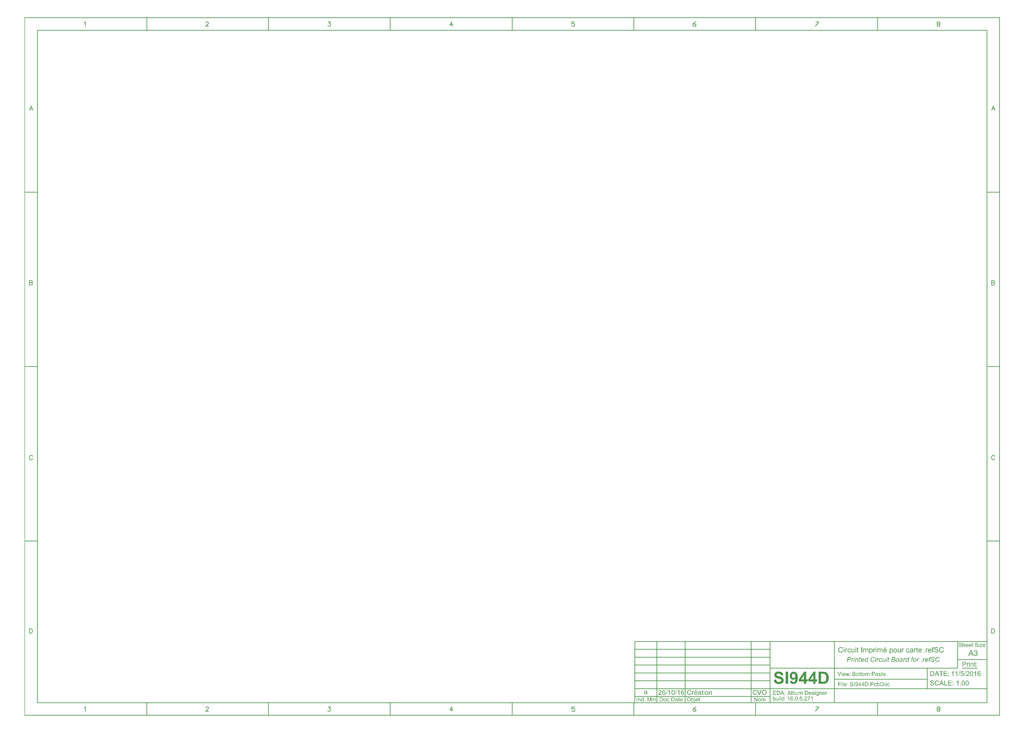
<source format=gbp>
G04 Layer_Color=128*
%FSLAX25Y25*%
%MOIN*%
G70*
G01*
G75*
%ADD10C,0.01000*%
%ADD104C,0.00500*%
G36*
X1263962Y-373636D02*
X1263171D01*
Y-372738D01*
X1263962D01*
Y-373636D01*
D02*
G37*
G36*
X1259687Y-372640D02*
X1259755D01*
X1259921Y-372660D01*
X1260116Y-372689D01*
X1260331Y-372728D01*
X1260546Y-372786D01*
X1260751Y-372865D01*
X1260760D01*
X1260770Y-372874D01*
X1260800Y-372884D01*
X1260839Y-372904D01*
X1260936Y-372962D01*
X1261063Y-373030D01*
X1261200Y-373128D01*
X1261336Y-373245D01*
X1261473Y-373382D01*
X1261590Y-373538D01*
X1261600Y-373557D01*
X1261639Y-373616D01*
X1261688Y-373714D01*
X1261736Y-373831D01*
X1261795Y-373977D01*
X1261854Y-374153D01*
X1261893Y-374338D01*
X1261912Y-374543D01*
X1261102Y-374602D01*
Y-374592D01*
Y-374573D01*
X1261092Y-374543D01*
X1261083Y-374504D01*
X1261063Y-374397D01*
X1261024Y-374260D01*
X1260966Y-374114D01*
X1260887Y-373967D01*
X1260780Y-373821D01*
X1260653Y-373694D01*
X1260634Y-373684D01*
X1260585Y-373645D01*
X1260497Y-373597D01*
X1260380Y-373538D01*
X1260224Y-373479D01*
X1260028Y-373431D01*
X1259804Y-373392D01*
X1259540Y-373382D01*
X1259414D01*
X1259355Y-373392D01*
X1259277D01*
X1259111Y-373421D01*
X1258926Y-373450D01*
X1258740Y-373499D01*
X1258564Y-373567D01*
X1258486Y-373616D01*
X1258418Y-373665D01*
X1258408Y-373675D01*
X1258369Y-373714D01*
X1258311Y-373772D01*
X1258252Y-373860D01*
X1258184Y-373958D01*
X1258135Y-374075D01*
X1258096Y-374202D01*
X1258076Y-374348D01*
Y-374368D01*
Y-374407D01*
X1258086Y-374475D01*
X1258106Y-374553D01*
X1258135Y-374641D01*
X1258184Y-374739D01*
X1258242Y-374826D01*
X1258321Y-374914D01*
X1258330Y-374924D01*
X1258379Y-374953D01*
X1258408Y-374973D01*
X1258447Y-375002D01*
X1258506Y-375022D01*
X1258574Y-375051D01*
X1258652Y-375090D01*
X1258740Y-375129D01*
X1258838Y-375158D01*
X1258955Y-375197D01*
X1259091Y-375246D01*
X1259238Y-375285D01*
X1259404Y-375324D01*
X1259589Y-375373D01*
X1259599D01*
X1259638Y-375383D01*
X1259687Y-375392D01*
X1259755Y-375412D01*
X1259843Y-375431D01*
X1259941Y-375461D01*
X1260155Y-375510D01*
X1260390Y-375578D01*
X1260624Y-375646D01*
X1260741Y-375675D01*
X1260839Y-375714D01*
X1260936Y-375753D01*
X1261014Y-375783D01*
X1261024D01*
X1261043Y-375793D01*
X1261063Y-375812D01*
X1261102Y-375832D01*
X1261200Y-375890D01*
X1261327Y-375958D01*
X1261463Y-376056D01*
X1261600Y-376173D01*
X1261727Y-376300D01*
X1261834Y-376437D01*
X1261844Y-376456D01*
X1261873Y-376505D01*
X1261922Y-376583D01*
X1261971Y-376700D01*
X1262020Y-376827D01*
X1262068Y-376983D01*
X1262098Y-377159D01*
X1262107Y-377344D01*
Y-377354D01*
Y-377364D01*
Y-377393D01*
Y-377432D01*
X1262088Y-377530D01*
X1262068Y-377657D01*
X1262039Y-377803D01*
X1261981Y-377969D01*
X1261912Y-378145D01*
X1261815Y-378311D01*
X1261805Y-378330D01*
X1261756Y-378389D01*
X1261697Y-378467D01*
X1261600Y-378564D01*
X1261483Y-378681D01*
X1261336Y-378799D01*
X1261161Y-378906D01*
X1260966Y-379013D01*
X1260956D01*
X1260936Y-379023D01*
X1260907Y-379033D01*
X1260868Y-379052D01*
X1260819Y-379072D01*
X1260760Y-379091D01*
X1260604Y-379131D01*
X1260429Y-379179D01*
X1260214Y-379218D01*
X1259989Y-379248D01*
X1259736Y-379257D01*
X1259589D01*
X1259521Y-379248D01*
X1259433D01*
X1259336Y-379238D01*
X1259228Y-379228D01*
X1259004Y-379199D01*
X1258760Y-379150D01*
X1258516Y-379091D01*
X1258282Y-379013D01*
X1258272D01*
X1258252Y-379004D01*
X1258223Y-378984D01*
X1258184Y-378965D01*
X1258076Y-378906D01*
X1257950Y-378818D01*
X1257793Y-378711D01*
X1257647Y-378584D01*
X1257491Y-378428D01*
X1257354Y-378252D01*
Y-378242D01*
X1257345Y-378233D01*
X1257325Y-378203D01*
X1257306Y-378164D01*
X1257276Y-378115D01*
X1257247Y-378057D01*
X1257188Y-377910D01*
X1257130Y-377745D01*
X1257071Y-377540D01*
X1257032Y-377325D01*
X1257013Y-377091D01*
X1257813Y-377022D01*
Y-377032D01*
Y-377042D01*
X1257823Y-377100D01*
X1257842Y-377188D01*
X1257862Y-377305D01*
X1257901Y-377432D01*
X1257940Y-377569D01*
X1257998Y-377696D01*
X1258067Y-377823D01*
X1258076Y-377832D01*
X1258106Y-377871D01*
X1258155Y-377930D01*
X1258233Y-377998D01*
X1258321Y-378076D01*
X1258428Y-378164D01*
X1258564Y-378242D01*
X1258711Y-378320D01*
X1258721D01*
X1258730Y-378330D01*
X1258789Y-378350D01*
X1258877Y-378379D01*
X1259004Y-378408D01*
X1259140Y-378447D01*
X1259316Y-378477D01*
X1259501Y-378496D01*
X1259697Y-378506D01*
X1259775D01*
X1259872Y-378496D01*
X1259980Y-378486D01*
X1260116Y-378477D01*
X1260253Y-378447D01*
X1260399Y-378418D01*
X1260546Y-378369D01*
X1260565Y-378359D01*
X1260604Y-378340D01*
X1260673Y-378311D01*
X1260751Y-378262D01*
X1260848Y-378203D01*
X1260936Y-378135D01*
X1261024Y-378057D01*
X1261102Y-377969D01*
X1261112Y-377959D01*
X1261131Y-377920D01*
X1261161Y-377871D01*
X1261200Y-377803D01*
X1261229Y-377725D01*
X1261258Y-377627D01*
X1261278Y-377530D01*
X1261287Y-377422D01*
Y-377413D01*
Y-377374D01*
X1261278Y-377315D01*
X1261268Y-377247D01*
X1261248Y-377159D01*
X1261209Y-377071D01*
X1261170Y-376983D01*
X1261112Y-376895D01*
X1261102Y-376886D01*
X1261083Y-376856D01*
X1261034Y-376817D01*
X1260975Y-376759D01*
X1260897Y-376700D01*
X1260800Y-376642D01*
X1260673Y-376573D01*
X1260536Y-376515D01*
X1260526Y-376505D01*
X1260487Y-376495D01*
X1260409Y-376476D01*
X1260360Y-376456D01*
X1260302Y-376437D01*
X1260224Y-376417D01*
X1260146Y-376398D01*
X1260048Y-376368D01*
X1259950Y-376339D01*
X1259833Y-376310D01*
X1259697Y-376281D01*
X1259550Y-376241D01*
X1259394Y-376203D01*
X1259384D01*
X1259355Y-376193D01*
X1259306Y-376183D01*
X1259248Y-376163D01*
X1259179Y-376144D01*
X1259101Y-376124D01*
X1258916Y-376076D01*
X1258711Y-376007D01*
X1258506Y-375939D01*
X1258321Y-375871D01*
X1258233Y-375841D01*
X1258164Y-375802D01*
X1258155D01*
X1258145Y-375793D01*
X1258086Y-375753D01*
X1258008Y-375705D01*
X1257911Y-375636D01*
X1257793Y-375549D01*
X1257686Y-375451D01*
X1257579Y-375334D01*
X1257481Y-375207D01*
X1257471Y-375187D01*
X1257442Y-375139D01*
X1257413Y-375070D01*
X1257374Y-374973D01*
X1257325Y-374856D01*
X1257296Y-374719D01*
X1257266Y-374563D01*
X1257257Y-374407D01*
Y-374397D01*
Y-374387D01*
Y-374358D01*
Y-374319D01*
X1257276Y-374231D01*
X1257296Y-374114D01*
X1257325Y-373967D01*
X1257374Y-373821D01*
X1257442Y-373655D01*
X1257530Y-373499D01*
Y-373489D01*
X1257540Y-373479D01*
X1257579Y-373431D01*
X1257647Y-373353D01*
X1257735Y-373255D01*
X1257842Y-373157D01*
X1257979Y-373050D01*
X1258145Y-372943D01*
X1258330Y-372855D01*
X1258340D01*
X1258350Y-372845D01*
X1258379Y-372835D01*
X1258428Y-372816D01*
X1258477Y-372806D01*
X1258535Y-372786D01*
X1258672Y-372738D01*
X1258848Y-372699D01*
X1259043Y-372669D01*
X1259267Y-372640D01*
X1259501Y-372630D01*
X1259619D01*
X1259687Y-372640D01*
D02*
G37*
G36*
X1233803D02*
X1233872D01*
X1234038Y-372660D01*
X1234233Y-372689D01*
X1234447Y-372728D01*
X1234662Y-372786D01*
X1234867Y-372865D01*
X1234877D01*
X1234887Y-372874D01*
X1234916Y-372884D01*
X1234955Y-372904D01*
X1235053Y-372962D01*
X1235180Y-373030D01*
X1235316Y-373128D01*
X1235453Y-373245D01*
X1235590Y-373382D01*
X1235707Y-373538D01*
X1235716Y-373557D01*
X1235755Y-373616D01*
X1235804Y-373714D01*
X1235853Y-373831D01*
X1235911Y-373977D01*
X1235970Y-374153D01*
X1236009Y-374338D01*
X1236029Y-374543D01*
X1235219Y-374602D01*
Y-374592D01*
Y-374573D01*
X1235209Y-374543D01*
X1235199Y-374504D01*
X1235180Y-374397D01*
X1235141Y-374260D01*
X1235082Y-374114D01*
X1235004Y-373967D01*
X1234896Y-373821D01*
X1234770Y-373694D01*
X1234750Y-373684D01*
X1234701Y-373645D01*
X1234614Y-373597D01*
X1234496Y-373538D01*
X1234340Y-373479D01*
X1234145Y-373431D01*
X1233920Y-373392D01*
X1233657Y-373382D01*
X1233530D01*
X1233471Y-373392D01*
X1233393D01*
X1233228Y-373421D01*
X1233042Y-373450D01*
X1232857Y-373499D01*
X1232681Y-373567D01*
X1232603Y-373616D01*
X1232535Y-373665D01*
X1232525Y-373675D01*
X1232486Y-373714D01*
X1232427Y-373772D01*
X1232369Y-373860D01*
X1232300Y-373958D01*
X1232251Y-374075D01*
X1232213Y-374202D01*
X1232193Y-374348D01*
Y-374368D01*
Y-374407D01*
X1232203Y-374475D01*
X1232222Y-374553D01*
X1232251Y-374641D01*
X1232300Y-374739D01*
X1232359Y-374826D01*
X1232437Y-374914D01*
X1232447Y-374924D01*
X1232495Y-374953D01*
X1232525Y-374973D01*
X1232564Y-375002D01*
X1232622Y-375022D01*
X1232691Y-375051D01*
X1232769Y-375090D01*
X1232857Y-375129D01*
X1232954Y-375158D01*
X1233071Y-375197D01*
X1233208Y-375246D01*
X1233354Y-375285D01*
X1233520Y-375324D01*
X1233706Y-375373D01*
X1233716D01*
X1233755Y-375383D01*
X1233803Y-375392D01*
X1233872Y-375412D01*
X1233959Y-375431D01*
X1234057Y-375461D01*
X1234272Y-375510D01*
X1234506Y-375578D01*
X1234740Y-375646D01*
X1234857Y-375675D01*
X1234955Y-375714D01*
X1235053Y-375753D01*
X1235131Y-375783D01*
X1235141D01*
X1235160Y-375793D01*
X1235180Y-375812D01*
X1235219Y-375832D01*
X1235316Y-375890D01*
X1235443Y-375958D01*
X1235580Y-376056D01*
X1235716Y-376173D01*
X1235843Y-376300D01*
X1235951Y-376437D01*
X1235960Y-376456D01*
X1235990Y-376505D01*
X1236038Y-376583D01*
X1236087Y-376700D01*
X1236136Y-376827D01*
X1236185Y-376983D01*
X1236214Y-377159D01*
X1236224Y-377344D01*
Y-377354D01*
Y-377364D01*
Y-377393D01*
Y-377432D01*
X1236204Y-377530D01*
X1236185Y-377657D01*
X1236156Y-377803D01*
X1236097Y-377969D01*
X1236029Y-378145D01*
X1235931Y-378311D01*
X1235921Y-378330D01*
X1235872Y-378389D01*
X1235814Y-378467D01*
X1235716Y-378564D01*
X1235599Y-378681D01*
X1235453Y-378799D01*
X1235277Y-378906D01*
X1235082Y-379013D01*
X1235072D01*
X1235053Y-379023D01*
X1235023Y-379033D01*
X1234984Y-379052D01*
X1234935Y-379072D01*
X1234877Y-379091D01*
X1234721Y-379131D01*
X1234545Y-379179D01*
X1234330Y-379218D01*
X1234106Y-379248D01*
X1233852Y-379257D01*
X1233706D01*
X1233637Y-379248D01*
X1233550D01*
X1233452Y-379238D01*
X1233345Y-379228D01*
X1233120Y-379199D01*
X1232876Y-379150D01*
X1232632Y-379091D01*
X1232398Y-379013D01*
X1232388D01*
X1232369Y-379004D01*
X1232339Y-378984D01*
X1232300Y-378965D01*
X1232193Y-378906D01*
X1232066Y-378818D01*
X1231910Y-378711D01*
X1231763Y-378584D01*
X1231607Y-378428D01*
X1231471Y-378252D01*
Y-378242D01*
X1231461Y-378233D01*
X1231441Y-378203D01*
X1231422Y-378164D01*
X1231393Y-378115D01*
X1231363Y-378057D01*
X1231305Y-377910D01*
X1231246Y-377745D01*
X1231188Y-377540D01*
X1231149Y-377325D01*
X1231129Y-377091D01*
X1231929Y-377022D01*
Y-377032D01*
Y-377042D01*
X1231939Y-377100D01*
X1231959Y-377188D01*
X1231978Y-377305D01*
X1232017Y-377432D01*
X1232056Y-377569D01*
X1232115Y-377696D01*
X1232183Y-377823D01*
X1232193Y-377832D01*
X1232222Y-377871D01*
X1232271Y-377930D01*
X1232349Y-377998D01*
X1232437Y-378076D01*
X1232544Y-378164D01*
X1232681Y-378242D01*
X1232827Y-378320D01*
X1232837D01*
X1232847Y-378330D01*
X1232905Y-378350D01*
X1232993Y-378379D01*
X1233120Y-378408D01*
X1233257Y-378447D01*
X1233432Y-378477D01*
X1233618Y-378496D01*
X1233813Y-378506D01*
X1233891D01*
X1233989Y-378496D01*
X1234096Y-378486D01*
X1234233Y-378477D01*
X1234369Y-378447D01*
X1234516Y-378418D01*
X1234662Y-378369D01*
X1234682Y-378359D01*
X1234721Y-378340D01*
X1234789Y-378311D01*
X1234867Y-378262D01*
X1234965Y-378203D01*
X1235053Y-378135D01*
X1235141Y-378057D01*
X1235219Y-377969D01*
X1235228Y-377959D01*
X1235248Y-377920D01*
X1235277Y-377871D01*
X1235316Y-377803D01*
X1235345Y-377725D01*
X1235375Y-377627D01*
X1235394Y-377530D01*
X1235404Y-377422D01*
Y-377413D01*
Y-377374D01*
X1235394Y-377315D01*
X1235384Y-377247D01*
X1235365Y-377159D01*
X1235326Y-377071D01*
X1235287Y-376983D01*
X1235228Y-376895D01*
X1235219Y-376886D01*
X1235199Y-376856D01*
X1235150Y-376817D01*
X1235092Y-376759D01*
X1235014Y-376700D01*
X1234916Y-376642D01*
X1234789Y-376573D01*
X1234653Y-376515D01*
X1234643Y-376505D01*
X1234604Y-376495D01*
X1234526Y-376476D01*
X1234477Y-376456D01*
X1234418Y-376437D01*
X1234340Y-376417D01*
X1234262Y-376398D01*
X1234165Y-376368D01*
X1234067Y-376339D01*
X1233950Y-376310D01*
X1233813Y-376281D01*
X1233667Y-376241D01*
X1233511Y-376203D01*
X1233501D01*
X1233471Y-376193D01*
X1233423Y-376183D01*
X1233364Y-376163D01*
X1233296Y-376144D01*
X1233218Y-376124D01*
X1233032Y-376076D01*
X1232827Y-376007D01*
X1232622Y-375939D01*
X1232437Y-375871D01*
X1232349Y-375841D01*
X1232281Y-375802D01*
X1232271D01*
X1232261Y-375793D01*
X1232203Y-375753D01*
X1232125Y-375705D01*
X1232027Y-375636D01*
X1231910Y-375549D01*
X1231803Y-375451D01*
X1231695Y-375334D01*
X1231598Y-375207D01*
X1231588Y-375187D01*
X1231559Y-375139D01*
X1231529Y-375070D01*
X1231490Y-374973D01*
X1231441Y-374856D01*
X1231412Y-374719D01*
X1231383Y-374563D01*
X1231373Y-374407D01*
Y-374397D01*
Y-374387D01*
Y-374358D01*
Y-374319D01*
X1231393Y-374231D01*
X1231412Y-374114D01*
X1231441Y-373967D01*
X1231490Y-373821D01*
X1231559Y-373655D01*
X1231646Y-373499D01*
Y-373489D01*
X1231656Y-373479D01*
X1231695Y-373431D01*
X1231763Y-373353D01*
X1231851Y-373255D01*
X1231959Y-373157D01*
X1232095Y-373050D01*
X1232261Y-372943D01*
X1232447Y-372855D01*
X1232456D01*
X1232466Y-372845D01*
X1232495Y-372835D01*
X1232544Y-372816D01*
X1232593Y-372806D01*
X1232652Y-372786D01*
X1232788Y-372738D01*
X1232964Y-372699D01*
X1233159Y-372669D01*
X1233384Y-372640D01*
X1233618Y-372630D01*
X1233735D01*
X1233803Y-372640D01*
D02*
G37*
G36*
X1268705Y-375022D02*
X1266187Y-377979D01*
X1265699Y-378525D01*
X1265748D01*
X1265787Y-378516D01*
X1265894Y-378506D01*
X1266021Y-378496D01*
X1266177D01*
X1266343Y-378486D01*
X1266695Y-378477D01*
X1268842D01*
Y-379150D01*
X1264733D01*
Y-378516D01*
X1267690Y-375109D01*
X1267602D01*
X1267514Y-375119D01*
X1267387D01*
X1267251Y-375129D01*
X1267105D01*
X1266948Y-375139D01*
X1264909D01*
Y-374504D01*
X1268705D01*
Y-375022D01*
D02*
G37*
G36*
X1263962Y-379150D02*
X1263171D01*
Y-374504D01*
X1263962D01*
Y-379150D01*
D02*
G37*
G36*
X1238068Y-375031D02*
X1238078Y-375022D01*
X1238098Y-375002D01*
X1238127Y-374973D01*
X1238166Y-374934D01*
X1238225Y-374885D01*
X1238283Y-374826D01*
X1238361Y-374778D01*
X1238449Y-374709D01*
X1238547Y-374651D01*
X1238644Y-374602D01*
X1238888Y-374495D01*
X1239015Y-374455D01*
X1239152Y-374426D01*
X1239298Y-374407D01*
X1239454Y-374397D01*
X1239542D01*
X1239640Y-374407D01*
X1239757Y-374426D01*
X1239894Y-374446D01*
X1240040Y-374485D01*
X1240196Y-374534D01*
X1240343Y-374602D01*
X1240362Y-374612D01*
X1240401Y-374641D01*
X1240469Y-374690D01*
X1240557Y-374748D01*
X1240645Y-374826D01*
X1240733Y-374924D01*
X1240821Y-375041D01*
X1240889Y-375168D01*
X1240899Y-375187D01*
X1240918Y-375236D01*
X1240938Y-375314D01*
X1240977Y-375431D01*
X1241006Y-375578D01*
X1241026Y-375763D01*
X1241045Y-375968D01*
X1241055Y-376212D01*
Y-379150D01*
X1240265D01*
Y-376203D01*
Y-376193D01*
Y-376173D01*
Y-376144D01*
Y-376105D01*
X1240255Y-376007D01*
X1240235Y-375871D01*
X1240196Y-375734D01*
X1240157Y-375597D01*
X1240089Y-375461D01*
X1240001Y-375344D01*
X1239991Y-375334D01*
X1239952Y-375305D01*
X1239894Y-375256D01*
X1239816Y-375207D01*
X1239718Y-375158D01*
X1239591Y-375109D01*
X1239454Y-375080D01*
X1239289Y-375070D01*
X1239230D01*
X1239162Y-375080D01*
X1239074Y-375090D01*
X1238976Y-375119D01*
X1238859Y-375148D01*
X1238742Y-375197D01*
X1238625Y-375256D01*
X1238615Y-375266D01*
X1238576Y-375285D01*
X1238527Y-375334D01*
X1238459Y-375383D01*
X1238391Y-375461D01*
X1238313Y-375539D01*
X1238254Y-375646D01*
X1238195Y-375753D01*
X1238186Y-375763D01*
X1238176Y-375812D01*
X1238156Y-375880D01*
X1238137Y-375978D01*
X1238107Y-376105D01*
X1238088Y-376251D01*
X1238078Y-376417D01*
X1238068Y-376612D01*
Y-379150D01*
X1237278D01*
Y-372738D01*
X1238068D01*
Y-375031D01*
D02*
G37*
G36*
X1253138Y-374504D02*
X1253928D01*
Y-375119D01*
X1253138D01*
Y-377842D01*
Y-377852D01*
Y-377891D01*
Y-377950D01*
X1253148Y-378018D01*
X1253158Y-378164D01*
X1253167Y-378223D01*
X1253177Y-378272D01*
X1253187Y-378291D01*
X1253206Y-378330D01*
X1253245Y-378379D01*
X1253304Y-378428D01*
X1253323Y-378437D01*
X1253372Y-378447D01*
X1253460Y-378467D01*
X1253577Y-378477D01*
X1253675D01*
X1253724Y-378467D01*
X1253782D01*
X1253928Y-378447D01*
X1254036Y-379140D01*
X1254016D01*
X1253977Y-379150D01*
X1253919Y-379160D01*
X1253831Y-379170D01*
X1253743Y-379189D01*
X1253645Y-379199D01*
X1253440Y-379209D01*
X1253372D01*
X1253294Y-379199D01*
X1253197Y-379189D01*
X1253089Y-379179D01*
X1252972Y-379150D01*
X1252865Y-379121D01*
X1252767Y-379082D01*
X1252757Y-379072D01*
X1252728Y-379052D01*
X1252689Y-379023D01*
X1252640Y-378984D01*
X1252582Y-378935D01*
X1252533Y-378877D01*
X1252474Y-378808D01*
X1252435Y-378730D01*
Y-378721D01*
X1252425Y-378681D01*
X1252406Y-378623D01*
X1252396Y-378525D01*
X1252377Y-378398D01*
X1252367Y-378330D01*
X1252357Y-378242D01*
Y-378145D01*
X1252347Y-378037D01*
Y-377920D01*
Y-377793D01*
Y-375119D01*
X1251762D01*
Y-374504D01*
X1252347D01*
Y-373362D01*
X1253138Y-372884D01*
Y-374504D01*
D02*
G37*
G36*
X1271692Y-374407D02*
X1271770Y-374416D01*
X1271867Y-374426D01*
X1271965Y-374446D01*
X1272082Y-374475D01*
X1272316Y-374553D01*
X1272443Y-374602D01*
X1272570Y-374670D01*
X1272697Y-374739D01*
X1272824Y-374826D01*
X1272941Y-374924D01*
X1273058Y-375041D01*
X1273068Y-375051D01*
X1273087Y-375070D01*
X1273117Y-375109D01*
X1273156Y-375158D01*
X1273195Y-375226D01*
X1273244Y-375305D01*
X1273302Y-375392D01*
X1273361Y-375500D01*
X1273409Y-375627D01*
X1273468Y-375753D01*
X1273517Y-375900D01*
X1273566Y-376066D01*
X1273595Y-376232D01*
X1273624Y-376417D01*
X1273644Y-376612D01*
X1273653Y-376827D01*
Y-376837D01*
Y-376876D01*
Y-376944D01*
X1273644Y-377032D01*
X1270189D01*
Y-377042D01*
Y-377061D01*
X1270198Y-377110D01*
Y-377159D01*
X1270208Y-377227D01*
X1270218Y-377296D01*
X1270257Y-377471D01*
X1270315Y-377657D01*
X1270384Y-377852D01*
X1270491Y-378047D01*
X1270618Y-378213D01*
X1270638Y-378233D01*
X1270686Y-378272D01*
X1270774Y-378340D01*
X1270882Y-378408D01*
X1271028Y-378486D01*
X1271194Y-378555D01*
X1271379Y-378594D01*
X1271584Y-378613D01*
X1271662D01*
X1271741Y-378603D01*
X1271838Y-378584D01*
X1271955Y-378555D01*
X1272082Y-378516D01*
X1272209Y-378467D01*
X1272326Y-378389D01*
X1272336Y-378379D01*
X1272375Y-378340D01*
X1272433Y-378291D01*
X1272502Y-378203D01*
X1272580Y-378106D01*
X1272658Y-377979D01*
X1272736Y-377823D01*
X1272814Y-377647D01*
X1273624Y-377754D01*
Y-377764D01*
X1273614Y-377784D01*
X1273605Y-377823D01*
X1273585Y-377871D01*
X1273566Y-377930D01*
X1273536Y-377998D01*
X1273458Y-378164D01*
X1273361Y-378340D01*
X1273244Y-378525D01*
X1273087Y-378711D01*
X1272912Y-378867D01*
X1272902D01*
X1272892Y-378887D01*
X1272863Y-378906D01*
X1272814Y-378925D01*
X1272765Y-378955D01*
X1272707Y-378994D01*
X1272638Y-379023D01*
X1272551Y-379062D01*
X1272365Y-379131D01*
X1272131Y-379199D01*
X1271877Y-379238D01*
X1271584Y-379257D01*
X1271487D01*
X1271418Y-379248D01*
X1271331Y-379238D01*
X1271233Y-379228D01*
X1271126Y-379209D01*
X1270999Y-379179D01*
X1270745Y-379101D01*
X1270608Y-379052D01*
X1270481Y-378994D01*
X1270345Y-378925D01*
X1270218Y-378838D01*
X1270091Y-378740D01*
X1269974Y-378633D01*
X1269964Y-378623D01*
X1269945Y-378603D01*
X1269915Y-378564D01*
X1269886Y-378516D01*
X1269837Y-378457D01*
X1269788Y-378379D01*
X1269730Y-378281D01*
X1269681Y-378174D01*
X1269623Y-378057D01*
X1269564Y-377930D01*
X1269515Y-377784D01*
X1269476Y-377627D01*
X1269437Y-377462D01*
X1269408Y-377276D01*
X1269388Y-377081D01*
X1269379Y-376876D01*
Y-376866D01*
Y-376827D01*
Y-376759D01*
X1269388Y-376681D01*
X1269398Y-376583D01*
X1269408Y-376466D01*
X1269427Y-376339D01*
X1269457Y-376203D01*
X1269525Y-375910D01*
X1269574Y-375763D01*
X1269632Y-375607D01*
X1269701Y-375461D01*
X1269779Y-375314D01*
X1269867Y-375178D01*
X1269974Y-375051D01*
X1269984Y-375041D01*
X1270003Y-375022D01*
X1270033Y-374992D01*
X1270081Y-374943D01*
X1270140Y-374895D01*
X1270218Y-374846D01*
X1270296Y-374787D01*
X1270394Y-374719D01*
X1270501Y-374660D01*
X1270618Y-374602D01*
X1270745Y-374553D01*
X1270891Y-374495D01*
X1271038Y-374455D01*
X1271194Y-374426D01*
X1271360Y-374407D01*
X1271535Y-374397D01*
X1271623D01*
X1271692Y-374407D01*
D02*
G37*
G36*
X1249292D02*
X1249371Y-374416D01*
X1249468Y-374426D01*
X1249566Y-374446D01*
X1249683Y-374475D01*
X1249917Y-374553D01*
X1250044Y-374602D01*
X1250171Y-374670D01*
X1250298Y-374739D01*
X1250425Y-374826D01*
X1250542Y-374924D01*
X1250659Y-375041D01*
X1250669Y-375051D01*
X1250688Y-375070D01*
X1250717Y-375109D01*
X1250756Y-375158D01*
X1250795Y-375226D01*
X1250844Y-375305D01*
X1250903Y-375392D01*
X1250961Y-375500D01*
X1251010Y-375627D01*
X1251069Y-375753D01*
X1251118Y-375900D01*
X1251166Y-376066D01*
X1251196Y-376232D01*
X1251225Y-376417D01*
X1251245Y-376612D01*
X1251254Y-376827D01*
Y-376837D01*
Y-376876D01*
Y-376944D01*
X1251245Y-377032D01*
X1247789D01*
Y-377042D01*
Y-377061D01*
X1247799Y-377110D01*
Y-377159D01*
X1247809Y-377227D01*
X1247819Y-377296D01*
X1247858Y-377471D01*
X1247916Y-377657D01*
X1247985Y-377852D01*
X1248092Y-378047D01*
X1248219Y-378213D01*
X1248238Y-378233D01*
X1248287Y-378272D01*
X1248375Y-378340D01*
X1248482Y-378408D01*
X1248629Y-378486D01*
X1248795Y-378555D01*
X1248980Y-378594D01*
X1249185Y-378613D01*
X1249263D01*
X1249341Y-378603D01*
X1249439Y-378584D01*
X1249556Y-378555D01*
X1249683Y-378516D01*
X1249810Y-378467D01*
X1249927Y-378389D01*
X1249937Y-378379D01*
X1249976Y-378340D01*
X1250034Y-378291D01*
X1250103Y-378203D01*
X1250181Y-378106D01*
X1250259Y-377979D01*
X1250337Y-377823D01*
X1250415Y-377647D01*
X1251225Y-377754D01*
Y-377764D01*
X1251215Y-377784D01*
X1251206Y-377823D01*
X1251186Y-377871D01*
X1251166Y-377930D01*
X1251137Y-377998D01*
X1251059Y-378164D01*
X1250961Y-378340D01*
X1250844Y-378525D01*
X1250688Y-378711D01*
X1250513Y-378867D01*
X1250503D01*
X1250493Y-378887D01*
X1250464Y-378906D01*
X1250415Y-378925D01*
X1250366Y-378955D01*
X1250307Y-378994D01*
X1250239Y-379023D01*
X1250151Y-379062D01*
X1249966Y-379131D01*
X1249732Y-379199D01*
X1249478Y-379238D01*
X1249185Y-379257D01*
X1249088D01*
X1249019Y-379248D01*
X1248931Y-379238D01*
X1248834Y-379228D01*
X1248726Y-379209D01*
X1248600Y-379179D01*
X1248346Y-379101D01*
X1248209Y-379052D01*
X1248082Y-378994D01*
X1247946Y-378925D01*
X1247819Y-378838D01*
X1247692Y-378740D01*
X1247575Y-378633D01*
X1247565Y-378623D01*
X1247545Y-378603D01*
X1247516Y-378564D01*
X1247487Y-378516D01*
X1247438Y-378457D01*
X1247389Y-378379D01*
X1247331Y-378281D01*
X1247282Y-378174D01*
X1247223Y-378057D01*
X1247165Y-377930D01*
X1247116Y-377784D01*
X1247077Y-377627D01*
X1247038Y-377462D01*
X1247009Y-377276D01*
X1246989Y-377081D01*
X1246979Y-376876D01*
Y-376866D01*
Y-376827D01*
Y-376759D01*
X1246989Y-376681D01*
X1246999Y-376583D01*
X1247009Y-376466D01*
X1247028Y-376339D01*
X1247058Y-376203D01*
X1247126Y-375910D01*
X1247175Y-375763D01*
X1247233Y-375607D01*
X1247301Y-375461D01*
X1247379Y-375314D01*
X1247467Y-375178D01*
X1247575Y-375051D01*
X1247585Y-375041D01*
X1247604Y-375022D01*
X1247633Y-374992D01*
X1247682Y-374943D01*
X1247741Y-374895D01*
X1247819Y-374846D01*
X1247897Y-374787D01*
X1247994Y-374719D01*
X1248102Y-374660D01*
X1248219Y-374602D01*
X1248346Y-374553D01*
X1248492Y-374495D01*
X1248639Y-374455D01*
X1248795Y-374426D01*
X1248961Y-374407D01*
X1249136Y-374397D01*
X1249224D01*
X1249292Y-374407D01*
D02*
G37*
G36*
X1244315D02*
X1244393Y-374416D01*
X1244491Y-374426D01*
X1244588Y-374446D01*
X1244705Y-374475D01*
X1244940Y-374553D01*
X1245066Y-374602D01*
X1245193Y-374670D01*
X1245320Y-374739D01*
X1245447Y-374826D01*
X1245564Y-374924D01*
X1245681Y-375041D01*
X1245691Y-375051D01*
X1245711Y-375070D01*
X1245740Y-375109D01*
X1245779Y-375158D01*
X1245818Y-375226D01*
X1245867Y-375305D01*
X1245925Y-375392D01*
X1245984Y-375500D01*
X1246033Y-375627D01*
X1246091Y-375753D01*
X1246140Y-375900D01*
X1246189Y-376066D01*
X1246218Y-376232D01*
X1246247Y-376417D01*
X1246267Y-376612D01*
X1246277Y-376827D01*
Y-376837D01*
Y-376876D01*
Y-376944D01*
X1246267Y-377032D01*
X1242812D01*
Y-377042D01*
Y-377061D01*
X1242822Y-377110D01*
Y-377159D01*
X1242831Y-377227D01*
X1242841Y-377296D01*
X1242880Y-377471D01*
X1242939Y-377657D01*
X1243007Y-377852D01*
X1243114Y-378047D01*
X1243241Y-378213D01*
X1243261Y-378233D01*
X1243310Y-378272D01*
X1243398Y-378340D01*
X1243505Y-378408D01*
X1243651Y-378486D01*
X1243817Y-378555D01*
X1244003Y-378594D01*
X1244207Y-378613D01*
X1244286D01*
X1244364Y-378603D01*
X1244461Y-378584D01*
X1244578Y-378555D01*
X1244705Y-378516D01*
X1244832Y-378467D01*
X1244949Y-378389D01*
X1244959Y-378379D01*
X1244998Y-378340D01*
X1245057Y-378291D01*
X1245125Y-378203D01*
X1245203Y-378106D01*
X1245281Y-377979D01*
X1245359Y-377823D01*
X1245437Y-377647D01*
X1246247Y-377754D01*
Y-377764D01*
X1246238Y-377784D01*
X1246228Y-377823D01*
X1246208Y-377871D01*
X1246189Y-377930D01*
X1246159Y-377998D01*
X1246082Y-378164D01*
X1245984Y-378340D01*
X1245867Y-378525D01*
X1245711Y-378711D01*
X1245535Y-378867D01*
X1245525D01*
X1245515Y-378887D01*
X1245486Y-378906D01*
X1245437Y-378925D01*
X1245389Y-378955D01*
X1245330Y-378994D01*
X1245262Y-379023D01*
X1245174Y-379062D01*
X1244988Y-379131D01*
X1244754Y-379199D01*
X1244500Y-379238D01*
X1244207Y-379257D01*
X1244110D01*
X1244042Y-379248D01*
X1243954Y-379238D01*
X1243856Y-379228D01*
X1243749Y-379209D01*
X1243622Y-379179D01*
X1243368Y-379101D01*
X1243231Y-379052D01*
X1243105Y-378994D01*
X1242968Y-378925D01*
X1242841Y-378838D01*
X1242714Y-378740D01*
X1242597Y-378633D01*
X1242587Y-378623D01*
X1242568Y-378603D01*
X1242539Y-378564D01*
X1242509Y-378516D01*
X1242461Y-378457D01*
X1242412Y-378379D01*
X1242353Y-378281D01*
X1242304Y-378174D01*
X1242246Y-378057D01*
X1242187Y-377930D01*
X1242138Y-377784D01*
X1242099Y-377627D01*
X1242060Y-377462D01*
X1242031Y-377276D01*
X1242012Y-377081D01*
X1242002Y-376876D01*
Y-376866D01*
Y-376827D01*
Y-376759D01*
X1242012Y-376681D01*
X1242021Y-376583D01*
X1242031Y-376466D01*
X1242051Y-376339D01*
X1242080Y-376203D01*
X1242148Y-375910D01*
X1242197Y-375763D01*
X1242255Y-375607D01*
X1242324Y-375461D01*
X1242402Y-375314D01*
X1242490Y-375178D01*
X1242597Y-375051D01*
X1242607Y-375041D01*
X1242626Y-375022D01*
X1242656Y-374992D01*
X1242704Y-374943D01*
X1242763Y-374895D01*
X1242841Y-374846D01*
X1242919Y-374787D01*
X1243017Y-374719D01*
X1243124Y-374660D01*
X1243241Y-374602D01*
X1243368Y-374553D01*
X1243515Y-374495D01*
X1243661Y-374455D01*
X1243817Y-374426D01*
X1243983Y-374407D01*
X1244159Y-374397D01*
X1244247D01*
X1244315Y-374407D01*
D02*
G37*
G36*
X1191611Y-379436D02*
X1191751Y-379449D01*
X1191916Y-379474D01*
X1192093Y-379499D01*
X1192284Y-379537D01*
X1192131Y-380426D01*
X1192118D01*
X1192080Y-380413D01*
X1192017Y-380400D01*
X1191941Y-380387D01*
X1191839D01*
X1191738Y-380375D01*
X1191522Y-380362D01*
X1191446D01*
X1191370Y-380375D01*
X1191268Y-380387D01*
X1191167Y-380413D01*
X1191053Y-380451D01*
X1190951Y-380502D01*
X1190862Y-380565D01*
X1190849Y-380578D01*
X1190837Y-380603D01*
X1190799Y-380654D01*
X1190773Y-380730D01*
X1190735Y-380832D01*
X1190697Y-380971D01*
X1190685Y-381123D01*
X1190672Y-381314D01*
Y-381860D01*
X1191852D01*
Y-382659D01*
X1190685D01*
Y-387900D01*
X1189657D01*
Y-382659D01*
X1188756D01*
Y-381860D01*
X1189657D01*
Y-381225D01*
Y-381212D01*
Y-381200D01*
Y-381123D01*
X1189669Y-381022D01*
Y-380882D01*
X1189682Y-380743D01*
X1189707Y-380591D01*
X1189733Y-380451D01*
X1189771Y-380324D01*
X1189784Y-380311D01*
X1189796Y-380261D01*
X1189834Y-380185D01*
X1189885Y-380096D01*
X1189961Y-379981D01*
X1190050Y-379880D01*
X1190152Y-379778D01*
X1190279Y-379677D01*
X1190291Y-379664D01*
X1190355Y-379639D01*
X1190431Y-379601D01*
X1190558Y-379550D01*
X1190697Y-379499D01*
X1190888Y-379461D01*
X1191091Y-379436D01*
X1191332Y-379423D01*
X1191497D01*
X1191611Y-379436D01*
D02*
G37*
G36*
X1100588Y-380730D02*
X1099560D01*
Y-379563D01*
X1100588D01*
Y-380730D01*
D02*
G37*
G36*
X1068254D02*
X1067226D01*
Y-379563D01*
X1068254D01*
Y-380730D01*
D02*
G37*
G36*
X1049498D02*
X1048470D01*
Y-379563D01*
X1049498D01*
Y-380730D01*
D02*
G37*
G36*
X1114319Y-381111D02*
X1113468D01*
X1114230Y-379525D01*
X1115575D01*
X1114319Y-381111D01*
D02*
G37*
G36*
X1195900Y-379436D02*
X1195989D01*
X1196205Y-379461D01*
X1196459Y-379499D01*
X1196738Y-379550D01*
X1197017Y-379626D01*
X1197283Y-379728D01*
X1197296D01*
X1197309Y-379740D01*
X1197347Y-379753D01*
X1197398Y-379778D01*
X1197525Y-379854D01*
X1197689Y-379943D01*
X1197867Y-380070D01*
X1198045Y-380223D01*
X1198222Y-380400D01*
X1198375Y-380603D01*
X1198387Y-380629D01*
X1198438Y-380705D01*
X1198502Y-380832D01*
X1198565Y-380984D01*
X1198641Y-381174D01*
X1198717Y-381403D01*
X1198768Y-381644D01*
X1198794Y-381910D01*
X1197740Y-381986D01*
Y-381974D01*
Y-381948D01*
X1197727Y-381910D01*
X1197715Y-381860D01*
X1197689Y-381720D01*
X1197639Y-381542D01*
X1197563Y-381352D01*
X1197461Y-381162D01*
X1197321Y-380971D01*
X1197157Y-380806D01*
X1197131Y-380794D01*
X1197068Y-380743D01*
X1196953Y-380679D01*
X1196801Y-380603D01*
X1196598Y-380527D01*
X1196344Y-380464D01*
X1196052Y-380413D01*
X1195710Y-380400D01*
X1195545D01*
X1195469Y-380413D01*
X1195367D01*
X1195151Y-380451D01*
X1194910Y-380489D01*
X1194669Y-380553D01*
X1194441Y-380641D01*
X1194339Y-380705D01*
X1194250Y-380768D01*
X1194238Y-380781D01*
X1194187Y-380832D01*
X1194111Y-380908D01*
X1194035Y-381022D01*
X1193946Y-381149D01*
X1193882Y-381301D01*
X1193832Y-381466D01*
X1193806Y-381657D01*
Y-381682D01*
Y-381733D01*
X1193819Y-381821D01*
X1193844Y-381923D01*
X1193882Y-382037D01*
X1193946Y-382164D01*
X1194022Y-382278D01*
X1194124Y-382393D01*
X1194136Y-382405D01*
X1194200Y-382443D01*
X1194238Y-382469D01*
X1194289Y-382507D01*
X1194365Y-382532D01*
X1194454Y-382570D01*
X1194555Y-382621D01*
X1194669Y-382672D01*
X1194796Y-382710D01*
X1194948Y-382761D01*
X1195126Y-382824D01*
X1195316Y-382875D01*
X1195532Y-382926D01*
X1195773Y-382989D01*
X1195786D01*
X1195837Y-383002D01*
X1195900Y-383014D01*
X1195989Y-383040D01*
X1196103Y-383065D01*
X1196230Y-383103D01*
X1196509Y-383167D01*
X1196814Y-383256D01*
X1197118Y-383344D01*
X1197271Y-383382D01*
X1197398Y-383433D01*
X1197525Y-383484D01*
X1197626Y-383522D01*
X1197639D01*
X1197664Y-383535D01*
X1197689Y-383560D01*
X1197740Y-383585D01*
X1197867Y-383662D01*
X1198032Y-383750D01*
X1198210Y-383877D01*
X1198387Y-384030D01*
X1198552Y-384194D01*
X1198692Y-384372D01*
X1198705Y-384398D01*
X1198743Y-384461D01*
X1198806Y-384562D01*
X1198870Y-384715D01*
X1198933Y-384880D01*
X1198997Y-385083D01*
X1199035Y-385311D01*
X1199047Y-385552D01*
Y-385565D01*
Y-385578D01*
Y-385616D01*
Y-385667D01*
X1199022Y-385793D01*
X1198997Y-385958D01*
X1198958Y-386149D01*
X1198882Y-386365D01*
X1198794Y-386593D01*
X1198667Y-386809D01*
X1198654Y-386834D01*
X1198590Y-386910D01*
X1198514Y-387012D01*
X1198387Y-387139D01*
X1198235Y-387291D01*
X1198045Y-387443D01*
X1197816Y-387583D01*
X1197563Y-387722D01*
X1197550D01*
X1197525Y-387735D01*
X1197486Y-387748D01*
X1197436Y-387773D01*
X1197372Y-387799D01*
X1197296Y-387824D01*
X1197093Y-387875D01*
X1196865Y-387938D01*
X1196585Y-387989D01*
X1196294Y-388027D01*
X1195964Y-388040D01*
X1195773D01*
X1195684Y-388027D01*
X1195570D01*
X1195443Y-388014D01*
X1195304Y-388001D01*
X1195012Y-387964D01*
X1194695Y-387900D01*
X1194377Y-387824D01*
X1194073Y-387722D01*
X1194060D01*
X1194035Y-387710D01*
X1193997Y-387684D01*
X1193946Y-387659D01*
X1193806Y-387583D01*
X1193641Y-387469D01*
X1193438Y-387329D01*
X1193248Y-387164D01*
X1193045Y-386961D01*
X1192867Y-386733D01*
Y-386720D01*
X1192855Y-386707D01*
X1192829Y-386669D01*
X1192804Y-386618D01*
X1192766Y-386555D01*
X1192728Y-386479D01*
X1192651Y-386288D01*
X1192575Y-386073D01*
X1192499Y-385806D01*
X1192449Y-385527D01*
X1192423Y-385222D01*
X1193464Y-385134D01*
Y-385146D01*
Y-385159D01*
X1193476Y-385235D01*
X1193502Y-385349D01*
X1193527Y-385502D01*
X1193578Y-385667D01*
X1193629Y-385844D01*
X1193705Y-386009D01*
X1193794Y-386174D01*
X1193806Y-386187D01*
X1193844Y-386238D01*
X1193908Y-386314D01*
X1194009Y-386403D01*
X1194124Y-386504D01*
X1194263Y-386618D01*
X1194441Y-386720D01*
X1194631Y-386821D01*
X1194644D01*
X1194656Y-386834D01*
X1194733Y-386859D01*
X1194847Y-386897D01*
X1195012Y-386936D01*
X1195189Y-386986D01*
X1195418Y-387024D01*
X1195659Y-387050D01*
X1195913Y-387063D01*
X1196014D01*
X1196141Y-387050D01*
X1196281Y-387037D01*
X1196459Y-387024D01*
X1196636Y-386986D01*
X1196826Y-386948D01*
X1197017Y-386885D01*
X1197042Y-386872D01*
X1197093Y-386847D01*
X1197182Y-386809D01*
X1197283Y-386745D01*
X1197410Y-386669D01*
X1197525Y-386580D01*
X1197639Y-386479D01*
X1197740Y-386365D01*
X1197753Y-386352D01*
X1197778Y-386301D01*
X1197816Y-386238D01*
X1197867Y-386149D01*
X1197905Y-386047D01*
X1197943Y-385920D01*
X1197969Y-385793D01*
X1197981Y-385654D01*
Y-385641D01*
Y-385590D01*
X1197969Y-385514D01*
X1197956Y-385425D01*
X1197931Y-385311D01*
X1197880Y-385197D01*
X1197829Y-385083D01*
X1197753Y-384969D01*
X1197740Y-384956D01*
X1197715Y-384918D01*
X1197651Y-384867D01*
X1197575Y-384791D01*
X1197474Y-384715D01*
X1197347Y-384639D01*
X1197182Y-384550D01*
X1197004Y-384474D01*
X1196992Y-384461D01*
X1196941Y-384448D01*
X1196839Y-384423D01*
X1196776Y-384398D01*
X1196700Y-384372D01*
X1196598Y-384347D01*
X1196497Y-384321D01*
X1196370Y-384283D01*
X1196243Y-384245D01*
X1196091Y-384207D01*
X1195913Y-384169D01*
X1195722Y-384118D01*
X1195519Y-384068D01*
X1195507D01*
X1195469Y-384055D01*
X1195405Y-384042D01*
X1195329Y-384017D01*
X1195240Y-383992D01*
X1195139Y-383966D01*
X1194898Y-383903D01*
X1194631Y-383814D01*
X1194365Y-383725D01*
X1194124Y-383636D01*
X1194009Y-383598D01*
X1193921Y-383547D01*
X1193908D01*
X1193895Y-383535D01*
X1193819Y-383484D01*
X1193717Y-383420D01*
X1193591Y-383332D01*
X1193438Y-383217D01*
X1193299Y-383090D01*
X1193159Y-382938D01*
X1193032Y-382773D01*
X1193019Y-382748D01*
X1192982Y-382684D01*
X1192943Y-382596D01*
X1192893Y-382469D01*
X1192829Y-382316D01*
X1192791Y-382139D01*
X1192753Y-381936D01*
X1192740Y-381733D01*
Y-381720D01*
Y-381707D01*
Y-381669D01*
Y-381618D01*
X1192766Y-381504D01*
X1192791Y-381352D01*
X1192829Y-381162D01*
X1192893Y-380971D01*
X1192982Y-380755D01*
X1193096Y-380553D01*
Y-380540D01*
X1193108Y-380527D01*
X1193159Y-380464D01*
X1193248Y-380362D01*
X1193362Y-380235D01*
X1193502Y-380108D01*
X1193679Y-379969D01*
X1193895Y-379829D01*
X1194136Y-379715D01*
X1194149D01*
X1194162Y-379702D01*
X1194200Y-379690D01*
X1194263Y-379664D01*
X1194327Y-379651D01*
X1194403Y-379626D01*
X1194580Y-379563D01*
X1194809Y-379512D01*
X1195063Y-379474D01*
X1195354Y-379436D01*
X1195659Y-379423D01*
X1195811D01*
X1195900Y-379436D01*
D02*
G37*
G36*
X1204377D02*
X1204479Y-379449D01*
X1204605Y-379461D01*
X1204745Y-379474D01*
X1204897Y-379499D01*
X1205227Y-379575D01*
X1205583Y-379690D01*
X1205760Y-379766D01*
X1205938Y-379854D01*
X1206103Y-379956D01*
X1206268Y-380070D01*
X1206281Y-380083D01*
X1206306Y-380096D01*
X1206344Y-380134D01*
X1206408Y-380185D01*
X1206471Y-380248D01*
X1206560Y-380337D01*
X1206649Y-380426D01*
X1206737Y-380527D01*
X1206839Y-380654D01*
X1206928Y-380781D01*
X1207029Y-380933D01*
X1207131Y-381098D01*
X1207220Y-381263D01*
X1207308Y-381453D01*
X1207461Y-381860D01*
X1206369Y-382113D01*
Y-382101D01*
X1206357Y-382075D01*
X1206344Y-382025D01*
X1206319Y-381961D01*
X1206281Y-381885D01*
X1206242Y-381796D01*
X1206154Y-381606D01*
X1206040Y-381390D01*
X1205887Y-381162D01*
X1205722Y-380959D01*
X1205519Y-380781D01*
X1205494Y-380768D01*
X1205418Y-380717D01*
X1205303Y-380654D01*
X1205138Y-380565D01*
X1204948Y-380489D01*
X1204707Y-380426D01*
X1204440Y-380375D01*
X1204136Y-380362D01*
X1204047D01*
X1203984Y-380375D01*
X1203895D01*
X1203806Y-380387D01*
X1203578Y-380426D01*
X1203324Y-380476D01*
X1203057Y-380565D01*
X1202791Y-380679D01*
X1202537Y-380832D01*
X1202524D01*
X1202512Y-380857D01*
X1202435Y-380921D01*
X1202321Y-381022D01*
X1202182Y-381162D01*
X1202042Y-381339D01*
X1201890Y-381542D01*
X1201750Y-381796D01*
X1201636Y-382075D01*
Y-382088D01*
X1201623Y-382113D01*
X1201611Y-382151D01*
X1201598Y-382215D01*
X1201573Y-382278D01*
X1201560Y-382367D01*
X1201509Y-382570D01*
X1201458Y-382811D01*
X1201420Y-383078D01*
X1201395Y-383370D01*
X1201382Y-383674D01*
Y-383687D01*
Y-383725D01*
Y-383776D01*
Y-383852D01*
X1201395Y-383941D01*
Y-384055D01*
X1201408Y-384169D01*
X1201420Y-384296D01*
X1201458Y-384588D01*
X1201509Y-384905D01*
X1201585Y-385222D01*
X1201687Y-385527D01*
Y-385540D01*
X1201700Y-385565D01*
X1201725Y-385603D01*
X1201750Y-385654D01*
X1201814Y-385806D01*
X1201915Y-385971D01*
X1202055Y-386174D01*
X1202220Y-386365D01*
X1202410Y-386555D01*
X1202639Y-386720D01*
X1202651D01*
X1202664Y-386733D01*
X1202702Y-386758D01*
X1202753Y-386783D01*
X1202892Y-386834D01*
X1203070Y-386910D01*
X1203273Y-386974D01*
X1203514Y-387037D01*
X1203781Y-387088D01*
X1204060Y-387101D01*
X1204149D01*
X1204212Y-387088D01*
X1204288D01*
X1204390Y-387075D01*
X1204605Y-387037D01*
X1204847Y-386974D01*
X1205113Y-386872D01*
X1205367Y-386745D01*
X1205621Y-386567D01*
X1205633Y-386555D01*
X1205646Y-386542D01*
X1205722Y-386466D01*
X1205836Y-386339D01*
X1205976Y-386174D01*
X1206116Y-385946D01*
X1206268Y-385679D01*
X1206395Y-385349D01*
X1206496Y-384981D01*
X1207600Y-385261D01*
Y-385273D01*
X1207588Y-385324D01*
X1207562Y-385387D01*
X1207537Y-385489D01*
X1207486Y-385590D01*
X1207435Y-385730D01*
X1207385Y-385870D01*
X1207308Y-386022D01*
X1207143Y-386365D01*
X1206915Y-386707D01*
X1206661Y-387037D01*
X1206509Y-387189D01*
X1206344Y-387329D01*
X1206331Y-387342D01*
X1206306Y-387354D01*
X1206255Y-387392D01*
X1206179Y-387443D01*
X1206090Y-387494D01*
X1205989Y-387557D01*
X1205875Y-387621D01*
X1205735Y-387684D01*
X1205583Y-387748D01*
X1205418Y-387811D01*
X1205227Y-387875D01*
X1205037Y-387925D01*
X1204618Y-388014D01*
X1204390Y-388027D01*
X1204149Y-388040D01*
X1204022D01*
X1203920Y-388027D01*
X1203806D01*
X1203679Y-388014D01*
X1203527Y-387989D01*
X1203375Y-387976D01*
X1203019Y-387900D01*
X1202651Y-387811D01*
X1202296Y-387672D01*
X1202118Y-387595D01*
X1201953Y-387494D01*
X1201941Y-387481D01*
X1201915Y-387469D01*
X1201877Y-387431D01*
X1201814Y-387392D01*
X1201661Y-387265D01*
X1201484Y-387088D01*
X1201268Y-386872D01*
X1201065Y-386593D01*
X1200849Y-386276D01*
X1200672Y-385908D01*
Y-385895D01*
X1200659Y-385857D01*
X1200634Y-385806D01*
X1200608Y-385730D01*
X1200570Y-385629D01*
X1200532Y-385514D01*
X1200494Y-385387D01*
X1200456Y-385235D01*
X1200418Y-385083D01*
X1200380Y-384905D01*
X1200304Y-384524D01*
X1200253Y-384118D01*
X1200240Y-383674D01*
Y-383662D01*
Y-383611D01*
Y-383547D01*
X1200253Y-383458D01*
Y-383344D01*
X1200266Y-383205D01*
X1200278Y-383065D01*
X1200304Y-382900D01*
X1200367Y-382545D01*
X1200443Y-382164D01*
X1200570Y-381771D01*
X1200735Y-381403D01*
Y-381390D01*
X1200760Y-381365D01*
X1200786Y-381314D01*
X1200824Y-381238D01*
X1200875Y-381162D01*
X1200938Y-381073D01*
X1201103Y-380857D01*
X1201293Y-380616D01*
X1201534Y-380375D01*
X1201826Y-380134D01*
X1202144Y-379931D01*
X1202156D01*
X1202182Y-379905D01*
X1202232Y-379880D01*
X1202309Y-379854D01*
X1202385Y-379817D01*
X1202486Y-379766D01*
X1202613Y-379728D01*
X1202740Y-379677D01*
X1202880Y-379626D01*
X1203032Y-379588D01*
X1203375Y-379499D01*
X1203755Y-379449D01*
X1204161Y-379423D01*
X1204288D01*
X1204377Y-379436D01*
D02*
G37*
G36*
X1044016D02*
X1044118Y-379449D01*
X1044244Y-379461D01*
X1044384Y-379474D01*
X1044536Y-379499D01*
X1044866Y-379575D01*
X1045222Y-379690D01*
X1045399Y-379766D01*
X1045577Y-379854D01*
X1045742Y-379956D01*
X1045907Y-380070D01*
X1045920Y-380083D01*
X1045945Y-380096D01*
X1045983Y-380134D01*
X1046047Y-380185D01*
X1046110Y-380248D01*
X1046199Y-380337D01*
X1046288Y-380426D01*
X1046376Y-380527D01*
X1046478Y-380654D01*
X1046567Y-380781D01*
X1046668Y-380933D01*
X1046770Y-381098D01*
X1046859Y-381263D01*
X1046947Y-381453D01*
X1047100Y-381860D01*
X1046008Y-382113D01*
Y-382101D01*
X1045996Y-382075D01*
X1045983Y-382025D01*
X1045958Y-381961D01*
X1045920Y-381885D01*
X1045881Y-381796D01*
X1045793Y-381606D01*
X1045679Y-381390D01*
X1045526Y-381162D01*
X1045361Y-380959D01*
X1045158Y-380781D01*
X1045133Y-380768D01*
X1045057Y-380717D01*
X1044942Y-380654D01*
X1044777Y-380565D01*
X1044587Y-380489D01*
X1044346Y-380426D01*
X1044079Y-380375D01*
X1043775Y-380362D01*
X1043686D01*
X1043623Y-380375D01*
X1043534D01*
X1043445Y-380387D01*
X1043217Y-380426D01*
X1042963Y-380476D01*
X1042696Y-380565D01*
X1042430Y-380679D01*
X1042176Y-380832D01*
X1042163D01*
X1042151Y-380857D01*
X1042074Y-380921D01*
X1041960Y-381022D01*
X1041821Y-381162D01*
X1041681Y-381339D01*
X1041529Y-381542D01*
X1041389Y-381796D01*
X1041275Y-382075D01*
Y-382088D01*
X1041262Y-382113D01*
X1041250Y-382151D01*
X1041237Y-382215D01*
X1041212Y-382278D01*
X1041199Y-382367D01*
X1041148Y-382570D01*
X1041097Y-382811D01*
X1041059Y-383078D01*
X1041034Y-383370D01*
X1041021Y-383674D01*
Y-383687D01*
Y-383725D01*
Y-383776D01*
Y-383852D01*
X1041034Y-383941D01*
Y-384055D01*
X1041047Y-384169D01*
X1041059Y-384296D01*
X1041097Y-384588D01*
X1041148Y-384905D01*
X1041224Y-385222D01*
X1041326Y-385527D01*
Y-385540D01*
X1041339Y-385565D01*
X1041364Y-385603D01*
X1041389Y-385654D01*
X1041453Y-385806D01*
X1041554Y-385971D01*
X1041694Y-386174D01*
X1041859Y-386365D01*
X1042049Y-386555D01*
X1042278Y-386720D01*
X1042290D01*
X1042303Y-386733D01*
X1042341Y-386758D01*
X1042392Y-386783D01*
X1042531Y-386834D01*
X1042709Y-386910D01*
X1042912Y-386974D01*
X1043153Y-387037D01*
X1043420Y-387088D01*
X1043699Y-387101D01*
X1043788D01*
X1043851Y-387088D01*
X1043927D01*
X1044029Y-387075D01*
X1044244Y-387037D01*
X1044486Y-386974D01*
X1044752Y-386872D01*
X1045006Y-386745D01*
X1045260Y-386567D01*
X1045272Y-386555D01*
X1045285Y-386542D01*
X1045361Y-386466D01*
X1045475Y-386339D01*
X1045615Y-386174D01*
X1045755Y-385946D01*
X1045907Y-385679D01*
X1046034Y-385349D01*
X1046135Y-384981D01*
X1047239Y-385261D01*
Y-385273D01*
X1047227Y-385324D01*
X1047201Y-385387D01*
X1047176Y-385489D01*
X1047125Y-385590D01*
X1047074Y-385730D01*
X1047024Y-385870D01*
X1046947Y-386022D01*
X1046782Y-386365D01*
X1046554Y-386707D01*
X1046300Y-387037D01*
X1046148Y-387189D01*
X1045983Y-387329D01*
X1045970Y-387342D01*
X1045945Y-387354D01*
X1045894Y-387392D01*
X1045818Y-387443D01*
X1045729Y-387494D01*
X1045628Y-387557D01*
X1045514Y-387621D01*
X1045374Y-387684D01*
X1045222Y-387748D01*
X1045057Y-387811D01*
X1044866Y-387875D01*
X1044676Y-387925D01*
X1044257Y-388014D01*
X1044029Y-388027D01*
X1043788Y-388040D01*
X1043661D01*
X1043559Y-388027D01*
X1043445D01*
X1043318Y-388014D01*
X1043166Y-387989D01*
X1043014Y-387976D01*
X1042658Y-387900D01*
X1042290Y-387811D01*
X1041935Y-387672D01*
X1041757Y-387595D01*
X1041592Y-387494D01*
X1041580Y-387481D01*
X1041554Y-387469D01*
X1041516Y-387431D01*
X1041453Y-387392D01*
X1041300Y-387265D01*
X1041123Y-387088D01*
X1040907Y-386872D01*
X1040704Y-386593D01*
X1040488Y-386276D01*
X1040311Y-385908D01*
Y-385895D01*
X1040298Y-385857D01*
X1040273Y-385806D01*
X1040247Y-385730D01*
X1040209Y-385629D01*
X1040171Y-385514D01*
X1040133Y-385387D01*
X1040095Y-385235D01*
X1040057Y-385083D01*
X1040019Y-384905D01*
X1039943Y-384524D01*
X1039892Y-384118D01*
X1039879Y-383674D01*
Y-383662D01*
Y-383611D01*
Y-383547D01*
X1039892Y-383458D01*
Y-383344D01*
X1039904Y-383205D01*
X1039917Y-383065D01*
X1039943Y-382900D01*
X1040006Y-382545D01*
X1040082Y-382164D01*
X1040209Y-381771D01*
X1040374Y-381403D01*
Y-381390D01*
X1040399Y-381365D01*
X1040425Y-381314D01*
X1040463Y-381238D01*
X1040514Y-381162D01*
X1040577Y-381073D01*
X1040742Y-380857D01*
X1040932Y-380616D01*
X1041173Y-380375D01*
X1041465Y-380134D01*
X1041783Y-379931D01*
X1041795D01*
X1041821Y-379905D01*
X1041871Y-379880D01*
X1041948Y-379854D01*
X1042024Y-379817D01*
X1042125Y-379766D01*
X1042252Y-379728D01*
X1042379Y-379677D01*
X1042519Y-379626D01*
X1042671Y-379588D01*
X1043014Y-379499D01*
X1043394Y-379449D01*
X1043800Y-379423D01*
X1043927D01*
X1044016Y-379436D01*
D02*
G37*
G36*
X1124496Y-381745D02*
X1124674Y-381771D01*
X1124889Y-381821D01*
X1125118Y-381885D01*
X1125346Y-381986D01*
X1125575Y-382126D01*
X1125587D01*
X1125600Y-382139D01*
X1125676Y-382202D01*
X1125778Y-382291D01*
X1125917Y-382418D01*
X1126057Y-382570D01*
X1126209Y-382773D01*
X1126349Y-382989D01*
X1126476Y-383256D01*
Y-383268D01*
X1126488Y-383294D01*
X1126501Y-383332D01*
X1126526Y-383382D01*
X1126552Y-383446D01*
X1126577Y-383535D01*
X1126628Y-383725D01*
X1126679Y-383966D01*
X1126729Y-384233D01*
X1126768Y-384524D01*
X1126780Y-384842D01*
Y-384854D01*
Y-384880D01*
Y-384930D01*
Y-384994D01*
X1126768Y-385083D01*
Y-385172D01*
X1126742Y-385400D01*
X1126691Y-385654D01*
X1126641Y-385933D01*
X1126552Y-386225D01*
X1126438Y-386517D01*
Y-386529D01*
X1126425Y-386555D01*
X1126400Y-386593D01*
X1126374Y-386644D01*
X1126298Y-386771D01*
X1126196Y-386936D01*
X1126057Y-387113D01*
X1125892Y-387304D01*
X1125702Y-387481D01*
X1125473Y-387646D01*
X1125461D01*
X1125448Y-387659D01*
X1125410Y-387684D01*
X1125359Y-387710D01*
X1125232Y-387773D01*
X1125067Y-387837D01*
X1124864Y-387913D01*
X1124648Y-387976D01*
X1124395Y-388027D01*
X1124141Y-388040D01*
X1124052D01*
X1123963Y-388027D01*
X1123836Y-388014D01*
X1123697Y-387989D01*
X1123544Y-387951D01*
X1123379Y-387900D01*
X1123227Y-387837D01*
X1123214Y-387824D01*
X1123164Y-387799D01*
X1123088Y-387748D01*
X1122999Y-387684D01*
X1122884Y-387608D01*
X1122783Y-387519D01*
X1122669Y-387405D01*
X1122567Y-387291D01*
Y-390210D01*
X1121539D01*
Y-381860D01*
X1122478D01*
Y-382646D01*
X1122491Y-382621D01*
X1122529Y-382570D01*
X1122605Y-382494D01*
X1122694Y-382393D01*
X1122796Y-382278D01*
X1122923Y-382164D01*
X1123062Y-382050D01*
X1123214Y-381961D01*
X1123240Y-381948D01*
X1123291Y-381923D01*
X1123379Y-381885D01*
X1123493Y-381834D01*
X1123646Y-381796D01*
X1123811Y-381758D01*
X1124001Y-381733D01*
X1124217Y-381720D01*
X1124344D01*
X1124496Y-381745D01*
D02*
G37*
G36*
X1092162D02*
X1092340Y-381771D01*
X1092555Y-381821D01*
X1092784Y-381885D01*
X1093012Y-381986D01*
X1093241Y-382126D01*
X1093253D01*
X1093266Y-382139D01*
X1093342Y-382202D01*
X1093444Y-382291D01*
X1093583Y-382418D01*
X1093723Y-382570D01*
X1093875Y-382773D01*
X1094015Y-382989D01*
X1094142Y-383256D01*
Y-383268D01*
X1094154Y-383294D01*
X1094167Y-383332D01*
X1094192Y-383382D01*
X1094218Y-383446D01*
X1094243Y-383535D01*
X1094294Y-383725D01*
X1094345Y-383966D01*
X1094395Y-384233D01*
X1094433Y-384524D01*
X1094446Y-384842D01*
Y-384854D01*
Y-384880D01*
Y-384930D01*
Y-384994D01*
X1094433Y-385083D01*
Y-385172D01*
X1094408Y-385400D01*
X1094357Y-385654D01*
X1094306Y-385933D01*
X1094218Y-386225D01*
X1094104Y-386517D01*
Y-386529D01*
X1094091Y-386555D01*
X1094065Y-386593D01*
X1094040Y-386644D01*
X1093964Y-386771D01*
X1093862Y-386936D01*
X1093723Y-387113D01*
X1093558Y-387304D01*
X1093367Y-387481D01*
X1093139Y-387646D01*
X1093126D01*
X1093114Y-387659D01*
X1093076Y-387684D01*
X1093025Y-387710D01*
X1092898Y-387773D01*
X1092733Y-387837D01*
X1092530Y-387913D01*
X1092314Y-387976D01*
X1092060Y-388027D01*
X1091807Y-388040D01*
X1091718D01*
X1091629Y-388027D01*
X1091502Y-388014D01*
X1091362Y-387989D01*
X1091210Y-387951D01*
X1091045Y-387900D01*
X1090893Y-387837D01*
X1090880Y-387824D01*
X1090829Y-387799D01*
X1090753Y-387748D01*
X1090664Y-387684D01*
X1090550Y-387608D01*
X1090449Y-387519D01*
X1090335Y-387405D01*
X1090233Y-387291D01*
Y-390210D01*
X1089205D01*
Y-381860D01*
X1090144D01*
Y-382646D01*
X1090157Y-382621D01*
X1090195Y-382570D01*
X1090271Y-382494D01*
X1090360Y-382393D01*
X1090462Y-382278D01*
X1090588Y-382164D01*
X1090728Y-382050D01*
X1090880Y-381961D01*
X1090906Y-381948D01*
X1090956Y-381923D01*
X1091045Y-381885D01*
X1091159Y-381834D01*
X1091312Y-381796D01*
X1091477Y-381758D01*
X1091667Y-381733D01*
X1091883Y-381720D01*
X1092010D01*
X1092162Y-381745D01*
D02*
G37*
G36*
X1181484Y-381733D02*
X1181624Y-381758D01*
X1181776Y-381809D01*
X1181954Y-381860D01*
X1182144Y-381948D01*
X1182347Y-382063D01*
X1181979Y-383002D01*
X1181966Y-382989D01*
X1181916Y-382964D01*
X1181840Y-382926D01*
X1181751Y-382887D01*
X1181637Y-382849D01*
X1181510Y-382811D01*
X1181370Y-382786D01*
X1181231Y-382773D01*
X1181180D01*
X1181116Y-382786D01*
X1181028Y-382799D01*
X1180939Y-382824D01*
X1180837Y-382862D01*
X1180736Y-382913D01*
X1180634Y-382976D01*
X1180621Y-382989D01*
X1180596Y-383014D01*
X1180545Y-383065D01*
X1180494Y-383129D01*
X1180431Y-383205D01*
X1180368Y-383306D01*
X1180317Y-383420D01*
X1180266Y-383547D01*
X1180253Y-383573D01*
X1180241Y-383636D01*
X1180215Y-383750D01*
X1180190Y-383903D01*
X1180152Y-384080D01*
X1180126Y-384283D01*
X1180114Y-384499D01*
X1180101Y-384740D01*
Y-387900D01*
X1179073D01*
Y-381860D01*
X1180000D01*
Y-382761D01*
X1180012Y-382748D01*
X1180063Y-382672D01*
X1180126Y-382558D01*
X1180203Y-382431D01*
X1180304Y-382291D01*
X1180418Y-382151D01*
X1180520Y-382025D01*
X1180634Y-381936D01*
X1180647Y-381923D01*
X1180685Y-381898D01*
X1180748Y-381872D01*
X1180837Y-381821D01*
X1180926Y-381783D01*
X1181040Y-381758D01*
X1181167Y-381733D01*
X1181294Y-381720D01*
X1181383D01*
X1181484Y-381733D01*
D02*
G37*
G36*
X1162769D02*
X1162909Y-381758D01*
X1163061Y-381809D01*
X1163239Y-381860D01*
X1163429Y-381948D01*
X1163632Y-382063D01*
X1163264Y-383002D01*
X1163251Y-382989D01*
X1163200Y-382964D01*
X1163124Y-382926D01*
X1163036Y-382887D01*
X1162921Y-382849D01*
X1162794Y-382811D01*
X1162655Y-382786D01*
X1162515Y-382773D01*
X1162465D01*
X1162401Y-382786D01*
X1162312Y-382799D01*
X1162223Y-382824D01*
X1162122Y-382862D01*
X1162020Y-382913D01*
X1161919Y-382976D01*
X1161906Y-382989D01*
X1161881Y-383014D01*
X1161830Y-383065D01*
X1161779Y-383129D01*
X1161716Y-383205D01*
X1161652Y-383306D01*
X1161602Y-383420D01*
X1161551Y-383547D01*
X1161538Y-383573D01*
X1161526Y-383636D01*
X1161500Y-383750D01*
X1161475Y-383903D01*
X1161437Y-384080D01*
X1161411Y-384283D01*
X1161399Y-384499D01*
X1161386Y-384740D01*
Y-387900D01*
X1160358D01*
Y-381860D01*
X1161284D01*
Y-382761D01*
X1161297Y-382748D01*
X1161348Y-382672D01*
X1161411Y-382558D01*
X1161487Y-382431D01*
X1161589Y-382291D01*
X1161703Y-382151D01*
X1161805Y-382025D01*
X1161919Y-381936D01*
X1161932Y-381923D01*
X1161970Y-381898D01*
X1162033Y-381872D01*
X1162122Y-381821D01*
X1162211Y-381783D01*
X1162325Y-381758D01*
X1162452Y-381733D01*
X1162579Y-381720D01*
X1162668D01*
X1162769Y-381733D01*
D02*
G37*
G36*
X1143366D02*
X1143506Y-381758D01*
X1143658Y-381809D01*
X1143836Y-381860D01*
X1144026Y-381948D01*
X1144229Y-382063D01*
X1143861Y-383002D01*
X1143848Y-382989D01*
X1143797Y-382964D01*
X1143721Y-382926D01*
X1143633Y-382887D01*
X1143518Y-382849D01*
X1143392Y-382811D01*
X1143252Y-382786D01*
X1143112Y-382773D01*
X1143062D01*
X1142998Y-382786D01*
X1142909Y-382799D01*
X1142820Y-382824D01*
X1142719Y-382862D01*
X1142617Y-382913D01*
X1142516Y-382976D01*
X1142503Y-382989D01*
X1142478Y-383014D01*
X1142427Y-383065D01*
X1142376Y-383129D01*
X1142313Y-383205D01*
X1142249Y-383306D01*
X1142199Y-383420D01*
X1142148Y-383547D01*
X1142135Y-383573D01*
X1142122Y-383636D01*
X1142097Y-383750D01*
X1142072Y-383903D01*
X1142034Y-384080D01*
X1142008Y-384283D01*
X1141996Y-384499D01*
X1141983Y-384740D01*
Y-387900D01*
X1140955D01*
Y-381860D01*
X1141881D01*
Y-382761D01*
X1141894Y-382748D01*
X1141945Y-382672D01*
X1142008Y-382558D01*
X1142084Y-382431D01*
X1142186Y-382291D01*
X1142300Y-382151D01*
X1142402Y-382025D01*
X1142516Y-381936D01*
X1142529Y-381923D01*
X1142567Y-381898D01*
X1142630Y-381872D01*
X1142719Y-381821D01*
X1142808Y-381783D01*
X1142922Y-381758D01*
X1143049Y-381733D01*
X1143176Y-381720D01*
X1143265D01*
X1143366Y-381733D01*
D02*
G37*
G36*
X1098088D02*
X1098228Y-381758D01*
X1098380Y-381809D01*
X1098558Y-381860D01*
X1098748Y-381948D01*
X1098951Y-382063D01*
X1098583Y-383002D01*
X1098570Y-382989D01*
X1098520Y-382964D01*
X1098444Y-382926D01*
X1098355Y-382887D01*
X1098240Y-382849D01*
X1098114Y-382811D01*
X1097974Y-382786D01*
X1097834Y-382773D01*
X1097784D01*
X1097720Y-382786D01*
X1097631Y-382799D01*
X1097542Y-382824D01*
X1097441Y-382862D01*
X1097340Y-382913D01*
X1097238Y-382976D01*
X1097225Y-382989D01*
X1097200Y-383014D01*
X1097149Y-383065D01*
X1097098Y-383129D01*
X1097035Y-383205D01*
X1096971Y-383306D01*
X1096921Y-383420D01*
X1096870Y-383547D01*
X1096857Y-383573D01*
X1096844Y-383636D01*
X1096819Y-383750D01*
X1096794Y-383903D01*
X1096756Y-384080D01*
X1096730Y-384283D01*
X1096718Y-384499D01*
X1096705Y-384740D01*
Y-387900D01*
X1095677D01*
Y-381860D01*
X1096603D01*
Y-382761D01*
X1096616Y-382748D01*
X1096667Y-382672D01*
X1096730Y-382558D01*
X1096807Y-382431D01*
X1096908Y-382291D01*
X1097022Y-382151D01*
X1097124Y-382025D01*
X1097238Y-381936D01*
X1097251Y-381923D01*
X1097289Y-381898D01*
X1097352Y-381872D01*
X1097441Y-381821D01*
X1097530Y-381783D01*
X1097644Y-381758D01*
X1097771Y-381733D01*
X1097898Y-381720D01*
X1097987D01*
X1098088Y-381733D01*
D02*
G37*
G36*
X1053457D02*
X1053597Y-381758D01*
X1053749Y-381809D01*
X1053927Y-381860D01*
X1054117Y-381948D01*
X1054320Y-382063D01*
X1053952Y-383002D01*
X1053940Y-382989D01*
X1053889Y-382964D01*
X1053813Y-382926D01*
X1053724Y-382887D01*
X1053610Y-382849D01*
X1053483Y-382811D01*
X1053343Y-382786D01*
X1053204Y-382773D01*
X1053153D01*
X1053089Y-382786D01*
X1053001Y-382799D01*
X1052912Y-382824D01*
X1052810Y-382862D01*
X1052709Y-382913D01*
X1052607Y-382976D01*
X1052594Y-382989D01*
X1052569Y-383014D01*
X1052518Y-383065D01*
X1052468Y-383129D01*
X1052404Y-383205D01*
X1052341Y-383306D01*
X1052290Y-383420D01*
X1052239Y-383547D01*
X1052227Y-383573D01*
X1052214Y-383636D01*
X1052188Y-383750D01*
X1052163Y-383903D01*
X1052125Y-384080D01*
X1052100Y-384283D01*
X1052087Y-384499D01*
X1052074Y-384740D01*
Y-387900D01*
X1051046D01*
Y-381860D01*
X1051973D01*
Y-382761D01*
X1051985Y-382748D01*
X1052036Y-382672D01*
X1052100Y-382558D01*
X1052176Y-382431D01*
X1052277Y-382291D01*
X1052392Y-382151D01*
X1052493Y-382025D01*
X1052607Y-381936D01*
X1052620Y-381923D01*
X1052658Y-381898D01*
X1052721Y-381872D01*
X1052810Y-381821D01*
X1052899Y-381783D01*
X1053013Y-381758D01*
X1053140Y-381733D01*
X1053267Y-381720D01*
X1053356D01*
X1053457Y-381733D01*
D02*
G37*
G36*
X1108621D02*
X1108697D01*
X1108786Y-381745D01*
X1108976Y-381783D01*
X1109205Y-381847D01*
X1109433Y-381936D01*
X1109649Y-382063D01*
X1109852Y-382228D01*
X1109877Y-382253D01*
X1109928Y-382316D01*
X1110004Y-382443D01*
X1110106Y-382608D01*
X1110194Y-382824D01*
X1110271Y-383078D01*
X1110321Y-383395D01*
X1110347Y-383573D01*
Y-383763D01*
Y-387900D01*
X1109319D01*
Y-384106D01*
Y-384093D01*
Y-384080D01*
Y-384004D01*
Y-383890D01*
X1109306Y-383763D01*
X1109281Y-383471D01*
X1109255Y-383332D01*
X1109217Y-383217D01*
Y-383205D01*
X1109192Y-383167D01*
X1109167Y-383116D01*
X1109128Y-383052D01*
X1109078Y-382989D01*
X1109014Y-382913D01*
X1108938Y-382837D01*
X1108849Y-382773D01*
X1108837Y-382761D01*
X1108799Y-382748D01*
X1108748Y-382722D01*
X1108684Y-382684D01*
X1108595Y-382659D01*
X1108481Y-382634D01*
X1108367Y-382621D01*
X1108240Y-382608D01*
X1108139D01*
X1108012Y-382634D01*
X1107872Y-382659D01*
X1107707Y-382710D01*
X1107530Y-382786D01*
X1107339Y-382900D01*
X1107174Y-383040D01*
X1107162Y-383065D01*
X1107111Y-383116D01*
X1107047Y-383217D01*
X1106971Y-383370D01*
X1106882Y-383560D01*
X1106819Y-383788D01*
X1106768Y-384068D01*
X1106755Y-384398D01*
Y-387900D01*
X1105727D01*
Y-383979D01*
Y-383966D01*
Y-383953D01*
Y-383915D01*
Y-383865D01*
X1105715Y-383738D01*
X1105702Y-383598D01*
X1105664Y-383420D01*
X1105626Y-383256D01*
X1105563Y-383090D01*
X1105474Y-382951D01*
X1105461Y-382938D01*
X1105423Y-382900D01*
X1105372Y-382837D01*
X1105283Y-382773D01*
X1105169Y-382722D01*
X1105030Y-382659D01*
X1104865Y-382621D01*
X1104662Y-382608D01*
X1104585D01*
X1104509Y-382621D01*
X1104395Y-382634D01*
X1104281Y-382659D01*
X1104141Y-382710D01*
X1104002Y-382761D01*
X1103862Y-382837D01*
X1103849Y-382849D01*
X1103799Y-382875D01*
X1103735Y-382938D01*
X1103659Y-383002D01*
X1103570Y-383103D01*
X1103481Y-383217D01*
X1103405Y-383357D01*
X1103329Y-383509D01*
X1103316Y-383535D01*
X1103304Y-383585D01*
X1103278Y-383687D01*
X1103253Y-383826D01*
X1103215Y-384004D01*
X1103189Y-384220D01*
X1103177Y-384474D01*
X1103164Y-384766D01*
Y-387900D01*
X1102136D01*
Y-381860D01*
X1103050D01*
Y-382710D01*
X1103063Y-382684D01*
X1103101Y-382634D01*
X1103164Y-382558D01*
X1103253Y-382456D01*
X1103354Y-382342D01*
X1103481Y-382228D01*
X1103634Y-382101D01*
X1103799Y-381999D01*
X1103824Y-381986D01*
X1103887Y-381961D01*
X1103989Y-381910D01*
X1104116Y-381860D01*
X1104281Y-381809D01*
X1104459Y-381758D01*
X1104674Y-381733D01*
X1104890Y-381720D01*
X1105004D01*
X1105131Y-381733D01*
X1105283Y-381758D01*
X1105448Y-381783D01*
X1105639Y-381834D01*
X1105816Y-381910D01*
X1105981Y-381999D01*
X1106007Y-382012D01*
X1106057Y-382050D01*
X1106134Y-382113D01*
X1106223Y-382202D01*
X1106324Y-382316D01*
X1106425Y-382443D01*
X1106514Y-382608D01*
X1106590Y-382786D01*
X1106603Y-382773D01*
X1106629Y-382735D01*
X1106667Y-382684D01*
X1106717Y-382621D01*
X1106793Y-382532D01*
X1106882Y-382443D01*
X1106984Y-382354D01*
X1107098Y-382253D01*
X1107225Y-382151D01*
X1107365Y-382063D01*
X1107695Y-381885D01*
X1107872Y-381821D01*
X1108062Y-381771D01*
X1108253Y-381733D01*
X1108469Y-381720D01*
X1108557D01*
X1108621Y-381733D01*
D02*
G37*
G36*
X1085995D02*
X1086071D01*
X1086160Y-381745D01*
X1086350Y-381783D01*
X1086578Y-381847D01*
X1086807Y-381936D01*
X1087022Y-382063D01*
X1087226Y-382228D01*
X1087251Y-382253D01*
X1087302Y-382316D01*
X1087378Y-382443D01*
X1087479Y-382608D01*
X1087568Y-382824D01*
X1087644Y-383078D01*
X1087695Y-383395D01*
X1087720Y-383573D01*
Y-383763D01*
Y-387900D01*
X1086693D01*
Y-384106D01*
Y-384093D01*
Y-384080D01*
Y-384004D01*
Y-383890D01*
X1086680Y-383763D01*
X1086654Y-383471D01*
X1086629Y-383332D01*
X1086591Y-383217D01*
Y-383205D01*
X1086566Y-383167D01*
X1086540Y-383116D01*
X1086502Y-383052D01*
X1086451Y-382989D01*
X1086388Y-382913D01*
X1086312Y-382837D01*
X1086223Y-382773D01*
X1086210Y-382761D01*
X1086172Y-382748D01*
X1086121Y-382722D01*
X1086058Y-382684D01*
X1085969Y-382659D01*
X1085855Y-382634D01*
X1085741Y-382621D01*
X1085614Y-382608D01*
X1085512D01*
X1085386Y-382634D01*
X1085246Y-382659D01*
X1085081Y-382710D01*
X1084903Y-382786D01*
X1084713Y-382900D01*
X1084548Y-383040D01*
X1084535Y-383065D01*
X1084484Y-383116D01*
X1084421Y-383217D01*
X1084345Y-383370D01*
X1084256Y-383560D01*
X1084193Y-383788D01*
X1084142Y-384068D01*
X1084129Y-384398D01*
Y-387900D01*
X1083101D01*
Y-383979D01*
Y-383966D01*
Y-383953D01*
Y-383915D01*
Y-383865D01*
X1083089Y-383738D01*
X1083076Y-383598D01*
X1083038Y-383420D01*
X1083000Y-383256D01*
X1082936Y-383090D01*
X1082847Y-382951D01*
X1082835Y-382938D01*
X1082797Y-382900D01*
X1082746Y-382837D01*
X1082657Y-382773D01*
X1082543Y-382722D01*
X1082403Y-382659D01*
X1082238Y-382621D01*
X1082035Y-382608D01*
X1081959D01*
X1081883Y-382621D01*
X1081769Y-382634D01*
X1081655Y-382659D01*
X1081515Y-382710D01*
X1081375Y-382761D01*
X1081236Y-382837D01*
X1081223Y-382849D01*
X1081172Y-382875D01*
X1081109Y-382938D01*
X1081033Y-383002D01*
X1080944Y-383103D01*
X1080855Y-383217D01*
X1080779Y-383357D01*
X1080703Y-383509D01*
X1080690Y-383535D01*
X1080678Y-383585D01*
X1080652Y-383687D01*
X1080627Y-383826D01*
X1080589Y-384004D01*
X1080563Y-384220D01*
X1080551Y-384474D01*
X1080538Y-384766D01*
Y-387900D01*
X1079510D01*
Y-381860D01*
X1080424D01*
Y-382710D01*
X1080436Y-382684D01*
X1080474Y-382634D01*
X1080538Y-382558D01*
X1080627Y-382456D01*
X1080728Y-382342D01*
X1080855Y-382228D01*
X1081007Y-382101D01*
X1081172Y-381999D01*
X1081198Y-381986D01*
X1081261Y-381961D01*
X1081363Y-381910D01*
X1081490Y-381860D01*
X1081655Y-381809D01*
X1081832Y-381758D01*
X1082048Y-381733D01*
X1082264Y-381720D01*
X1082378D01*
X1082505Y-381733D01*
X1082657Y-381758D01*
X1082822Y-381783D01*
X1083012Y-381834D01*
X1083190Y-381910D01*
X1083355Y-381999D01*
X1083381Y-382012D01*
X1083431Y-382050D01*
X1083507Y-382113D01*
X1083596Y-382202D01*
X1083698Y-382316D01*
X1083799Y-382443D01*
X1083888Y-382608D01*
X1083964Y-382786D01*
X1083977Y-382773D01*
X1084002Y-382735D01*
X1084040Y-382684D01*
X1084091Y-382621D01*
X1084167Y-382532D01*
X1084256Y-382443D01*
X1084358Y-382354D01*
X1084472Y-382253D01*
X1084599Y-382151D01*
X1084738Y-382063D01*
X1085068Y-381885D01*
X1085246Y-381821D01*
X1085436Y-381771D01*
X1085627Y-381733D01*
X1085842Y-381720D01*
X1085931D01*
X1085995Y-381733D01*
D02*
G37*
G36*
X1150663D02*
X1150752D01*
X1150840Y-381745D01*
X1151069Y-381783D01*
X1151323Y-381847D01*
X1151602Y-381936D01*
X1151868Y-382063D01*
X1152110Y-382228D01*
X1152122D01*
X1152135Y-382253D01*
X1152211Y-382316D01*
X1152312Y-382431D01*
X1152439Y-382583D01*
X1152579Y-382786D01*
X1152706Y-383027D01*
X1152820Y-383319D01*
X1152909Y-383636D01*
X1151919Y-383788D01*
Y-383776D01*
X1151906Y-383763D01*
X1151894Y-383687D01*
X1151856Y-383585D01*
X1151805Y-383446D01*
X1151729Y-383294D01*
X1151640Y-383141D01*
X1151538Y-383002D01*
X1151412Y-382875D01*
X1151399Y-382862D01*
X1151348Y-382824D01*
X1151272Y-382773D01*
X1151170Y-382710D01*
X1151044Y-382659D01*
X1150904Y-382608D01*
X1150726Y-382570D01*
X1150549Y-382558D01*
X1150473D01*
X1150422Y-382570D01*
X1150282Y-382583D01*
X1150105Y-382621D01*
X1149901Y-382697D01*
X1149698Y-382799D01*
X1149483Y-382926D01*
X1149381Y-383014D01*
X1149292Y-383116D01*
X1149267Y-383141D01*
X1149254Y-383179D01*
X1149216Y-383217D01*
X1149178Y-383281D01*
X1149140Y-383357D01*
X1149102Y-383446D01*
X1149064Y-383547D01*
X1149013Y-383662D01*
X1148975Y-383788D01*
X1148937Y-383941D01*
X1148899Y-384093D01*
X1148861Y-384271D01*
X1148848Y-384461D01*
X1148823Y-384664D01*
Y-384880D01*
Y-384893D01*
Y-384930D01*
Y-384994D01*
X1148835Y-385083D01*
Y-385184D01*
X1148848Y-385298D01*
X1148886Y-385552D01*
X1148937Y-385844D01*
X1149013Y-386149D01*
X1149127Y-386415D01*
X1149203Y-386542D01*
X1149280Y-386656D01*
X1149305Y-386682D01*
X1149368Y-386745D01*
X1149470Y-386834D01*
X1149610Y-386923D01*
X1149774Y-387024D01*
X1149990Y-387113D01*
X1150219Y-387177D01*
X1150346Y-387189D01*
X1150485Y-387202D01*
X1150587D01*
X1150701Y-387177D01*
X1150840Y-387151D01*
X1150993Y-387113D01*
X1151170Y-387050D01*
X1151335Y-386961D01*
X1151488Y-386834D01*
X1151500Y-386821D01*
X1151551Y-386758D01*
X1151627Y-386682D01*
X1151703Y-386555D01*
X1151792Y-386390D01*
X1151881Y-386199D01*
X1151957Y-385958D01*
X1152008Y-385692D01*
X1153010Y-385831D01*
Y-385844D01*
X1152998Y-385882D01*
X1152985Y-385933D01*
X1152972Y-385997D01*
X1152947Y-386085D01*
X1152922Y-386187D01*
X1152845Y-386428D01*
X1152731Y-386682D01*
X1152579Y-386961D01*
X1152389Y-387215D01*
X1152160Y-387456D01*
X1152148D01*
X1152135Y-387481D01*
X1152097Y-387507D01*
X1152046Y-387545D01*
X1151970Y-387595D01*
X1151894Y-387646D01*
X1151703Y-387748D01*
X1151462Y-387849D01*
X1151170Y-387951D01*
X1150853Y-388014D01*
X1150675Y-388027D01*
X1150498Y-388040D01*
X1150384D01*
X1150295Y-388027D01*
X1150193Y-388014D01*
X1150066Y-388001D01*
X1149940Y-387976D01*
X1149787Y-387938D01*
X1149470Y-387849D01*
X1149305Y-387773D01*
X1149140Y-387697D01*
X1148975Y-387608D01*
X1148823Y-387507D01*
X1148670Y-387380D01*
X1148518Y-387240D01*
X1148505Y-387227D01*
X1148480Y-387202D01*
X1148455Y-387151D01*
X1148404Y-387088D01*
X1148341Y-386999D01*
X1148277Y-386897D01*
X1148214Y-386783D01*
X1148150Y-386644D01*
X1148074Y-386491D01*
X1148011Y-386314D01*
X1147947Y-386123D01*
X1147884Y-385908D01*
X1147833Y-385692D01*
X1147808Y-385438D01*
X1147782Y-385184D01*
X1147770Y-384905D01*
Y-384893D01*
Y-384867D01*
Y-384804D01*
Y-384740D01*
X1147782Y-384651D01*
Y-384562D01*
X1147808Y-384321D01*
X1147846Y-384055D01*
X1147909Y-383776D01*
X1147985Y-383471D01*
X1148087Y-383192D01*
Y-383179D01*
X1148100Y-383154D01*
X1148125Y-383116D01*
X1148150Y-383065D01*
X1148226Y-382938D01*
X1148328Y-382773D01*
X1148468Y-382596D01*
X1148632Y-382418D01*
X1148835Y-382240D01*
X1149064Y-382088D01*
X1149077D01*
X1149089Y-382075D01*
X1149127Y-382050D01*
X1149178Y-382025D01*
X1149318Y-381974D01*
X1149495Y-381898D01*
X1149698Y-381834D01*
X1149952Y-381771D01*
X1150219Y-381733D01*
X1150498Y-381720D01*
X1150599D01*
X1150663Y-381733D01*
D02*
G37*
G36*
X1057518D02*
X1057607D01*
X1057696Y-381745D01*
X1057924Y-381783D01*
X1058178Y-381847D01*
X1058457Y-381936D01*
X1058724Y-382063D01*
X1058965Y-382228D01*
X1058978D01*
X1058990Y-382253D01*
X1059066Y-382316D01*
X1059168Y-382431D01*
X1059295Y-382583D01*
X1059434Y-382786D01*
X1059561Y-383027D01*
X1059676Y-383319D01*
X1059764Y-383636D01*
X1058774Y-383788D01*
Y-383776D01*
X1058762Y-383763D01*
X1058749Y-383687D01*
X1058711Y-383585D01*
X1058660Y-383446D01*
X1058584Y-383294D01*
X1058495Y-383141D01*
X1058394Y-383002D01*
X1058267Y-382875D01*
X1058254Y-382862D01*
X1058204Y-382824D01*
X1058127Y-382773D01*
X1058026Y-382710D01*
X1057899Y-382659D01*
X1057759Y-382608D01*
X1057582Y-382570D01*
X1057404Y-382558D01*
X1057328D01*
X1057277Y-382570D01*
X1057137Y-382583D01*
X1056960Y-382621D01*
X1056757Y-382697D01*
X1056554Y-382799D01*
X1056338Y-382926D01*
X1056236Y-383014D01*
X1056148Y-383116D01*
X1056122Y-383141D01*
X1056110Y-383179D01*
X1056072Y-383217D01*
X1056034Y-383281D01*
X1055995Y-383357D01*
X1055957Y-383446D01*
X1055919Y-383547D01*
X1055869Y-383662D01*
X1055830Y-383788D01*
X1055792Y-383941D01*
X1055754Y-384093D01*
X1055716Y-384271D01*
X1055704Y-384461D01*
X1055678Y-384664D01*
Y-384880D01*
Y-384893D01*
Y-384930D01*
Y-384994D01*
X1055691Y-385083D01*
Y-385184D01*
X1055704Y-385298D01*
X1055742Y-385552D01*
X1055792Y-385844D01*
X1055869Y-386149D01*
X1055983Y-386415D01*
X1056059Y-386542D01*
X1056135Y-386656D01*
X1056160Y-386682D01*
X1056224Y-386745D01*
X1056325Y-386834D01*
X1056465Y-386923D01*
X1056630Y-387024D01*
X1056846Y-387113D01*
X1057074Y-387177D01*
X1057201Y-387189D01*
X1057341Y-387202D01*
X1057442D01*
X1057556Y-387177D01*
X1057696Y-387151D01*
X1057848Y-387113D01*
X1058026Y-387050D01*
X1058191Y-386961D01*
X1058343Y-386834D01*
X1058356Y-386821D01*
X1058407Y-386758D01*
X1058483Y-386682D01*
X1058559Y-386555D01*
X1058648Y-386390D01*
X1058737Y-386199D01*
X1058813Y-385958D01*
X1058863Y-385692D01*
X1059866Y-385831D01*
Y-385844D01*
X1059853Y-385882D01*
X1059840Y-385933D01*
X1059828Y-385997D01*
X1059802Y-386085D01*
X1059777Y-386187D01*
X1059701Y-386428D01*
X1059587Y-386682D01*
X1059434Y-386961D01*
X1059244Y-387215D01*
X1059016Y-387456D01*
X1059003D01*
X1058990Y-387481D01*
X1058952Y-387507D01*
X1058901Y-387545D01*
X1058825Y-387595D01*
X1058749Y-387646D01*
X1058559Y-387748D01*
X1058318Y-387849D01*
X1058026Y-387951D01*
X1057709Y-388014D01*
X1057531Y-388027D01*
X1057353Y-388040D01*
X1057239D01*
X1057150Y-388027D01*
X1057049Y-388014D01*
X1056922Y-388001D01*
X1056795Y-387976D01*
X1056643Y-387938D01*
X1056325Y-387849D01*
X1056160Y-387773D01*
X1055995Y-387697D01*
X1055830Y-387608D01*
X1055678Y-387507D01*
X1055526Y-387380D01*
X1055374Y-387240D01*
X1055361Y-387227D01*
X1055336Y-387202D01*
X1055310Y-387151D01*
X1055259Y-387088D01*
X1055196Y-386999D01*
X1055132Y-386897D01*
X1055069Y-386783D01*
X1055006Y-386644D01*
X1054930Y-386491D01*
X1054866Y-386314D01*
X1054803Y-386123D01*
X1054739Y-385908D01*
X1054688Y-385692D01*
X1054663Y-385438D01*
X1054638Y-385184D01*
X1054625Y-384905D01*
Y-384893D01*
Y-384867D01*
Y-384804D01*
Y-384740D01*
X1054638Y-384651D01*
Y-384562D01*
X1054663Y-384321D01*
X1054701Y-384055D01*
X1054764Y-383776D01*
X1054841Y-383471D01*
X1054942Y-383192D01*
Y-383179D01*
X1054955Y-383154D01*
X1054980Y-383116D01*
X1055006Y-383065D01*
X1055082Y-382938D01*
X1055183Y-382773D01*
X1055323Y-382596D01*
X1055488Y-382418D01*
X1055691Y-382240D01*
X1055919Y-382088D01*
X1055932D01*
X1055945Y-382075D01*
X1055983Y-382050D01*
X1056034Y-382025D01*
X1056173Y-381974D01*
X1056351Y-381898D01*
X1056554Y-381834D01*
X1056808Y-381771D01*
X1057074Y-381733D01*
X1057353Y-381720D01*
X1057455D01*
X1057518Y-381733D01*
D02*
G37*
G36*
X1139356Y-387900D02*
X1138442D01*
Y-387024D01*
X1138430Y-387037D01*
X1138404Y-387063D01*
X1138366Y-387113D01*
X1138315Y-387177D01*
X1138239Y-387265D01*
X1138151Y-387342D01*
X1138049Y-387443D01*
X1137935Y-387532D01*
X1137808Y-387621D01*
X1137668Y-387722D01*
X1137503Y-387799D01*
X1137338Y-387875D01*
X1137148Y-387951D01*
X1136958Y-388001D01*
X1136742Y-388027D01*
X1136526Y-388040D01*
X1136437D01*
X1136336Y-388027D01*
X1136196Y-388014D01*
X1136044Y-387989D01*
X1135879Y-387951D01*
X1135701Y-387900D01*
X1135524Y-387837D01*
X1135498Y-387824D01*
X1135448Y-387799D01*
X1135371Y-387760D01*
X1135270Y-387697D01*
X1135156Y-387621D01*
X1135041Y-387532D01*
X1134940Y-387443D01*
X1134838Y-387329D01*
X1134826Y-387316D01*
X1134800Y-387278D01*
X1134762Y-387202D01*
X1134724Y-387113D01*
X1134661Y-386999D01*
X1134610Y-386872D01*
X1134559Y-386733D01*
X1134521Y-386567D01*
Y-386555D01*
X1134509Y-386504D01*
Y-386441D01*
X1134496Y-386339D01*
X1134483Y-386199D01*
Y-386035D01*
X1134470Y-385844D01*
Y-385616D01*
Y-381860D01*
X1135498D01*
Y-385222D01*
Y-385235D01*
Y-385261D01*
Y-385298D01*
Y-385349D01*
Y-385489D01*
X1135511Y-385654D01*
Y-385831D01*
X1135524Y-386009D01*
X1135536Y-386174D01*
X1135549Y-386301D01*
Y-386314D01*
X1135574Y-386365D01*
X1135600Y-386441D01*
X1135638Y-386529D01*
X1135689Y-386631D01*
X1135765Y-386745D01*
X1135854Y-386847D01*
X1135955Y-386936D01*
X1135968Y-386948D01*
X1136019Y-386974D01*
X1136082Y-387012D01*
X1136171Y-387050D01*
X1136285Y-387088D01*
X1136412Y-387126D01*
X1136564Y-387151D01*
X1136729Y-387164D01*
X1136805D01*
X1136894Y-387151D01*
X1137008Y-387139D01*
X1137135Y-387113D01*
X1137275Y-387063D01*
X1137427Y-387012D01*
X1137579Y-386936D01*
X1137592Y-386923D01*
X1137643Y-386885D01*
X1137719Y-386834D01*
X1137808Y-386758D01*
X1137897Y-386669D01*
X1137998Y-386555D01*
X1138074Y-386428D01*
X1138151Y-386288D01*
X1138163Y-386263D01*
X1138176Y-386212D01*
X1138201Y-386123D01*
X1138239Y-385984D01*
X1138277Y-385819D01*
X1138303Y-385616D01*
X1138315Y-385375D01*
X1138328Y-385108D01*
Y-381860D01*
X1139356D01*
Y-387900D01*
D02*
G37*
G36*
X1065615D02*
X1064701D01*
Y-387024D01*
X1064688Y-387037D01*
X1064663Y-387063D01*
X1064625Y-387113D01*
X1064574Y-387177D01*
X1064498Y-387265D01*
X1064409Y-387342D01*
X1064307Y-387443D01*
X1064193Y-387532D01*
X1064066Y-387621D01*
X1063927Y-387722D01*
X1063762Y-387799D01*
X1063597Y-387875D01*
X1063406Y-387951D01*
X1063216Y-388001D01*
X1063000Y-388027D01*
X1062785Y-388040D01*
X1062696D01*
X1062594Y-388027D01*
X1062455Y-388014D01*
X1062302Y-387989D01*
X1062137Y-387951D01*
X1061960Y-387900D01*
X1061782Y-387837D01*
X1061757Y-387824D01*
X1061706Y-387799D01*
X1061630Y-387760D01*
X1061528Y-387697D01*
X1061414Y-387621D01*
X1061300Y-387532D01*
X1061198Y-387443D01*
X1061097Y-387329D01*
X1061084Y-387316D01*
X1061059Y-387278D01*
X1061021Y-387202D01*
X1060983Y-387113D01*
X1060919Y-386999D01*
X1060868Y-386872D01*
X1060818Y-386733D01*
X1060780Y-386567D01*
Y-386555D01*
X1060767Y-386504D01*
Y-386441D01*
X1060754Y-386339D01*
X1060742Y-386199D01*
Y-386035D01*
X1060729Y-385844D01*
Y-385616D01*
Y-381860D01*
X1061757D01*
Y-385222D01*
Y-385235D01*
Y-385261D01*
Y-385298D01*
Y-385349D01*
Y-385489D01*
X1061769Y-385654D01*
Y-385831D01*
X1061782Y-386009D01*
X1061795Y-386174D01*
X1061808Y-386301D01*
Y-386314D01*
X1061833Y-386365D01*
X1061858Y-386441D01*
X1061896Y-386529D01*
X1061947Y-386631D01*
X1062023Y-386745D01*
X1062112Y-386847D01*
X1062214Y-386936D01*
X1062226Y-386948D01*
X1062277Y-386974D01*
X1062340Y-387012D01*
X1062429Y-387050D01*
X1062543Y-387088D01*
X1062670Y-387126D01*
X1062823Y-387151D01*
X1062988Y-387164D01*
X1063064D01*
X1063153Y-387151D01*
X1063267Y-387139D01*
X1063394Y-387113D01*
X1063533Y-387063D01*
X1063686Y-387012D01*
X1063838Y-386936D01*
X1063850Y-386923D01*
X1063901Y-386885D01*
X1063977Y-386834D01*
X1064066Y-386758D01*
X1064155Y-386669D01*
X1064257Y-386555D01*
X1064333Y-386428D01*
X1064409Y-386288D01*
X1064422Y-386263D01*
X1064434Y-386212D01*
X1064460Y-386123D01*
X1064498Y-385984D01*
X1064536Y-385819D01*
X1064561Y-385616D01*
X1064574Y-385375D01*
X1064587Y-385108D01*
Y-381860D01*
X1065615D01*
Y-387900D01*
D02*
G37*
G36*
X1177297D02*
X1176129D01*
Y-386733D01*
X1177297D01*
Y-387900D01*
D02*
G37*
G36*
X1156703Y-381733D02*
X1156881Y-381745D01*
X1157084Y-381771D01*
X1157300Y-381796D01*
X1157503Y-381847D01*
X1157693Y-381910D01*
X1157718Y-381923D01*
X1157769Y-381936D01*
X1157858Y-381986D01*
X1157960Y-382037D01*
X1158074Y-382101D01*
X1158201Y-382177D01*
X1158302Y-382266D01*
X1158404Y-382367D01*
X1158416Y-382380D01*
X1158442Y-382418D01*
X1158480Y-382469D01*
X1158531Y-382558D01*
X1158581Y-382659D01*
X1158632Y-382773D01*
X1158683Y-382913D01*
X1158721Y-383065D01*
Y-383078D01*
X1158734Y-383116D01*
X1158746Y-383179D01*
X1158759Y-383281D01*
Y-383408D01*
X1158772Y-383573D01*
X1158784Y-383763D01*
Y-384004D01*
Y-385375D01*
Y-385387D01*
Y-385438D01*
Y-385514D01*
Y-385603D01*
Y-385717D01*
Y-385844D01*
X1158797Y-386136D01*
Y-386453D01*
X1158810Y-386745D01*
X1158823Y-386885D01*
Y-386999D01*
X1158835Y-387101D01*
X1158848Y-387189D01*
Y-387202D01*
X1158861Y-387253D01*
X1158873Y-387329D01*
X1158899Y-387418D01*
X1158937Y-387519D01*
X1158988Y-387646D01*
X1159102Y-387900D01*
X1158036D01*
X1158023Y-387887D01*
X1158010Y-387849D01*
X1157985Y-387773D01*
X1157947Y-387684D01*
X1157909Y-387570D01*
X1157883Y-387443D01*
X1157858Y-387304D01*
X1157833Y-387139D01*
X1157807Y-387164D01*
X1157731Y-387215D01*
X1157630Y-387304D01*
X1157477Y-387405D01*
X1157312Y-387532D01*
X1157122Y-387646D01*
X1156932Y-387748D01*
X1156729Y-387837D01*
X1156703Y-387849D01*
X1156640Y-387862D01*
X1156538Y-387900D01*
X1156399Y-387938D01*
X1156221Y-387976D01*
X1156031Y-388001D01*
X1155828Y-388027D01*
X1155599Y-388040D01*
X1155510D01*
X1155434Y-388027D01*
X1155358D01*
X1155257Y-388014D01*
X1155041Y-387976D01*
X1154787Y-387925D01*
X1154546Y-387837D01*
X1154292Y-387722D01*
X1154076Y-387557D01*
X1154051Y-387532D01*
X1153988Y-387469D01*
X1153911Y-387367D01*
X1153810Y-387215D01*
X1153708Y-387037D01*
X1153632Y-386834D01*
X1153569Y-386580D01*
X1153543Y-386314D01*
Y-386288D01*
Y-386238D01*
X1153556Y-386149D01*
X1153569Y-386047D01*
X1153594Y-385920D01*
X1153620Y-385781D01*
X1153670Y-385641D01*
X1153734Y-385502D01*
X1153747Y-385489D01*
X1153772Y-385438D01*
X1153810Y-385375D01*
X1153873Y-385286D01*
X1153950Y-385197D01*
X1154051Y-385096D01*
X1154153Y-385007D01*
X1154267Y-384918D01*
X1154280Y-384905D01*
X1154330Y-384880D01*
X1154394Y-384842D01*
X1154482Y-384791D01*
X1154597Y-384728D01*
X1154711Y-384677D01*
X1154850Y-384626D01*
X1155003Y-384575D01*
X1155015D01*
X1155066Y-384562D01*
X1155130Y-384550D01*
X1155231Y-384524D01*
X1155358Y-384499D01*
X1155523Y-384474D01*
X1155701Y-384448D01*
X1155917Y-384423D01*
X1155929D01*
X1155967Y-384410D01*
X1156031D01*
X1156120Y-384398D01*
X1156221Y-384385D01*
X1156335Y-384372D01*
X1156614Y-384321D01*
X1156906Y-384271D01*
X1157211Y-384220D01*
X1157503Y-384144D01*
X1157630Y-384106D01*
X1157744Y-384068D01*
Y-384055D01*
Y-384030D01*
X1157757Y-383953D01*
Y-383865D01*
Y-383826D01*
Y-383801D01*
Y-383788D01*
Y-383776D01*
Y-383700D01*
X1157744Y-383585D01*
X1157718Y-383458D01*
X1157680Y-383319D01*
X1157630Y-383167D01*
X1157566Y-383040D01*
X1157465Y-382926D01*
X1157452Y-382913D01*
X1157388Y-382875D01*
X1157300Y-382811D01*
X1157173Y-382748D01*
X1157008Y-382684D01*
X1156805Y-382621D01*
X1156564Y-382583D01*
X1156297Y-382570D01*
X1156183D01*
X1156056Y-382583D01*
X1155891Y-382596D01*
X1155713Y-382634D01*
X1155548Y-382672D01*
X1155371Y-382735D01*
X1155231Y-382824D01*
X1155219Y-382837D01*
X1155180Y-382875D01*
X1155117Y-382938D01*
X1155041Y-383027D01*
X1154952Y-383154D01*
X1154876Y-383306D01*
X1154787Y-383497D01*
X1154724Y-383712D01*
X1153721Y-383573D01*
Y-383560D01*
X1153734Y-383547D01*
X1153747Y-383471D01*
X1153785Y-383357D01*
X1153823Y-383205D01*
X1153886Y-383040D01*
X1153962Y-382875D01*
X1154051Y-382697D01*
X1154165Y-382545D01*
X1154178Y-382532D01*
X1154229Y-382481D01*
X1154292Y-382405D01*
X1154394Y-382316D01*
X1154521Y-382228D01*
X1154686Y-382126D01*
X1154863Y-382025D01*
X1155066Y-381936D01*
X1155079D01*
X1155092Y-381923D01*
X1155130Y-381910D01*
X1155168Y-381898D01*
X1155295Y-381872D01*
X1155460Y-381821D01*
X1155663Y-381783D01*
X1155891Y-381758D01*
X1156158Y-381733D01*
X1156437Y-381720D01*
X1156564D01*
X1156703Y-381733D01*
D02*
G37*
G36*
X1100588Y-387900D02*
X1099560D01*
Y-381860D01*
X1100588D01*
Y-387900D01*
D02*
G37*
G36*
X1077708D02*
X1076604D01*
Y-379563D01*
X1077708D01*
Y-387900D01*
D02*
G37*
G36*
X1068254D02*
X1067226D01*
Y-381860D01*
X1068254D01*
Y-387900D01*
D02*
G37*
G36*
X1049498D02*
X1048470D01*
Y-381860D01*
X1049498D01*
Y-387900D01*
D02*
G37*
G36*
X1165434Y-381860D02*
X1166462D01*
Y-382659D01*
X1165434D01*
Y-386199D01*
Y-386212D01*
Y-386263D01*
Y-386339D01*
X1165447Y-386428D01*
X1165459Y-386618D01*
X1165472Y-386695D01*
X1165485Y-386758D01*
X1165497Y-386783D01*
X1165523Y-386834D01*
X1165574Y-386897D01*
X1165650Y-386961D01*
X1165675Y-386974D01*
X1165739Y-386986D01*
X1165853Y-387012D01*
X1166005Y-387024D01*
X1166132D01*
X1166195Y-387012D01*
X1166271D01*
X1166462Y-386986D01*
X1166601Y-387887D01*
X1166576D01*
X1166525Y-387900D01*
X1166449Y-387913D01*
X1166335Y-387925D01*
X1166221Y-387951D01*
X1166094Y-387964D01*
X1165827Y-387976D01*
X1165739D01*
X1165637Y-387964D01*
X1165510Y-387951D01*
X1165370Y-387938D01*
X1165218Y-387900D01*
X1165079Y-387862D01*
X1164952Y-387811D01*
X1164939Y-387799D01*
X1164901Y-387773D01*
X1164850Y-387735D01*
X1164787Y-387684D01*
X1164711Y-387621D01*
X1164647Y-387545D01*
X1164571Y-387456D01*
X1164520Y-387354D01*
Y-387342D01*
X1164508Y-387291D01*
X1164482Y-387215D01*
X1164470Y-387088D01*
X1164444Y-386923D01*
X1164431Y-386834D01*
X1164419Y-386720D01*
Y-386593D01*
X1164406Y-386453D01*
Y-386301D01*
Y-386136D01*
Y-382659D01*
X1163645D01*
Y-381860D01*
X1164406D01*
Y-380375D01*
X1165434Y-379753D01*
Y-381860D01*
D02*
G37*
G36*
X1071008D02*
X1072036D01*
Y-382659D01*
X1071008D01*
Y-386199D01*
Y-386212D01*
Y-386263D01*
Y-386339D01*
X1071020Y-386428D01*
X1071033Y-386618D01*
X1071046Y-386695D01*
X1071058Y-386758D01*
X1071071Y-386783D01*
X1071097Y-386834D01*
X1071147Y-386897D01*
X1071223Y-386961D01*
X1071249Y-386974D01*
X1071312Y-386986D01*
X1071426Y-387012D01*
X1071579Y-387024D01*
X1071706D01*
X1071769Y-387012D01*
X1071845D01*
X1072036Y-386986D01*
X1072175Y-387887D01*
X1072150D01*
X1072099Y-387900D01*
X1072023Y-387913D01*
X1071909Y-387925D01*
X1071795Y-387951D01*
X1071668Y-387964D01*
X1071401Y-387976D01*
X1071312D01*
X1071211Y-387964D01*
X1071084Y-387951D01*
X1070944Y-387938D01*
X1070792Y-387900D01*
X1070652Y-387862D01*
X1070525Y-387811D01*
X1070513Y-387799D01*
X1070475Y-387773D01*
X1070424Y-387735D01*
X1070360Y-387684D01*
X1070284Y-387621D01*
X1070221Y-387545D01*
X1070145Y-387456D01*
X1070094Y-387354D01*
Y-387342D01*
X1070081Y-387291D01*
X1070056Y-387215D01*
X1070043Y-387088D01*
X1070018Y-386923D01*
X1070005Y-386834D01*
X1069993Y-386720D01*
Y-386593D01*
X1069980Y-386453D01*
Y-386301D01*
Y-386136D01*
Y-382659D01*
X1069218D01*
Y-381860D01*
X1069980D01*
Y-380375D01*
X1071008Y-379753D01*
Y-381860D01*
D02*
G37*
G36*
X1185621Y-381733D02*
X1185723Y-381745D01*
X1185850Y-381758D01*
X1185977Y-381783D01*
X1186129Y-381821D01*
X1186433Y-381923D01*
X1186598Y-381986D01*
X1186763Y-382075D01*
X1186928Y-382164D01*
X1187093Y-382278D01*
X1187246Y-382405D01*
X1187398Y-382558D01*
X1187411Y-382570D01*
X1187436Y-382596D01*
X1187474Y-382646D01*
X1187525Y-382710D01*
X1187576Y-382799D01*
X1187639Y-382900D01*
X1187715Y-383014D01*
X1187791Y-383154D01*
X1187855Y-383319D01*
X1187931Y-383484D01*
X1187994Y-383674D01*
X1188058Y-383890D01*
X1188096Y-384106D01*
X1188134Y-384347D01*
X1188159Y-384601D01*
X1188172Y-384880D01*
Y-384893D01*
Y-384943D01*
Y-385032D01*
X1188159Y-385146D01*
X1183667D01*
Y-385159D01*
Y-385184D01*
X1183680Y-385248D01*
Y-385311D01*
X1183692Y-385400D01*
X1183705Y-385489D01*
X1183756Y-385717D01*
X1183832Y-385958D01*
X1183921Y-386212D01*
X1184060Y-386466D01*
X1184225Y-386682D01*
X1184251Y-386707D01*
X1184314Y-386758D01*
X1184428Y-386847D01*
X1184568Y-386936D01*
X1184758Y-387037D01*
X1184974Y-387126D01*
X1185215Y-387177D01*
X1185482Y-387202D01*
X1185583D01*
X1185685Y-387189D01*
X1185812Y-387164D01*
X1185964Y-387126D01*
X1186129Y-387075D01*
X1186294Y-387012D01*
X1186446Y-386910D01*
X1186459Y-386897D01*
X1186510Y-386847D01*
X1186586Y-386783D01*
X1186674Y-386669D01*
X1186776Y-386542D01*
X1186878Y-386377D01*
X1186979Y-386174D01*
X1187081Y-385946D01*
X1188134Y-386085D01*
Y-386098D01*
X1188121Y-386123D01*
X1188109Y-386174D01*
X1188083Y-386238D01*
X1188058Y-386314D01*
X1188020Y-386403D01*
X1187918Y-386618D01*
X1187791Y-386847D01*
X1187639Y-387088D01*
X1187436Y-387329D01*
X1187208Y-387532D01*
X1187195D01*
X1187182Y-387557D01*
X1187144Y-387583D01*
X1187081Y-387608D01*
X1187017Y-387646D01*
X1186941Y-387697D01*
X1186852Y-387735D01*
X1186738Y-387786D01*
X1186497Y-387875D01*
X1186192Y-387964D01*
X1185862Y-388014D01*
X1185482Y-388040D01*
X1185355D01*
X1185266Y-388027D01*
X1185152Y-388014D01*
X1185025Y-388001D01*
X1184885Y-387976D01*
X1184720Y-387938D01*
X1184390Y-387837D01*
X1184213Y-387773D01*
X1184048Y-387697D01*
X1183870Y-387608D01*
X1183705Y-387494D01*
X1183540Y-387367D01*
X1183388Y-387227D01*
X1183375Y-387215D01*
X1183350Y-387189D01*
X1183312Y-387139D01*
X1183274Y-387075D01*
X1183210Y-386999D01*
X1183147Y-386897D01*
X1183071Y-386771D01*
X1183007Y-386631D01*
X1182931Y-386479D01*
X1182855Y-386314D01*
X1182791Y-386123D01*
X1182741Y-385920D01*
X1182690Y-385705D01*
X1182652Y-385464D01*
X1182626Y-385210D01*
X1182614Y-384943D01*
Y-384930D01*
Y-384880D01*
Y-384791D01*
X1182626Y-384689D01*
X1182639Y-384562D01*
X1182652Y-384410D01*
X1182677Y-384245D01*
X1182715Y-384068D01*
X1182804Y-383687D01*
X1182868Y-383497D01*
X1182944Y-383294D01*
X1183033Y-383103D01*
X1183134Y-382913D01*
X1183248Y-382735D01*
X1183388Y-382570D01*
X1183401Y-382558D01*
X1183426Y-382532D01*
X1183464Y-382494D01*
X1183527Y-382431D01*
X1183603Y-382367D01*
X1183705Y-382304D01*
X1183807Y-382228D01*
X1183934Y-382139D01*
X1184073Y-382063D01*
X1184225Y-381986D01*
X1184390Y-381923D01*
X1184581Y-381847D01*
X1184771Y-381796D01*
X1184974Y-381758D01*
X1185190Y-381733D01*
X1185418Y-381720D01*
X1185532D01*
X1185621Y-381733D01*
D02*
G37*
G36*
X1170142D02*
X1170243Y-381745D01*
X1170370Y-381758D01*
X1170497Y-381783D01*
X1170650Y-381821D01*
X1170954Y-381923D01*
X1171119Y-381986D01*
X1171284Y-382075D01*
X1171449Y-382164D01*
X1171614Y-382278D01*
X1171766Y-382405D01*
X1171919Y-382558D01*
X1171931Y-382570D01*
X1171957Y-382596D01*
X1171995Y-382646D01*
X1172046Y-382710D01*
X1172096Y-382799D01*
X1172160Y-382900D01*
X1172236Y-383014D01*
X1172312Y-383154D01*
X1172375Y-383319D01*
X1172452Y-383484D01*
X1172515Y-383674D01*
X1172579Y-383890D01*
X1172616Y-384106D01*
X1172655Y-384347D01*
X1172680Y-384601D01*
X1172693Y-384880D01*
Y-384893D01*
Y-384943D01*
Y-385032D01*
X1172680Y-385146D01*
X1168188D01*
Y-385159D01*
Y-385184D01*
X1168200Y-385248D01*
Y-385311D01*
X1168213Y-385400D01*
X1168226Y-385489D01*
X1168277Y-385717D01*
X1168353Y-385958D01*
X1168441Y-386212D01*
X1168581Y-386466D01*
X1168746Y-386682D01*
X1168771Y-386707D01*
X1168835Y-386758D01*
X1168949Y-386847D01*
X1169089Y-386936D01*
X1169279Y-387037D01*
X1169495Y-387126D01*
X1169736Y-387177D01*
X1170002Y-387202D01*
X1170104D01*
X1170205Y-387189D01*
X1170332Y-387164D01*
X1170485Y-387126D01*
X1170650Y-387075D01*
X1170815Y-387012D01*
X1170967Y-386910D01*
X1170979Y-386897D01*
X1171030Y-386847D01*
X1171106Y-386783D01*
X1171195Y-386669D01*
X1171297Y-386542D01*
X1171398Y-386377D01*
X1171500Y-386174D01*
X1171601Y-385946D01*
X1172655Y-386085D01*
Y-386098D01*
X1172642Y-386123D01*
X1172629Y-386174D01*
X1172604Y-386238D01*
X1172579Y-386314D01*
X1172540Y-386403D01*
X1172439Y-386618D01*
X1172312Y-386847D01*
X1172160Y-387088D01*
X1171957Y-387329D01*
X1171728Y-387532D01*
X1171716D01*
X1171703Y-387557D01*
X1171665Y-387583D01*
X1171601Y-387608D01*
X1171538Y-387646D01*
X1171462Y-387697D01*
X1171373Y-387735D01*
X1171259Y-387786D01*
X1171018Y-387875D01*
X1170713Y-387964D01*
X1170383Y-388014D01*
X1170002Y-388040D01*
X1169876D01*
X1169787Y-388027D01*
X1169672Y-388014D01*
X1169546Y-388001D01*
X1169406Y-387976D01*
X1169241Y-387938D01*
X1168911Y-387837D01*
X1168733Y-387773D01*
X1168568Y-387697D01*
X1168391Y-387608D01*
X1168226Y-387494D01*
X1168061Y-387367D01*
X1167908Y-387227D01*
X1167896Y-387215D01*
X1167871Y-387189D01*
X1167832Y-387139D01*
X1167794Y-387075D01*
X1167731Y-386999D01*
X1167667Y-386897D01*
X1167591Y-386771D01*
X1167528Y-386631D01*
X1167452Y-386479D01*
X1167376Y-386314D01*
X1167312Y-386123D01*
X1167261Y-385920D01*
X1167211Y-385705D01*
X1167173Y-385464D01*
X1167147Y-385210D01*
X1167134Y-384943D01*
Y-384930D01*
Y-384880D01*
Y-384791D01*
X1167147Y-384689D01*
X1167160Y-384562D01*
X1167173Y-384410D01*
X1167198Y-384245D01*
X1167236Y-384068D01*
X1167325Y-383687D01*
X1167388Y-383497D01*
X1167464Y-383294D01*
X1167553Y-383103D01*
X1167655Y-382913D01*
X1167769Y-382735D01*
X1167908Y-382570D01*
X1167921Y-382558D01*
X1167947Y-382532D01*
X1167985Y-382494D01*
X1168048Y-382431D01*
X1168124Y-382367D01*
X1168226Y-382304D01*
X1168327Y-382228D01*
X1168454Y-382139D01*
X1168594Y-382063D01*
X1168746Y-381986D01*
X1168911Y-381923D01*
X1169101Y-381847D01*
X1169292Y-381796D01*
X1169495Y-381758D01*
X1169711Y-381733D01*
X1169939Y-381720D01*
X1170053D01*
X1170142Y-381733D01*
D02*
G37*
G36*
X1130663D02*
X1130778Y-381745D01*
X1130892Y-381758D01*
X1131031Y-381783D01*
X1131184Y-381821D01*
X1131501Y-381923D01*
X1131666Y-381986D01*
X1131844Y-382063D01*
X1132008Y-382164D01*
X1132174Y-382278D01*
X1132339Y-382405D01*
X1132491Y-382545D01*
X1132503Y-382558D01*
X1132529Y-382583D01*
X1132567Y-382634D01*
X1132618Y-382697D01*
X1132681Y-382773D01*
X1132745Y-382875D01*
X1132821Y-383002D01*
X1132897Y-383129D01*
X1132960Y-383281D01*
X1133036Y-383458D01*
X1133100Y-383636D01*
X1133163Y-383839D01*
X1133214Y-384055D01*
X1133252Y-384296D01*
X1133278Y-384537D01*
X1133290Y-384804D01*
Y-384816D01*
Y-384854D01*
Y-384918D01*
Y-384994D01*
X1133278Y-385096D01*
Y-385210D01*
X1133265Y-385337D01*
X1133252Y-385476D01*
X1133201Y-385768D01*
X1133138Y-386073D01*
X1133049Y-386377D01*
X1132935Y-386644D01*
Y-386656D01*
X1132922Y-386669D01*
X1132872Y-386758D01*
X1132783Y-386872D01*
X1132668Y-387024D01*
X1132529Y-387189D01*
X1132351Y-387354D01*
X1132148Y-387519D01*
X1131907Y-387672D01*
X1131894D01*
X1131882Y-387684D01*
X1131844Y-387710D01*
X1131793Y-387722D01*
X1131653Y-387786D01*
X1131476Y-387849D01*
X1131260Y-387925D01*
X1131019Y-387976D01*
X1130752Y-388027D01*
X1130460Y-388040D01*
X1130334D01*
X1130245Y-388027D01*
X1130143Y-388014D01*
X1130016Y-388001D01*
X1129877Y-387976D01*
X1129724Y-387938D01*
X1129407Y-387837D01*
X1129229Y-387773D01*
X1129064Y-387697D01*
X1128887Y-387608D01*
X1128722Y-387494D01*
X1128557Y-387367D01*
X1128405Y-387227D01*
X1128392Y-387215D01*
X1128366Y-387189D01*
X1128328Y-387139D01*
X1128290Y-387075D01*
X1128227Y-386986D01*
X1128164Y-386885D01*
X1128087Y-386771D01*
X1128024Y-386631D01*
X1127948Y-386466D01*
X1127872Y-386301D01*
X1127808Y-386098D01*
X1127757Y-385895D01*
X1127707Y-385667D01*
X1127668Y-385425D01*
X1127643Y-385159D01*
X1127631Y-384880D01*
Y-384854D01*
Y-384804D01*
X1127643Y-384715D01*
Y-384601D01*
X1127656Y-384461D01*
X1127681Y-384309D01*
X1127707Y-384131D01*
X1127745Y-383941D01*
X1127795Y-383738D01*
X1127859Y-383535D01*
X1127935Y-383332D01*
X1128024Y-383129D01*
X1128125Y-382926D01*
X1128252Y-382735D01*
X1128392Y-382558D01*
X1128557Y-382393D01*
X1128570Y-382380D01*
X1128595Y-382367D01*
X1128633Y-382329D01*
X1128696Y-382291D01*
X1128773Y-382240D01*
X1128861Y-382177D01*
X1128963Y-382113D01*
X1129090Y-382050D01*
X1129217Y-381999D01*
X1129356Y-381936D01*
X1129686Y-381821D01*
X1130054Y-381745D01*
X1130257Y-381733D01*
X1130460Y-381720D01*
X1130575D01*
X1130663Y-381733D01*
D02*
G37*
G36*
X1114509D02*
X1114610Y-381745D01*
X1114737Y-381758D01*
X1114864Y-381783D01*
X1115017Y-381821D01*
X1115321Y-381923D01*
X1115486Y-381986D01*
X1115651Y-382075D01*
X1115816Y-382164D01*
X1115981Y-382278D01*
X1116133Y-382405D01*
X1116286Y-382558D01*
X1116298Y-382570D01*
X1116324Y-382596D01*
X1116362Y-382646D01*
X1116413Y-382710D01*
X1116463Y-382799D01*
X1116527Y-382900D01*
X1116603Y-383014D01*
X1116679Y-383154D01*
X1116743Y-383319D01*
X1116819Y-383484D01*
X1116882Y-383674D01*
X1116945Y-383890D01*
X1116984Y-384106D01*
X1117022Y-384347D01*
X1117047Y-384601D01*
X1117060Y-384880D01*
Y-384893D01*
Y-384943D01*
Y-385032D01*
X1117047Y-385146D01*
X1112555D01*
Y-385159D01*
Y-385184D01*
X1112567Y-385248D01*
Y-385311D01*
X1112580Y-385400D01*
X1112593Y-385489D01*
X1112644Y-385717D01*
X1112720Y-385958D01*
X1112809Y-386212D01*
X1112948Y-386466D01*
X1113113Y-386682D01*
X1113138Y-386707D01*
X1113202Y-386758D01*
X1113316Y-386847D01*
X1113456Y-386936D01*
X1113646Y-387037D01*
X1113862Y-387126D01*
X1114103Y-387177D01*
X1114369Y-387202D01*
X1114471D01*
X1114573Y-387189D01*
X1114699Y-387164D01*
X1114852Y-387126D01*
X1115017Y-387075D01*
X1115182Y-387012D01*
X1115334Y-386910D01*
X1115347Y-386897D01*
X1115397Y-386847D01*
X1115473Y-386783D01*
X1115562Y-386669D01*
X1115664Y-386542D01*
X1115765Y-386377D01*
X1115867Y-386174D01*
X1115968Y-385946D01*
X1117022Y-386085D01*
Y-386098D01*
X1117009Y-386123D01*
X1116996Y-386174D01*
X1116971Y-386238D01*
X1116945Y-386314D01*
X1116907Y-386403D01*
X1116806Y-386618D01*
X1116679Y-386847D01*
X1116527Y-387088D01*
X1116324Y-387329D01*
X1116095Y-387532D01*
X1116083D01*
X1116070Y-387557D01*
X1116032Y-387583D01*
X1115968Y-387608D01*
X1115905Y-387646D01*
X1115829Y-387697D01*
X1115740Y-387735D01*
X1115626Y-387786D01*
X1115385Y-387875D01*
X1115080Y-387964D01*
X1114750Y-388014D01*
X1114369Y-388040D01*
X1114242D01*
X1114154Y-388027D01*
X1114040Y-388014D01*
X1113913Y-388001D01*
X1113773Y-387976D01*
X1113608Y-387938D01*
X1113278Y-387837D01*
X1113100Y-387773D01*
X1112936Y-387697D01*
X1112758Y-387608D01*
X1112593Y-387494D01*
X1112428Y-387367D01*
X1112276Y-387227D01*
X1112263Y-387215D01*
X1112237Y-387189D01*
X1112199Y-387139D01*
X1112161Y-387075D01*
X1112098Y-386999D01*
X1112035Y-386897D01*
X1111958Y-386771D01*
X1111895Y-386631D01*
X1111819Y-386479D01*
X1111743Y-386314D01*
X1111679Y-386123D01*
X1111628Y-385920D01*
X1111578Y-385705D01*
X1111540Y-385464D01*
X1111514Y-385210D01*
X1111502Y-384943D01*
Y-384930D01*
Y-384880D01*
Y-384791D01*
X1111514Y-384689D01*
X1111527Y-384562D01*
X1111540Y-384410D01*
X1111565Y-384245D01*
X1111603Y-384068D01*
X1111692Y-383687D01*
X1111755Y-383497D01*
X1111831Y-383294D01*
X1111920Y-383103D01*
X1112022Y-382913D01*
X1112136Y-382735D01*
X1112276Y-382570D01*
X1112288Y-382558D01*
X1112314Y-382532D01*
X1112352Y-382494D01*
X1112415Y-382431D01*
X1112491Y-382367D01*
X1112593Y-382304D01*
X1112694Y-382228D01*
X1112821Y-382139D01*
X1112961Y-382063D01*
X1113113Y-381986D01*
X1113278Y-381923D01*
X1113468Y-381847D01*
X1113659Y-381796D01*
X1113862Y-381758D01*
X1114078Y-381733D01*
X1114306Y-381720D01*
X1114420D01*
X1114509Y-381733D01*
D02*
G37*
G36*
X1258604Y-384391D02*
X1258782Y-384419D01*
X1258987Y-384460D01*
X1259219Y-384514D01*
X1259452Y-384596D01*
X1259684Y-384706D01*
X1259698D01*
X1259711Y-384719D01*
X1259793Y-384761D01*
X1259903Y-384829D01*
X1260039Y-384925D01*
X1260190Y-385048D01*
X1260354Y-385198D01*
X1260504Y-385376D01*
X1260641Y-385567D01*
X1260655Y-385594D01*
X1260696Y-385663D01*
X1260750Y-385772D01*
X1260805Y-385909D01*
X1260860Y-386087D01*
X1260914Y-386278D01*
X1260955Y-386483D01*
X1260969Y-386715D01*
Y-386743D01*
Y-386811D01*
X1260955Y-386920D01*
X1260928Y-387057D01*
X1260887Y-387221D01*
X1260832Y-387399D01*
X1260764Y-387590D01*
X1260655Y-387768D01*
X1260641Y-387795D01*
X1260600Y-387850D01*
X1260518Y-387932D01*
X1260422Y-388041D01*
X1260285Y-388164D01*
X1260135Y-388287D01*
X1259944Y-388424D01*
X1259725Y-388533D01*
X1259739D01*
X1259766Y-388547D01*
X1259807D01*
X1259862Y-388575D01*
X1259998Y-388615D01*
X1260176Y-388698D01*
X1260367Y-388793D01*
X1260573Y-388930D01*
X1260778Y-389094D01*
X1260955Y-389299D01*
X1260969Y-389326D01*
X1261024Y-389408D01*
X1261092Y-389531D01*
X1261188Y-389695D01*
X1261270Y-389900D01*
X1261338Y-390146D01*
X1261393Y-390434D01*
X1261406Y-390748D01*
Y-390762D01*
Y-390803D01*
Y-390857D01*
X1261393Y-390939D01*
X1261379Y-391049D01*
X1261365Y-391158D01*
X1261338Y-391295D01*
X1261297Y-391431D01*
X1261201Y-391746D01*
X1261133Y-391924D01*
X1261037Y-392088D01*
X1260942Y-392252D01*
X1260832Y-392416D01*
X1260696Y-392580D01*
X1260545Y-392744D01*
X1260532Y-392758D01*
X1260504Y-392785D01*
X1260463Y-392812D01*
X1260395Y-392867D01*
X1260313Y-392935D01*
X1260203Y-393004D01*
X1260080Y-393072D01*
X1259957Y-393140D01*
X1259807Y-393222D01*
X1259643Y-393291D01*
X1259465Y-393359D01*
X1259274Y-393427D01*
X1259069Y-393482D01*
X1258850Y-393509D01*
X1258618Y-393537D01*
X1258385Y-393550D01*
X1258276D01*
X1258194Y-393537D01*
X1258085Y-393523D01*
X1257975Y-393509D01*
X1257839Y-393496D01*
X1257702Y-393468D01*
X1257387Y-393386D01*
X1257059Y-393250D01*
X1256895Y-393181D01*
X1256745Y-393086D01*
X1256581Y-392976D01*
X1256431Y-392853D01*
X1256417Y-392840D01*
X1256403Y-392826D01*
X1256362Y-392785D01*
X1256308Y-392730D01*
X1256253Y-392648D01*
X1256184Y-392566D01*
X1256102Y-392470D01*
X1256034Y-392361D01*
X1255870Y-392088D01*
X1255733Y-391773D01*
X1255610Y-391418D01*
X1255569Y-391227D01*
X1255542Y-391021D01*
X1256649Y-390871D01*
Y-390885D01*
X1256663Y-390912D01*
Y-390967D01*
X1256690Y-391021D01*
X1256731Y-391185D01*
X1256800Y-391390D01*
X1256882Y-391609D01*
X1256991Y-391842D01*
X1257128Y-392047D01*
X1257278Y-392224D01*
X1257305Y-392238D01*
X1257360Y-392293D01*
X1257456Y-392347D01*
X1257592Y-392429D01*
X1257743Y-392498D01*
X1257934Y-392566D01*
X1258153Y-392621D01*
X1258385Y-392635D01*
X1258467D01*
X1258522Y-392621D01*
X1258659Y-392607D01*
X1258836Y-392566D01*
X1259055Y-392498D01*
X1259274Y-392416D01*
X1259493Y-392279D01*
X1259698Y-392101D01*
X1259725Y-392074D01*
X1259780Y-392006D01*
X1259862Y-391896D01*
X1259971Y-391732D01*
X1260067Y-391541D01*
X1260149Y-391308D01*
X1260203Y-391049D01*
X1260231Y-390762D01*
Y-390748D01*
Y-390734D01*
Y-390693D01*
X1260217Y-390639D01*
X1260203Y-390502D01*
X1260162Y-390324D01*
X1260108Y-390133D01*
X1260012Y-389914D01*
X1259889Y-389709D01*
X1259725Y-389518D01*
X1259698Y-389490D01*
X1259643Y-389436D01*
X1259534Y-389367D01*
X1259383Y-389272D01*
X1259206Y-389176D01*
X1258987Y-389108D01*
X1258754Y-389053D01*
X1258481Y-389026D01*
X1258358D01*
X1258262Y-389039D01*
X1258153Y-389053D01*
X1258016Y-389067D01*
X1257866Y-389094D01*
X1257702Y-389135D01*
X1257825Y-388164D01*
X1257893D01*
X1257948Y-388178D01*
X1258126D01*
X1258249Y-388164D01*
X1258426Y-388137D01*
X1258618Y-388096D01*
X1258823Y-388028D01*
X1259042Y-387946D01*
X1259260Y-387823D01*
X1259288Y-387809D01*
X1259356Y-387754D01*
X1259438Y-387659D01*
X1259547Y-387536D01*
X1259657Y-387385D01*
X1259739Y-387194D01*
X1259807Y-386961D01*
X1259834Y-386688D01*
Y-386674D01*
Y-386661D01*
Y-386592D01*
X1259807Y-386483D01*
X1259780Y-386333D01*
X1259739Y-386182D01*
X1259657Y-386018D01*
X1259561Y-385841D01*
X1259424Y-385690D01*
X1259411Y-385677D01*
X1259356Y-385622D01*
X1259260Y-385553D01*
X1259137Y-385485D01*
X1258987Y-385403D01*
X1258809Y-385348D01*
X1258604Y-385294D01*
X1258372Y-385280D01*
X1258262D01*
X1258139Y-385307D01*
X1258003Y-385335D01*
X1257825Y-385376D01*
X1257647Y-385458D01*
X1257469Y-385553D01*
X1257292Y-385690D01*
X1257278Y-385704D01*
X1257223Y-385758D01*
X1257155Y-385854D01*
X1257073Y-385991D01*
X1256977Y-386155D01*
X1256895Y-386360D01*
X1256813Y-386606D01*
X1256759Y-386893D01*
X1255651Y-386702D01*
Y-386688D01*
X1255665Y-386647D01*
X1255679Y-386592D01*
X1255692Y-386524D01*
X1255720Y-386428D01*
X1255747Y-386319D01*
X1255843Y-386073D01*
X1255952Y-385800D01*
X1256116Y-385512D01*
X1256308Y-385239D01*
X1256553Y-384993D01*
X1256567Y-384979D01*
X1256581Y-384966D01*
X1256622Y-384938D01*
X1256690Y-384897D01*
X1256759Y-384856D01*
X1256841Y-384802D01*
X1257046Y-384679D01*
X1257305Y-384569D01*
X1257620Y-384473D01*
X1257962Y-384405D01*
X1258153Y-384378D01*
X1258467D01*
X1258604Y-384391D01*
D02*
G37*
G36*
X1255009Y-393400D02*
X1253669D01*
X1252630Y-390680D01*
X1248857D01*
X1247887Y-393400D01*
X1246629D01*
X1250060Y-384419D01*
X1251359D01*
X1255009Y-393400D01*
D02*
G37*
G36*
X1186504Y-395089D02*
X1186621Y-395101D01*
X1186774Y-395113D01*
X1186949Y-395136D01*
X1187160Y-395183D01*
X1187406Y-395230D01*
X1187230Y-396061D01*
X1187207Y-396050D01*
X1187148Y-396038D01*
X1187066Y-396014D01*
X1186949Y-395991D01*
X1186821Y-395968D01*
X1186692Y-395956D01*
X1186551Y-395933D01*
X1186376D01*
X1186329Y-395944D01*
X1186270D01*
X1186130Y-395991D01*
X1186059Y-396026D01*
X1186001Y-396073D01*
X1185989Y-396085D01*
X1185977Y-396108D01*
X1185954Y-396143D01*
X1185919Y-396214D01*
X1185884Y-396296D01*
X1185837Y-396413D01*
X1185802Y-396565D01*
X1185755Y-396741D01*
X1185626Y-397326D01*
X1186703D01*
X1186551Y-398064D01*
X1185462D01*
X1184432Y-402900D01*
X1183495D01*
X1184525Y-398064D01*
X1183694D01*
X1183846Y-397326D01*
X1184678D01*
X1184842Y-396542D01*
Y-396530D01*
X1184853Y-396518D01*
X1184865Y-396448D01*
X1184888Y-396342D01*
X1184923Y-396214D01*
X1184959Y-396073D01*
X1185005Y-395933D01*
X1185052Y-395792D01*
X1185099Y-395687D01*
X1185111Y-395675D01*
X1185123Y-395640D01*
X1185158Y-395593D01*
X1185205Y-395534D01*
X1185263Y-395464D01*
X1185333Y-395394D01*
X1185427Y-395324D01*
X1185532Y-395253D01*
X1185544Y-395242D01*
X1185591Y-395230D01*
X1185661Y-395195D01*
X1185755Y-395160D01*
X1185872Y-395136D01*
X1186012Y-395101D01*
X1186165Y-395089D01*
X1186352Y-395078D01*
X1186422D01*
X1186504Y-395089D01*
D02*
G37*
G36*
X1158715D02*
X1158832Y-395101D01*
X1158984Y-395113D01*
X1159160Y-395136D01*
X1159370Y-395183D01*
X1159616Y-395230D01*
X1159441Y-396061D01*
X1159417Y-396050D01*
X1159359Y-396038D01*
X1159277Y-396014D01*
X1159160Y-395991D01*
X1159031Y-395968D01*
X1158902Y-395956D01*
X1158762Y-395933D01*
X1158586D01*
X1158539Y-395944D01*
X1158480D01*
X1158340Y-395991D01*
X1158270Y-396026D01*
X1158211Y-396073D01*
X1158199Y-396085D01*
X1158188Y-396108D01*
X1158164Y-396143D01*
X1158129Y-396214D01*
X1158094Y-396296D01*
X1158047Y-396413D01*
X1158012Y-396565D01*
X1157965Y-396741D01*
X1157836Y-397326D01*
X1158914D01*
X1158762Y-398064D01*
X1157673D01*
X1156642Y-402900D01*
X1155705D01*
X1156736Y-398064D01*
X1155904D01*
X1156056Y-397326D01*
X1156888D01*
X1157052Y-396542D01*
Y-396530D01*
X1157064Y-396518D01*
X1157075Y-396448D01*
X1157099Y-396342D01*
X1157134Y-396214D01*
X1157169Y-396073D01*
X1157216Y-395933D01*
X1157263Y-395792D01*
X1157310Y-395687D01*
X1157321Y-395675D01*
X1157333Y-395640D01*
X1157368Y-395593D01*
X1157415Y-395534D01*
X1157473Y-395464D01*
X1157544Y-395394D01*
X1157637Y-395324D01*
X1157743Y-395253D01*
X1157754Y-395242D01*
X1157801Y-395230D01*
X1157872Y-395195D01*
X1157965Y-395160D01*
X1158082Y-395136D01*
X1158223Y-395101D01*
X1158375Y-395089D01*
X1158562Y-395078D01*
X1158633D01*
X1158715Y-395089D01*
D02*
G37*
G36*
X1117905Y-396284D02*
X1116957D01*
X1117191Y-395206D01*
X1118128D01*
X1117905Y-396284D01*
D02*
G37*
G36*
X1100598D02*
X1099649D01*
X1099884Y-395206D01*
X1100820D01*
X1100598Y-396284D01*
D02*
G37*
G36*
X1066569D02*
X1065620D01*
X1065854Y-395206D01*
X1066791D01*
X1066569Y-396284D01*
D02*
G37*
G36*
X1190650Y-395089D02*
X1190755D01*
X1190966Y-395113D01*
X1191224Y-395160D01*
X1191493Y-395206D01*
X1191750Y-395288D01*
X1192008Y-395394D01*
X1192020D01*
X1192031Y-395406D01*
X1192067Y-395429D01*
X1192113Y-395452D01*
X1192231Y-395523D01*
X1192371Y-395616D01*
X1192523Y-395733D01*
X1192675Y-395886D01*
X1192816Y-396050D01*
X1192945Y-396237D01*
X1192957Y-396260D01*
X1192992Y-396331D01*
X1193038Y-396424D01*
X1193097Y-396565D01*
X1193144Y-396717D01*
X1193191Y-396881D01*
X1193226Y-397068D01*
X1193238Y-397244D01*
Y-397256D01*
Y-397279D01*
Y-397338D01*
Y-397408D01*
X1192231Y-397478D01*
Y-397467D01*
Y-397420D01*
Y-397361D01*
X1192219Y-397291D01*
X1192207Y-397127D01*
X1192195Y-397045D01*
X1192172Y-396975D01*
Y-396963D01*
X1192149Y-396916D01*
X1192125Y-396858D01*
X1192090Y-396787D01*
X1191985Y-396600D01*
X1191844Y-396424D01*
X1191832Y-396413D01*
X1191809Y-396389D01*
X1191750Y-396342D01*
X1191680Y-396296D01*
X1191598Y-396237D01*
X1191493Y-396179D01*
X1191376Y-396120D01*
X1191235Y-396073D01*
X1191224Y-396061D01*
X1191165Y-396050D01*
X1191095Y-396026D01*
X1190989Y-396003D01*
X1190860Y-395979D01*
X1190720Y-395956D01*
X1190568Y-395933D01*
X1190252D01*
X1190181Y-395944D01*
X1190099Y-395956D01*
X1189912Y-395979D01*
X1189701Y-396026D01*
X1189490Y-396096D01*
X1189280Y-396190D01*
X1189092Y-396319D01*
X1189081Y-396331D01*
X1189034Y-396366D01*
X1188987Y-396436D01*
X1188917Y-396518D01*
X1188858Y-396623D01*
X1188799Y-396764D01*
X1188753Y-396904D01*
X1188741Y-397080D01*
Y-397092D01*
Y-397127D01*
X1188753Y-397185D01*
X1188764Y-397244D01*
X1188799Y-397408D01*
X1188835Y-397502D01*
X1188881Y-397584D01*
X1188893Y-397595D01*
X1188905Y-397619D01*
X1188952Y-397666D01*
X1188999Y-397724D01*
X1189069Y-397794D01*
X1189163Y-397865D01*
X1189280Y-397947D01*
X1189408Y-398029D01*
X1189420Y-398040D01*
X1189467Y-398064D01*
X1189549Y-398099D01*
X1189608Y-398122D01*
X1189666Y-398158D01*
X1189748Y-398193D01*
X1189842Y-398239D01*
X1189947Y-398286D01*
X1190064Y-398345D01*
X1190205Y-398403D01*
X1190345Y-398474D01*
X1190509Y-398544D01*
X1190697Y-398626D01*
X1190708D01*
X1190732Y-398638D01*
X1190779Y-398661D01*
X1190825Y-398684D01*
X1190978Y-398755D01*
X1191142Y-398837D01*
X1191329Y-398930D01*
X1191516Y-399036D01*
X1191692Y-399129D01*
X1191762Y-399165D01*
X1191832Y-399211D01*
X1191856Y-399223D01*
X1191903Y-399258D01*
X1191973Y-399317D01*
X1192067Y-399399D01*
X1192172Y-399492D01*
X1192277Y-399609D01*
X1192371Y-399738D01*
X1192465Y-399879D01*
X1192476Y-399902D01*
X1192500Y-399949D01*
X1192535Y-400031D01*
X1192582Y-400136D01*
X1192629Y-400277D01*
X1192664Y-400429D01*
X1192687Y-400593D01*
X1192699Y-400780D01*
Y-400792D01*
Y-400804D01*
Y-400839D01*
Y-400886D01*
X1192675Y-401003D01*
X1192652Y-401155D01*
X1192605Y-401331D01*
X1192535Y-401530D01*
X1192441Y-401729D01*
X1192313Y-401928D01*
X1192301Y-401952D01*
X1192242Y-402010D01*
X1192160Y-402115D01*
X1192043Y-402233D01*
X1191891Y-402361D01*
X1191715Y-402490D01*
X1191504Y-402631D01*
X1191259Y-402748D01*
X1191247D01*
X1191224Y-402760D01*
X1191188Y-402771D01*
X1191142Y-402795D01*
X1191083Y-402818D01*
X1191001Y-402841D01*
X1190814Y-402888D01*
X1190591Y-402935D01*
X1190333Y-402982D01*
X1190053Y-403017D01*
X1189736Y-403029D01*
X1189608D01*
X1189526Y-403017D01*
X1189408D01*
X1189280Y-402994D01*
X1189139Y-402982D01*
X1188987Y-402959D01*
X1188647Y-402888D01*
X1188284Y-402795D01*
X1187933Y-402654D01*
X1187769Y-402560D01*
X1187605Y-402467D01*
X1187593Y-402455D01*
X1187570Y-402443D01*
X1187535Y-402408D01*
X1187476Y-402350D01*
X1187418Y-402291D01*
X1187348Y-402209D01*
X1187277Y-402104D01*
X1187195Y-401998D01*
X1187125Y-401858D01*
X1187043Y-401706D01*
X1186973Y-401542D01*
X1186914Y-401354D01*
X1186856Y-401144D01*
X1186821Y-400921D01*
X1186797Y-400675D01*
X1186785Y-400406D01*
X1187792Y-400312D01*
X1187781Y-400581D01*
Y-400605D01*
Y-400663D01*
X1187792Y-400745D01*
X1187804Y-400851D01*
X1187828Y-400980D01*
X1187863Y-401120D01*
X1187910Y-401272D01*
X1187980Y-401413D01*
X1187992Y-401425D01*
X1188015Y-401471D01*
X1188074Y-401542D01*
X1188144Y-401624D01*
X1188226Y-401706D01*
X1188343Y-401799D01*
X1188483Y-401893D01*
X1188647Y-401975D01*
X1188671Y-401987D01*
X1188729Y-402010D01*
X1188835Y-402034D01*
X1188964Y-402069D01*
X1189127Y-402115D01*
X1189326Y-402139D01*
X1189537Y-402162D01*
X1189771Y-402174D01*
X1189853D01*
X1189924Y-402162D01*
X1189994D01*
X1190088Y-402151D01*
X1190287Y-402127D01*
X1190509Y-402080D01*
X1190743Y-402010D01*
X1190966Y-401905D01*
X1191165Y-401776D01*
X1191188Y-401752D01*
X1191247Y-401706D01*
X1191317Y-401624D01*
X1191411Y-401507D01*
X1191504Y-401378D01*
X1191575Y-401214D01*
X1191633Y-401038D01*
X1191657Y-400851D01*
Y-400839D01*
Y-400792D01*
X1191645Y-400722D01*
X1191622Y-400628D01*
X1191598Y-400535D01*
X1191551Y-400418D01*
X1191481Y-400312D01*
X1191399Y-400195D01*
X1191387Y-400183D01*
X1191341Y-400136D01*
X1191306Y-400113D01*
X1191259Y-400078D01*
X1191188Y-400031D01*
X1191118Y-399984D01*
X1191036Y-399926D01*
X1190931Y-399867D01*
X1190814Y-399809D01*
X1190685Y-399738D01*
X1190533Y-399656D01*
X1190369Y-399574D01*
X1190181Y-399492D01*
X1189970Y-399399D01*
X1189959D01*
X1189935Y-399375D01*
X1189889Y-399364D01*
X1189830Y-399328D01*
X1189748Y-399305D01*
X1189666Y-399258D01*
X1189479Y-399176D01*
X1189280Y-399071D01*
X1189069Y-398977D01*
X1188893Y-398872D01*
X1188811Y-398837D01*
X1188741Y-398790D01*
X1188717Y-398778D01*
X1188659Y-398731D01*
X1188565Y-398661D01*
X1188448Y-398567D01*
X1188319Y-398462D01*
X1188191Y-398333D01*
X1188074Y-398193D01*
X1187968Y-398052D01*
X1187956Y-398029D01*
X1187933Y-397982D01*
X1187898Y-397900D01*
X1187851Y-397783D01*
X1187804Y-397654D01*
X1187769Y-397502D01*
X1187746Y-397326D01*
X1187734Y-397139D01*
Y-397127D01*
Y-397115D01*
Y-397080D01*
Y-397033D01*
X1187746Y-396928D01*
X1187769Y-396776D01*
X1187816Y-396612D01*
X1187863Y-396436D01*
X1187945Y-396249D01*
X1188050Y-396061D01*
X1188062Y-396038D01*
X1188109Y-395979D01*
X1188191Y-395897D01*
X1188296Y-395792D01*
X1188425Y-395675D01*
X1188589Y-395558D01*
X1188776Y-395441D01*
X1188999Y-395335D01*
X1189010D01*
X1189022Y-395324D01*
X1189057Y-395312D01*
X1189116Y-395300D01*
X1189174Y-395277D01*
X1189244Y-395253D01*
X1189408Y-395206D01*
X1189619Y-395160D01*
X1189865Y-395113D01*
X1190135Y-395089D01*
X1190415Y-395078D01*
X1190579D01*
X1190650Y-395089D01*
D02*
G37*
G36*
X1198378D02*
X1198484Y-395101D01*
X1198601Y-395113D01*
X1198741Y-395136D01*
X1198882Y-395160D01*
X1199198Y-395242D01*
X1199526Y-395359D01*
X1199690Y-395429D01*
X1199842Y-395511D01*
X1200006Y-395616D01*
X1200146Y-395733D01*
X1200158Y-395745D01*
X1200182Y-395769D01*
X1200217Y-395804D01*
X1200264Y-395851D01*
X1200322Y-395921D01*
X1200392Y-396003D01*
X1200463Y-396096D01*
X1200545Y-396202D01*
X1200627Y-396319D01*
X1200697Y-396448D01*
X1200779Y-396600D01*
X1200849Y-396752D01*
X1200966Y-397104D01*
X1201001Y-397291D01*
X1201036Y-397490D01*
X1200076Y-397584D01*
Y-397572D01*
X1200064Y-397549D01*
Y-397502D01*
X1200041Y-397443D01*
X1200029Y-397385D01*
X1200006Y-397303D01*
X1199936Y-397127D01*
X1199854Y-396928D01*
X1199748Y-396717D01*
X1199608Y-396530D01*
X1199444Y-396354D01*
X1199421Y-396331D01*
X1199362Y-396284D01*
X1199257Y-396225D01*
X1199116Y-396143D01*
X1198940Y-396061D01*
X1198730Y-396003D01*
X1198495Y-395956D01*
X1198226Y-395933D01*
X1198168D01*
X1198085Y-395944D01*
X1197992Y-395956D01*
X1197875Y-395968D01*
X1197734Y-396003D01*
X1197582Y-396038D01*
X1197406Y-396085D01*
X1197231Y-396155D01*
X1197043Y-396237D01*
X1196856Y-396342D01*
X1196669Y-396460D01*
X1196481Y-396600D01*
X1196294Y-396776D01*
X1196107Y-396963D01*
X1195943Y-397185D01*
X1195931Y-397197D01*
X1195907Y-397232D01*
X1195872Y-397291D01*
X1195825Y-397373D01*
X1195767Y-397478D01*
X1195708Y-397607D01*
X1195638Y-397748D01*
X1195568Y-397912D01*
X1195498Y-398087D01*
X1195427Y-398286D01*
X1195369Y-398497D01*
X1195310Y-398720D01*
X1195263Y-398965D01*
X1195228Y-399211D01*
X1195205Y-399481D01*
X1195193Y-399750D01*
Y-399762D01*
Y-399797D01*
Y-399867D01*
X1195205Y-399949D01*
X1195217Y-400043D01*
X1195228Y-400160D01*
X1195240Y-400277D01*
X1195263Y-400418D01*
X1195334Y-400710D01*
X1195439Y-401015D01*
X1195498Y-401155D01*
X1195580Y-401296D01*
X1195662Y-401436D01*
X1195767Y-401553D01*
X1195779Y-401565D01*
X1195790Y-401577D01*
X1195825Y-401612D01*
X1195872Y-401647D01*
X1195931Y-401694D01*
X1196001Y-401752D01*
X1196177Y-401858D01*
X1196388Y-401975D01*
X1196657Y-402080D01*
X1196950Y-402151D01*
X1197114Y-402162D01*
X1197278Y-402174D01*
X1197359D01*
X1197418Y-402162D01*
X1197477D01*
X1197559Y-402151D01*
X1197758Y-402104D01*
X1197980Y-402045D01*
X1198226Y-401952D01*
X1198472Y-401823D01*
X1198601Y-401752D01*
X1198718Y-401659D01*
X1198730Y-401647D01*
X1198741Y-401635D01*
X1198776Y-401600D01*
X1198823Y-401565D01*
X1198940Y-401448D01*
X1199081Y-401284D01*
X1199233Y-401073D01*
X1199385Y-400827D01*
X1199538Y-400535D01*
X1199666Y-400195D01*
X1200685Y-400336D01*
Y-400347D01*
X1200662Y-400394D01*
X1200638Y-400464D01*
X1200591Y-400558D01*
X1200545Y-400663D01*
X1200486Y-400792D01*
X1200404Y-400933D01*
X1200322Y-401085D01*
X1200123Y-401413D01*
X1199877Y-401752D01*
X1199596Y-402069D01*
X1199432Y-402209D01*
X1199268Y-402350D01*
X1199257Y-402361D01*
X1199221Y-402373D01*
X1199175Y-402408D01*
X1199104Y-402455D01*
X1199022Y-402502D01*
X1198917Y-402560D01*
X1198800Y-402631D01*
X1198671Y-402689D01*
X1198519Y-402748D01*
X1198367Y-402818D01*
X1198015Y-402923D01*
X1197828Y-402970D01*
X1197629Y-402994D01*
X1197418Y-403017D01*
X1197207Y-403029D01*
X1197149D01*
X1197079Y-403017D01*
X1196973D01*
X1196856Y-403005D01*
X1196727Y-402982D01*
X1196575Y-402959D01*
X1196411Y-402923D01*
X1196235Y-402877D01*
X1196060Y-402818D01*
X1195872Y-402748D01*
X1195685Y-402666D01*
X1195498Y-402572D01*
X1195322Y-402455D01*
X1195158Y-402326D01*
X1194994Y-402174D01*
X1194982Y-402162D01*
X1194959Y-402139D01*
X1194924Y-402080D01*
X1194865Y-402010D01*
X1194807Y-401928D01*
X1194736Y-401823D01*
X1194666Y-401694D01*
X1194584Y-401542D01*
X1194514Y-401378D01*
X1194432Y-401202D01*
X1194362Y-401003D01*
X1194303Y-400780D01*
X1194245Y-400546D01*
X1194209Y-400289D01*
X1194186Y-400019D01*
X1194174Y-399727D01*
Y-399715D01*
Y-399703D01*
Y-399633D01*
X1194186Y-399528D01*
X1194198Y-399375D01*
X1194209Y-399200D01*
X1194245Y-399001D01*
X1194280Y-398766D01*
X1194327Y-398520D01*
X1194397Y-398251D01*
X1194479Y-397982D01*
X1194573Y-397689D01*
X1194701Y-397408D01*
X1194842Y-397115D01*
X1195006Y-396834D01*
X1195193Y-396553D01*
X1195416Y-396296D01*
X1195427Y-396284D01*
X1195463Y-396237D01*
X1195533Y-396179D01*
X1195615Y-396108D01*
X1195720Y-396014D01*
X1195861Y-395909D01*
X1196001Y-395804D01*
X1196177Y-395687D01*
X1196364Y-395569D01*
X1196575Y-395464D01*
X1196809Y-395359D01*
X1197055Y-395265D01*
X1197313Y-395195D01*
X1197582Y-395125D01*
X1197875Y-395089D01*
X1198179Y-395078D01*
X1198296D01*
X1198378Y-395089D01*
D02*
G37*
G36*
X1095375D02*
X1095481Y-395101D01*
X1095598Y-395113D01*
X1095738Y-395136D01*
X1095879Y-395160D01*
X1096195Y-395242D01*
X1096523Y-395359D01*
X1096687Y-395429D01*
X1096839Y-395511D01*
X1097003Y-395616D01*
X1097143Y-395733D01*
X1097155Y-395745D01*
X1097179Y-395769D01*
X1097214Y-395804D01*
X1097261Y-395851D01*
X1097319Y-395921D01*
X1097389Y-396003D01*
X1097460Y-396096D01*
X1097542Y-396202D01*
X1097624Y-396319D01*
X1097694Y-396448D01*
X1097776Y-396600D01*
X1097846Y-396752D01*
X1097963Y-397104D01*
X1097998Y-397291D01*
X1098034Y-397490D01*
X1097073Y-397584D01*
Y-397572D01*
X1097062Y-397549D01*
Y-397502D01*
X1097038Y-397443D01*
X1097026Y-397385D01*
X1097003Y-397303D01*
X1096933Y-397127D01*
X1096851Y-396928D01*
X1096745Y-396717D01*
X1096605Y-396530D01*
X1096441Y-396354D01*
X1096418Y-396331D01*
X1096359Y-396284D01*
X1096253Y-396225D01*
X1096113Y-396143D01*
X1095937Y-396061D01*
X1095727Y-396003D01*
X1095492Y-395956D01*
X1095223Y-395933D01*
X1095164D01*
X1095082Y-395944D01*
X1094989Y-395956D01*
X1094872Y-395968D01*
X1094731Y-396003D01*
X1094579Y-396038D01*
X1094403Y-396085D01*
X1094228Y-396155D01*
X1094040Y-396237D01*
X1093853Y-396342D01*
X1093666Y-396460D01*
X1093478Y-396600D01*
X1093291Y-396776D01*
X1093104Y-396963D01*
X1092940Y-397185D01*
X1092928Y-397197D01*
X1092904Y-397232D01*
X1092869Y-397291D01*
X1092822Y-397373D01*
X1092764Y-397478D01*
X1092705Y-397607D01*
X1092635Y-397748D01*
X1092565Y-397912D01*
X1092495Y-398087D01*
X1092424Y-398286D01*
X1092366Y-398497D01*
X1092307Y-398720D01*
X1092260Y-398965D01*
X1092225Y-399211D01*
X1092202Y-399481D01*
X1092190Y-399750D01*
Y-399762D01*
Y-399797D01*
Y-399867D01*
X1092202Y-399949D01*
X1092214Y-400043D01*
X1092225Y-400160D01*
X1092237Y-400277D01*
X1092260Y-400418D01*
X1092331Y-400710D01*
X1092436Y-401015D01*
X1092495Y-401155D01*
X1092577Y-401296D01*
X1092659Y-401436D01*
X1092764Y-401553D01*
X1092776Y-401565D01*
X1092787Y-401577D01*
X1092822Y-401612D01*
X1092869Y-401647D01*
X1092928Y-401694D01*
X1092998Y-401752D01*
X1093174Y-401858D01*
X1093385Y-401975D01*
X1093654Y-402080D01*
X1093947Y-402151D01*
X1094111Y-402162D01*
X1094275Y-402174D01*
X1094357D01*
X1094415Y-402162D01*
X1094474D01*
X1094556Y-402151D01*
X1094755Y-402104D01*
X1094977Y-402045D01*
X1095223Y-401952D01*
X1095469Y-401823D01*
X1095598Y-401752D01*
X1095715Y-401659D01*
X1095727Y-401647D01*
X1095738Y-401635D01*
X1095773Y-401600D01*
X1095820Y-401565D01*
X1095937Y-401448D01*
X1096078Y-401284D01*
X1096230Y-401073D01*
X1096382Y-400827D01*
X1096535Y-400535D01*
X1096663Y-400195D01*
X1097682Y-400336D01*
Y-400347D01*
X1097659Y-400394D01*
X1097635Y-400464D01*
X1097589Y-400558D01*
X1097542Y-400663D01*
X1097483Y-400792D01*
X1097401Y-400933D01*
X1097319Y-401085D01*
X1097120Y-401413D01*
X1096874Y-401752D01*
X1096593Y-402069D01*
X1096429Y-402209D01*
X1096265Y-402350D01*
X1096253Y-402361D01*
X1096218Y-402373D01*
X1096172Y-402408D01*
X1096101Y-402455D01*
X1096019Y-402502D01*
X1095914Y-402560D01*
X1095797Y-402631D01*
X1095668Y-402689D01*
X1095516Y-402748D01*
X1095364Y-402818D01*
X1095012Y-402923D01*
X1094825Y-402970D01*
X1094626Y-402994D01*
X1094415Y-403017D01*
X1094204Y-403029D01*
X1094146D01*
X1094075Y-403017D01*
X1093970D01*
X1093853Y-403005D01*
X1093724Y-402982D01*
X1093572Y-402959D01*
X1093408Y-402923D01*
X1093232Y-402877D01*
X1093057Y-402818D01*
X1092869Y-402748D01*
X1092682Y-402666D01*
X1092495Y-402572D01*
X1092319Y-402455D01*
X1092155Y-402326D01*
X1091991Y-402174D01*
X1091979Y-402162D01*
X1091956Y-402139D01*
X1091921Y-402080D01*
X1091862Y-402010D01*
X1091804Y-401928D01*
X1091733Y-401823D01*
X1091663Y-401694D01*
X1091581Y-401542D01*
X1091511Y-401378D01*
X1091429Y-401202D01*
X1091359Y-401003D01*
X1091300Y-400780D01*
X1091242Y-400546D01*
X1091206Y-400289D01*
X1091183Y-400019D01*
X1091171Y-399727D01*
Y-399715D01*
Y-399703D01*
Y-399633D01*
X1091183Y-399528D01*
X1091195Y-399375D01*
X1091206Y-399200D01*
X1091242Y-399001D01*
X1091277Y-398766D01*
X1091324Y-398520D01*
X1091394Y-398251D01*
X1091476Y-397982D01*
X1091570Y-397689D01*
X1091698Y-397408D01*
X1091839Y-397115D01*
X1092003Y-396834D01*
X1092190Y-396553D01*
X1092413Y-396296D01*
X1092424Y-396284D01*
X1092459Y-396237D01*
X1092530Y-396179D01*
X1092612Y-396108D01*
X1092717Y-396014D01*
X1092858Y-395909D01*
X1092998Y-395804D01*
X1093174Y-395687D01*
X1093361Y-395569D01*
X1093572Y-395464D01*
X1093806Y-395359D01*
X1094052Y-395265D01*
X1094310Y-395195D01*
X1094579Y-395125D01*
X1094872Y-395089D01*
X1095176Y-395078D01*
X1095293D01*
X1095375Y-395089D01*
D02*
G37*
G36*
X1151115Y-402900D02*
X1150237D01*
X1150401Y-402104D01*
X1150389Y-402115D01*
X1150365Y-402139D01*
X1150319Y-402186D01*
X1150260Y-402244D01*
X1150178Y-402315D01*
X1150096Y-402396D01*
X1149991Y-402478D01*
X1149885Y-402560D01*
X1149628Y-402736D01*
X1149335Y-402888D01*
X1149183Y-402947D01*
X1149019Y-402994D01*
X1148855Y-403017D01*
X1148691Y-403029D01*
X1148621D01*
X1148562Y-403017D01*
X1148492Y-403005D01*
X1148410Y-402994D01*
X1148234Y-402959D01*
X1148023Y-402888D01*
X1147813Y-402783D01*
X1147696Y-402713D01*
X1147590Y-402631D01*
X1147485Y-402549D01*
X1147379Y-402443D01*
Y-402432D01*
X1147356Y-402420D01*
X1147333Y-402385D01*
X1147297Y-402338D01*
X1147262Y-402268D01*
X1147215Y-402197D01*
X1147169Y-402115D01*
X1147122Y-402010D01*
X1147063Y-401893D01*
X1147016Y-401776D01*
X1146970Y-401635D01*
X1146934Y-401483D01*
X1146899Y-401319D01*
X1146876Y-401132D01*
X1146864Y-400944D01*
X1146852Y-400745D01*
Y-400734D01*
Y-400699D01*
Y-400640D01*
X1146864Y-400570D01*
Y-400488D01*
X1146876Y-400382D01*
X1146888Y-400265D01*
X1146899Y-400125D01*
X1146958Y-399844D01*
X1147028Y-399528D01*
X1147122Y-399200D01*
X1147262Y-398884D01*
Y-398872D01*
X1147286Y-398848D01*
X1147309Y-398801D01*
X1147333Y-398743D01*
X1147379Y-398673D01*
X1147426Y-398591D01*
X1147555Y-398403D01*
X1147707Y-398204D01*
X1147883Y-397993D01*
X1148082Y-397794D01*
X1148304Y-397619D01*
X1148316D01*
X1148328Y-397595D01*
X1148363Y-397584D01*
X1148410Y-397549D01*
X1148539Y-397490D01*
X1148703Y-397408D01*
X1148890Y-397326D01*
X1149101Y-397268D01*
X1149335Y-397221D01*
X1149569Y-397197D01*
X1149616D01*
X1149663Y-397209D01*
X1149745D01*
X1149827Y-397232D01*
X1149920Y-397256D01*
X1150038Y-397279D01*
X1150155Y-397326D01*
X1150272Y-397373D01*
X1150401Y-397443D01*
X1150541Y-397525D01*
X1150670Y-397619D01*
X1150799Y-397736D01*
X1150916Y-397876D01*
X1151033Y-398029D01*
X1151138Y-398204D01*
X1151771Y-395206D01*
X1152719D01*
X1151115Y-402900D01*
D02*
G37*
G36*
X1086054D02*
X1085176D01*
X1085340Y-402104D01*
X1085328Y-402115D01*
X1085305Y-402139D01*
X1085258Y-402186D01*
X1085199Y-402244D01*
X1085117Y-402315D01*
X1085035Y-402396D01*
X1084930Y-402478D01*
X1084825Y-402560D01*
X1084567Y-402736D01*
X1084274Y-402888D01*
X1084122Y-402947D01*
X1083958Y-402994D01*
X1083794Y-403017D01*
X1083630Y-403029D01*
X1083560D01*
X1083501Y-403017D01*
X1083431Y-403005D01*
X1083349Y-402994D01*
X1083173Y-402959D01*
X1082963Y-402888D01*
X1082752Y-402783D01*
X1082635Y-402713D01*
X1082529Y-402631D01*
X1082424Y-402549D01*
X1082319Y-402443D01*
Y-402432D01*
X1082295Y-402420D01*
X1082272Y-402385D01*
X1082237Y-402338D01*
X1082201Y-402268D01*
X1082155Y-402197D01*
X1082108Y-402115D01*
X1082061Y-402010D01*
X1082003Y-401893D01*
X1081956Y-401776D01*
X1081909Y-401635D01*
X1081874Y-401483D01*
X1081839Y-401319D01*
X1081815Y-401132D01*
X1081803Y-400944D01*
X1081792Y-400745D01*
Y-400734D01*
Y-400699D01*
Y-400640D01*
X1081803Y-400570D01*
Y-400488D01*
X1081815Y-400382D01*
X1081827Y-400265D01*
X1081839Y-400125D01*
X1081897Y-399844D01*
X1081967Y-399528D01*
X1082061Y-399200D01*
X1082201Y-398884D01*
Y-398872D01*
X1082225Y-398848D01*
X1082248Y-398801D01*
X1082272Y-398743D01*
X1082319Y-398673D01*
X1082366Y-398591D01*
X1082494Y-398403D01*
X1082646Y-398204D01*
X1082822Y-397993D01*
X1083021Y-397794D01*
X1083244Y-397619D01*
X1083255D01*
X1083267Y-397595D01*
X1083302Y-397584D01*
X1083349Y-397549D01*
X1083478Y-397490D01*
X1083642Y-397408D01*
X1083829Y-397326D01*
X1084040Y-397268D01*
X1084274Y-397221D01*
X1084508Y-397197D01*
X1084555D01*
X1084602Y-397209D01*
X1084684D01*
X1084766Y-397232D01*
X1084860Y-397256D01*
X1084977Y-397279D01*
X1085094Y-397326D01*
X1085211Y-397373D01*
X1085340Y-397443D01*
X1085480Y-397525D01*
X1085609Y-397619D01*
X1085738Y-397736D01*
X1085855Y-397876D01*
X1085972Y-398029D01*
X1086077Y-398204D01*
X1086710Y-395206D01*
X1087658D01*
X1086054Y-402900D01*
D02*
G37*
G36*
X1070773Y-397221D02*
X1070936Y-397244D01*
X1071100Y-397291D01*
X1071288Y-397350D01*
X1071463Y-397443D01*
X1071616Y-397572D01*
X1071627Y-397584D01*
X1071674Y-397642D01*
X1071733Y-397724D01*
X1071815Y-397841D01*
X1071885Y-397982D01*
X1071944Y-398146D01*
X1071990Y-398345D01*
X1072002Y-398567D01*
Y-398579D01*
Y-398626D01*
X1071990Y-398696D01*
Y-398801D01*
X1071967Y-398942D01*
X1071944Y-399106D01*
X1071908Y-399305D01*
X1071862Y-399539D01*
X1071112Y-402900D01*
X1070175D01*
X1070948Y-399375D01*
Y-399364D01*
Y-399352D01*
X1070972Y-399293D01*
X1070983Y-399200D01*
X1071007Y-399082D01*
X1071042Y-398837D01*
X1071065Y-398720D01*
Y-398614D01*
Y-398602D01*
Y-398567D01*
X1071054Y-398520D01*
X1071042Y-398450D01*
X1071019Y-398380D01*
X1070983Y-398298D01*
X1070936Y-398228D01*
X1070866Y-398158D01*
X1070854Y-398146D01*
X1070831Y-398134D01*
X1070784Y-398099D01*
X1070726Y-398064D01*
X1070644Y-398040D01*
X1070550Y-398005D01*
X1070433Y-397993D01*
X1070304Y-397982D01*
X1070234D01*
X1070175Y-397993D01*
X1070117D01*
X1070035Y-398005D01*
X1069859Y-398052D01*
X1069660Y-398111D01*
X1069438Y-398204D01*
X1069203Y-398333D01*
X1069098Y-398415D01*
X1068981Y-398509D01*
X1068969Y-398520D01*
X1068958Y-398532D01*
X1068922Y-398567D01*
X1068887Y-398614D01*
X1068840Y-398673D01*
X1068782Y-398743D01*
X1068723Y-398825D01*
X1068653Y-398930D01*
X1068583Y-399047D01*
X1068513Y-399176D01*
X1068442Y-399328D01*
X1068372Y-399492D01*
X1068302Y-399668D01*
X1068243Y-399867D01*
X1068185Y-400078D01*
X1068126Y-400312D01*
X1067587Y-402900D01*
X1066651D01*
X1067810Y-397326D01*
X1068665D01*
X1068466Y-398298D01*
X1068477Y-398286D01*
X1068489Y-398274D01*
X1068559Y-398204D01*
X1068676Y-398099D01*
X1068817Y-397982D01*
X1068981Y-397841D01*
X1069157Y-397701D01*
X1069344Y-397572D01*
X1069531Y-397467D01*
X1069555Y-397455D01*
X1069613Y-397420D01*
X1069719Y-397385D01*
X1069847Y-397326D01*
X1069988Y-397279D01*
X1070164Y-397244D01*
X1070351Y-397209D01*
X1070538Y-397197D01*
X1070656D01*
X1070773Y-397221D01*
D02*
G37*
G36*
X1177429Y-397209D02*
X1177511Y-397221D01*
X1177605Y-397244D01*
X1177722Y-397291D01*
X1177862Y-397338D01*
X1178015Y-397408D01*
X1177617Y-398286D01*
X1177605Y-398274D01*
X1177570Y-398251D01*
X1177523Y-398228D01*
X1177452Y-398193D01*
X1177382Y-398158D01*
X1177289Y-398122D01*
X1177183Y-398111D01*
X1177078Y-398099D01*
X1177054D01*
X1176996Y-398111D01*
X1176890Y-398122D01*
X1176762Y-398169D01*
X1176609Y-398239D01*
X1176445Y-398333D01*
X1176258Y-398474D01*
X1176153Y-398567D01*
X1176059Y-398661D01*
Y-398673D01*
X1176036Y-398684D01*
X1176012Y-398720D01*
X1175977Y-398766D01*
X1175930Y-398837D01*
X1175872Y-398919D01*
X1175825Y-399012D01*
X1175755Y-399118D01*
X1175696Y-399258D01*
X1175626Y-399399D01*
X1175556Y-399563D01*
X1175485Y-399750D01*
X1175415Y-399949D01*
X1175356Y-400172D01*
X1175286Y-400418D01*
X1175228Y-400675D01*
X1174759Y-402900D01*
X1173858D01*
X1175017Y-397326D01*
X1175860D01*
X1175628Y-398449D01*
X1175626Y-398450D01*
Y-398462D01*
X1175628Y-398449D01*
X1175649Y-398439D01*
X1175673Y-398403D01*
X1175696Y-398357D01*
X1175790Y-398239D01*
X1175895Y-398099D01*
X1176024Y-397947D01*
X1176164Y-397794D01*
X1176317Y-397642D01*
X1176469Y-397513D01*
X1176492Y-397502D01*
X1176539Y-397467D01*
X1176621Y-397408D01*
X1176727Y-397350D01*
X1176855Y-397303D01*
X1176996Y-397244D01*
X1177148Y-397209D01*
X1177312Y-397197D01*
X1177359D01*
X1177429Y-397209D01*
D02*
G37*
G36*
X1168141D02*
X1168223Y-397221D01*
X1168317Y-397244D01*
X1168434Y-397291D01*
X1168575Y-397338D01*
X1168727Y-397408D01*
X1168329Y-398286D01*
X1168317Y-398274D01*
X1168282Y-398251D01*
X1168235Y-398228D01*
X1168165Y-398193D01*
X1168094Y-398158D01*
X1168001Y-398122D01*
X1167895Y-398111D01*
X1167790Y-398099D01*
X1167766D01*
X1167708Y-398111D01*
X1167603Y-398122D01*
X1167474Y-398169D01*
X1167321Y-398239D01*
X1167158Y-398333D01*
X1166970Y-398474D01*
X1166865Y-398567D01*
X1166771Y-398661D01*
Y-398673D01*
X1166748Y-398684D01*
X1166724Y-398720D01*
X1166689Y-398766D01*
X1166642Y-398837D01*
X1166584Y-398919D01*
X1166537Y-399012D01*
X1166467Y-399118D01*
X1166408Y-399258D01*
X1166338Y-399399D01*
X1166268Y-399563D01*
X1166197Y-399750D01*
X1166127Y-399949D01*
X1166068Y-400172D01*
X1165998Y-400418D01*
X1165940Y-400675D01*
X1165471Y-402900D01*
X1164570D01*
X1165729Y-397326D01*
X1166572D01*
X1166341Y-398449D01*
X1166338Y-398450D01*
Y-398462D01*
X1166341Y-398449D01*
X1166361Y-398439D01*
X1166385Y-398403D01*
X1166408Y-398357D01*
X1166502Y-398239D01*
X1166607Y-398099D01*
X1166736Y-397947D01*
X1166877Y-397794D01*
X1167029Y-397642D01*
X1167181Y-397513D01*
X1167204Y-397502D01*
X1167251Y-397467D01*
X1167333Y-397408D01*
X1167439Y-397350D01*
X1167567Y-397303D01*
X1167708Y-397244D01*
X1167860Y-397209D01*
X1168024Y-397197D01*
X1168071D01*
X1168141Y-397209D01*
D02*
G37*
G36*
X1146653D02*
X1146735Y-397221D01*
X1146829Y-397244D01*
X1146946Y-397291D01*
X1147087Y-397338D01*
X1147239Y-397408D01*
X1146841Y-398286D01*
X1146829Y-398274D01*
X1146794Y-398251D01*
X1146747Y-398228D01*
X1146677Y-398193D01*
X1146607Y-398158D01*
X1146513Y-398122D01*
X1146408Y-398111D01*
X1146302Y-398099D01*
X1146279D01*
X1146220Y-398111D01*
X1146115Y-398122D01*
X1145986Y-398169D01*
X1145834Y-398239D01*
X1145670Y-398333D01*
X1145482Y-398474D01*
X1145377Y-398567D01*
X1145283Y-398661D01*
Y-398673D01*
X1145260Y-398684D01*
X1145236Y-398720D01*
X1145201Y-398766D01*
X1145154Y-398837D01*
X1145096Y-398919D01*
X1145049Y-399012D01*
X1144979Y-399118D01*
X1144920Y-399258D01*
X1144850Y-399399D01*
X1144780Y-399563D01*
X1144709Y-399750D01*
X1144639Y-399949D01*
X1144581Y-400172D01*
X1144510Y-400418D01*
X1144452Y-400675D01*
X1143983Y-402900D01*
X1143082D01*
X1144241Y-397326D01*
X1145084D01*
X1144853Y-398449D01*
X1144850Y-398450D01*
Y-398462D01*
X1144853Y-398449D01*
X1144874Y-398439D01*
X1144897Y-398403D01*
X1144920Y-398357D01*
X1145014Y-398239D01*
X1145119Y-398099D01*
X1145248Y-397947D01*
X1145389Y-397794D01*
X1145541Y-397642D01*
X1145693Y-397513D01*
X1145717Y-397502D01*
X1145763Y-397467D01*
X1145845Y-397408D01*
X1145951Y-397350D01*
X1146080Y-397303D01*
X1146220Y-397244D01*
X1146372Y-397209D01*
X1146536Y-397197D01*
X1146583D01*
X1146653Y-397209D01*
D02*
G37*
G36*
X1104263D02*
X1104345Y-397221D01*
X1104439Y-397244D01*
X1104556Y-397291D01*
X1104696Y-397338D01*
X1104849Y-397408D01*
X1104451Y-398286D01*
X1104439Y-398274D01*
X1104404Y-398251D01*
X1104357Y-398228D01*
X1104287Y-398193D01*
X1104216Y-398158D01*
X1104123Y-398122D01*
X1104017Y-398111D01*
X1103912Y-398099D01*
X1103889D01*
X1103830Y-398111D01*
X1103724Y-398122D01*
X1103596Y-398169D01*
X1103444Y-398239D01*
X1103279Y-398333D01*
X1103092Y-398474D01*
X1102987Y-398567D01*
X1102893Y-398661D01*
Y-398673D01*
X1102870Y-398684D01*
X1102846Y-398720D01*
X1102811Y-398766D01*
X1102764Y-398837D01*
X1102706Y-398919D01*
X1102659Y-399012D01*
X1102589Y-399118D01*
X1102530Y-399258D01*
X1102460Y-399399D01*
X1102390Y-399563D01*
X1102319Y-399750D01*
X1102249Y-399949D01*
X1102190Y-400172D01*
X1102120Y-400418D01*
X1102062Y-400675D01*
X1101593Y-402900D01*
X1100692D01*
X1101851Y-397326D01*
X1102694D01*
X1102462Y-398449D01*
X1102460Y-398450D01*
Y-398462D01*
X1102462Y-398449D01*
X1102483Y-398439D01*
X1102507Y-398403D01*
X1102530Y-398357D01*
X1102624Y-398239D01*
X1102729Y-398099D01*
X1102858Y-397947D01*
X1102999Y-397794D01*
X1103151Y-397642D01*
X1103303Y-397513D01*
X1103326Y-397502D01*
X1103373Y-397467D01*
X1103455Y-397408D01*
X1103561Y-397350D01*
X1103689Y-397303D01*
X1103830Y-397244D01*
X1103982Y-397209D01*
X1104146Y-397197D01*
X1104193D01*
X1104263Y-397209D01*
D02*
G37*
G36*
X1064273D02*
X1064355Y-397221D01*
X1064449Y-397244D01*
X1064566Y-397291D01*
X1064707Y-397338D01*
X1064859Y-397408D01*
X1064461Y-398286D01*
X1064449Y-398274D01*
X1064414Y-398251D01*
X1064367Y-398228D01*
X1064297Y-398193D01*
X1064227Y-398158D01*
X1064133Y-398122D01*
X1064028Y-398111D01*
X1063922Y-398099D01*
X1063899D01*
X1063840Y-398111D01*
X1063735Y-398122D01*
X1063606Y-398169D01*
X1063454Y-398239D01*
X1063290Y-398333D01*
X1063103Y-398474D01*
X1062997Y-398567D01*
X1062903Y-398661D01*
Y-398673D01*
X1062880Y-398684D01*
X1062857Y-398720D01*
X1062821Y-398766D01*
X1062775Y-398837D01*
X1062716Y-398919D01*
X1062669Y-399012D01*
X1062599Y-399118D01*
X1062540Y-399258D01*
X1062470Y-399399D01*
X1062400Y-399563D01*
X1062330Y-399750D01*
X1062259Y-399949D01*
X1062201Y-400172D01*
X1062131Y-400418D01*
X1062072Y-400675D01*
X1061604Y-402900D01*
X1060702D01*
X1061861Y-397326D01*
X1062704D01*
X1062473Y-398449D01*
X1062470Y-398450D01*
Y-398462D01*
X1062473Y-398449D01*
X1062494Y-398439D01*
X1062517Y-398403D01*
X1062540Y-398357D01*
X1062634Y-398239D01*
X1062739Y-398099D01*
X1062868Y-397947D01*
X1063009Y-397794D01*
X1063161Y-397642D01*
X1063313Y-397513D01*
X1063337Y-397502D01*
X1063384Y-397467D01*
X1063465Y-397408D01*
X1063571Y-397350D01*
X1063700Y-397303D01*
X1063840Y-397244D01*
X1063993Y-397209D01*
X1064156Y-397197D01*
X1064203D01*
X1064273Y-397209D01*
D02*
G37*
G36*
X1107589D02*
X1107659D01*
X1107753Y-397221D01*
X1107952Y-397256D01*
X1108186Y-397326D01*
X1108420Y-397420D01*
X1108654Y-397537D01*
X1108760Y-397619D01*
X1108865Y-397712D01*
X1108877D01*
X1108889Y-397736D01*
X1108947Y-397806D01*
X1109029Y-397912D01*
X1109134Y-398064D01*
X1109228Y-398263D01*
X1109310Y-398485D01*
X1109369Y-398755D01*
X1109392Y-398895D01*
Y-399047D01*
X1108455Y-399106D01*
Y-399094D01*
Y-399082D01*
X1108444Y-399024D01*
X1108432Y-398919D01*
X1108409Y-398801D01*
X1108373Y-398673D01*
X1108315Y-398532D01*
X1108245Y-398403D01*
X1108139Y-398286D01*
X1108127Y-398274D01*
X1108081Y-398239D01*
X1108022Y-398193D01*
X1107928Y-398134D01*
X1107811Y-398076D01*
X1107671Y-398029D01*
X1107518Y-397993D01*
X1107343Y-397982D01*
X1107249D01*
X1107144Y-398005D01*
X1107003Y-398029D01*
X1106851Y-398076D01*
X1106687Y-398134D01*
X1106511Y-398228D01*
X1106348Y-398345D01*
X1106324Y-398357D01*
X1106277Y-398415D01*
X1106207Y-398497D01*
X1106113Y-398614D01*
X1106008Y-398778D01*
X1105891Y-398965D01*
X1105785Y-399188D01*
X1105692Y-399446D01*
Y-399457D01*
X1105680Y-399481D01*
X1105668Y-399516D01*
X1105657Y-399574D01*
X1105633Y-399633D01*
X1105622Y-399715D01*
X1105575Y-399902D01*
X1105528Y-400113D01*
X1105493Y-400359D01*
X1105469Y-400617D01*
X1105458Y-400874D01*
Y-400886D01*
Y-400909D01*
Y-400944D01*
Y-400991D01*
X1105469Y-401120D01*
X1105493Y-401272D01*
X1105528Y-401448D01*
X1105586Y-401624D01*
X1105657Y-401788D01*
X1105762Y-401940D01*
X1105774Y-401952D01*
X1105821Y-401998D01*
X1105891Y-402045D01*
X1105984Y-402115D01*
X1106090Y-402174D01*
X1106231Y-402233D01*
X1106383Y-402279D01*
X1106547Y-402291D01*
X1106629D01*
X1106722Y-402268D01*
X1106839Y-402244D01*
X1106968Y-402209D01*
X1107120Y-402151D01*
X1107273Y-402069D01*
X1107437Y-401952D01*
X1107460Y-401940D01*
X1107507Y-401881D01*
X1107589Y-401799D01*
X1107683Y-401682D01*
X1107788Y-401530D01*
X1107893Y-401343D01*
X1108010Y-401132D01*
X1108104Y-400874D01*
X1109053Y-400956D01*
Y-400968D01*
X1109041Y-401003D01*
X1109017Y-401061D01*
X1108982Y-401132D01*
X1108947Y-401214D01*
X1108900Y-401319D01*
X1108783Y-401542D01*
X1108643Y-401799D01*
X1108467Y-402057D01*
X1108256Y-402315D01*
X1108139Y-402420D01*
X1108022Y-402525D01*
X1108010D01*
X1107987Y-402549D01*
X1107952Y-402572D01*
X1107905Y-402607D01*
X1107846Y-402642D01*
X1107776Y-402689D01*
X1107589Y-402771D01*
X1107366Y-402865D01*
X1107120Y-402947D01*
X1106839Y-403005D01*
X1106687Y-403017D01*
X1106535Y-403029D01*
X1106453D01*
X1106383Y-403017D01*
X1106301Y-403005D01*
X1106219Y-402994D01*
X1106008Y-402959D01*
X1105774Y-402888D01*
X1105528Y-402783D01*
X1105399Y-402713D01*
X1105282Y-402631D01*
X1105165Y-402549D01*
X1105059Y-402443D01*
X1105048Y-402432D01*
X1105036Y-402420D01*
X1105013Y-402385D01*
X1104978Y-402338D01*
X1104931Y-402279D01*
X1104884Y-402197D01*
X1104837Y-402115D01*
X1104778Y-402022D01*
X1104732Y-401905D01*
X1104673Y-401788D01*
X1104626Y-401647D01*
X1104591Y-401507D01*
X1104521Y-401179D01*
X1104509Y-400991D01*
X1104497Y-400804D01*
Y-400792D01*
Y-400757D01*
Y-400710D01*
X1104509Y-400652D01*
Y-400570D01*
X1104521Y-400464D01*
X1104533Y-400359D01*
X1104544Y-400242D01*
X1104579Y-399961D01*
X1104650Y-399668D01*
X1104732Y-399340D01*
X1104849Y-399012D01*
Y-399001D01*
X1104860Y-398977D01*
X1104884Y-398930D01*
X1104919Y-398860D01*
X1104954Y-398790D01*
X1105001Y-398708D01*
X1105118Y-398509D01*
X1105258Y-398286D01*
X1105446Y-398064D01*
X1105657Y-397853D01*
X1105891Y-397666D01*
X1105903D01*
X1105926Y-397642D01*
X1105961Y-397619D01*
X1106008Y-397595D01*
X1106078Y-397560D01*
X1106149Y-397513D01*
X1106336Y-397431D01*
X1106570Y-397350D01*
X1106828Y-397268D01*
X1107120Y-397221D01*
X1107437Y-397197D01*
X1107518D01*
X1107589Y-397209D01*
D02*
G37*
G36*
X1114088Y-402900D02*
X1113221D01*
X1113420Y-401893D01*
X1113409Y-401905D01*
X1113374Y-401940D01*
X1113327Y-401998D01*
X1113245Y-402069D01*
X1113163Y-402151D01*
X1113046Y-402256D01*
X1112929Y-402350D01*
X1112788Y-402455D01*
X1112648Y-402572D01*
X1112484Y-402666D01*
X1112320Y-402760D01*
X1112144Y-402853D01*
X1111957Y-402923D01*
X1111769Y-402982D01*
X1111582Y-403017D01*
X1111383Y-403029D01*
X1111324D01*
X1111277Y-403017D01*
X1111160Y-403005D01*
X1111008Y-402982D01*
X1110833Y-402935D01*
X1110657Y-402877D01*
X1110493Y-402783D01*
X1110329Y-402666D01*
X1110317Y-402654D01*
X1110270Y-402596D01*
X1110212Y-402514D01*
X1110142Y-402408D01*
X1110060Y-402279D01*
X1110001Y-402127D01*
X1109954Y-401952D01*
X1109943Y-401752D01*
Y-401741D01*
Y-401682D01*
X1109954Y-401600D01*
X1109966Y-401471D01*
X1109989Y-401307D01*
X1110025Y-401097D01*
X1110071Y-400839D01*
X1110106Y-400699D01*
X1110142Y-400546D01*
X1110868Y-397326D01*
X1111816D01*
X1111008Y-400944D01*
Y-400968D01*
X1110996Y-401015D01*
X1110985Y-401097D01*
X1110961Y-401202D01*
X1110950Y-401307D01*
X1110926Y-401425D01*
X1110915Y-401542D01*
Y-401647D01*
Y-401659D01*
Y-401694D01*
X1110926Y-401752D01*
X1110938Y-401811D01*
X1110961Y-401881D01*
X1110996Y-401963D01*
X1111043Y-402034D01*
X1111102Y-402104D01*
X1111113Y-402115D01*
X1111137Y-402127D01*
X1111184Y-402151D01*
X1111254Y-402174D01*
X1111324Y-402209D01*
X1111430Y-402233D01*
X1111547Y-402244D01*
X1111676Y-402256D01*
X1111746D01*
X1111828Y-402244D01*
X1111922Y-402233D01*
X1112039Y-402209D01*
X1112179Y-402174D01*
X1112320Y-402127D01*
X1112460Y-402069D01*
X1112472Y-402057D01*
X1112530Y-402034D01*
X1112601Y-401987D01*
X1112694Y-401928D01*
X1112788Y-401858D01*
X1112905Y-401764D01*
X1113022Y-401659D01*
X1113128Y-401542D01*
X1113139Y-401530D01*
X1113175Y-401483D01*
X1113221Y-401413D01*
X1113292Y-401319D01*
X1113362Y-401214D01*
X1113444Y-401073D01*
X1113514Y-400933D01*
X1113584Y-400769D01*
Y-400757D01*
X1113608Y-400710D01*
X1113631Y-400640D01*
X1113655Y-400535D01*
X1113701Y-400394D01*
X1113748Y-400218D01*
X1113795Y-400008D01*
X1113854Y-399750D01*
X1114381Y-397326D01*
X1115317D01*
X1114088Y-402900D01*
D02*
G37*
G36*
X1172195D02*
X1171117D01*
X1171352Y-401823D01*
X1172429D01*
X1172195Y-402900D01*
D02*
G37*
G36*
X1140482Y-397209D02*
X1140564D01*
X1140670Y-397221D01*
X1140892Y-397256D01*
X1141161Y-397314D01*
X1141431Y-397408D01*
X1141688Y-397537D01*
X1141817Y-397607D01*
X1141934Y-397701D01*
X1141958Y-397712D01*
X1142004Y-397771D01*
X1142087Y-397841D01*
X1142168Y-397958D01*
X1142250Y-398087D01*
X1142332Y-398251D01*
X1142379Y-398439D01*
X1142403Y-398649D01*
Y-398673D01*
Y-398731D01*
X1142391Y-398825D01*
Y-398942D01*
X1142367Y-399094D01*
X1142344Y-399282D01*
X1142309Y-399481D01*
X1142262Y-399692D01*
X1141958Y-401073D01*
Y-401085D01*
Y-401097D01*
X1141946Y-401132D01*
X1141934Y-401179D01*
X1141911Y-401307D01*
X1141887Y-401448D01*
X1141864Y-401624D01*
X1141841Y-401799D01*
X1141829Y-401987D01*
X1141817Y-402151D01*
Y-402162D01*
Y-402197D01*
X1141829Y-402256D01*
Y-402338D01*
X1141841Y-402443D01*
X1141864Y-402572D01*
X1141887Y-402724D01*
X1141922Y-402900D01*
X1140974D01*
Y-402888D01*
X1140962Y-402853D01*
X1140951Y-402795D01*
X1140927Y-402713D01*
X1140915Y-402607D01*
X1140892Y-402490D01*
X1140880Y-402361D01*
X1140869Y-402209D01*
X1140845Y-402233D01*
X1140787Y-402279D01*
X1140681Y-402361D01*
X1140564Y-402455D01*
X1140412Y-402549D01*
X1140248Y-402654D01*
X1140084Y-402760D01*
X1139908Y-402841D01*
X1139885Y-402853D01*
X1139826Y-402865D01*
X1139733Y-402900D01*
X1139616Y-402935D01*
X1139475Y-402970D01*
X1139311Y-402994D01*
X1139124Y-403017D01*
X1138937Y-403029D01*
X1138866D01*
X1138808Y-403017D01*
X1138737D01*
X1138667Y-403005D01*
X1138492Y-402970D01*
X1138281Y-402923D01*
X1138082Y-402841D01*
X1137871Y-402736D01*
X1137683Y-402584D01*
X1137660Y-402560D01*
X1137613Y-402502D01*
X1137531Y-402396D01*
X1137449Y-402268D01*
X1137367Y-402092D01*
X1137285Y-401893D01*
X1137239Y-401670D01*
X1137215Y-401413D01*
Y-401389D01*
Y-401331D01*
X1137227Y-401249D01*
X1137239Y-401132D01*
X1137262Y-401003D01*
X1137309Y-400874D01*
X1137356Y-400734D01*
X1137426Y-400593D01*
X1137438Y-400581D01*
X1137461Y-400535D01*
X1137508Y-400464D01*
X1137578Y-400382D01*
X1137660Y-400289D01*
X1137754Y-400195D01*
X1137859Y-400101D01*
X1137988Y-400019D01*
X1138000Y-400008D01*
X1138046Y-399984D01*
X1138128Y-399949D01*
X1138234Y-399890D01*
X1138351Y-399844D01*
X1138503Y-399797D01*
X1138667Y-399738D01*
X1138855Y-399703D01*
X1138866D01*
X1138913Y-399692D01*
X1139007Y-399680D01*
X1139124Y-399668D01*
X1139288Y-399645D01*
X1139393Y-399633D01*
X1139499D01*
X1139627Y-399621D01*
X1139756Y-399609D01*
X1139908D01*
X1140072Y-399598D01*
X1140154D01*
X1140225Y-399586D01*
X1140295D01*
X1140377Y-399574D01*
X1140576Y-399563D01*
X1140787Y-399539D01*
X1140997Y-399504D01*
X1141197Y-399457D01*
X1141278Y-399434D01*
X1141360Y-399410D01*
Y-399399D01*
X1141384Y-399340D01*
X1141396Y-399270D01*
X1141419Y-399188D01*
X1141442Y-399082D01*
X1141454Y-398977D01*
X1141477Y-398872D01*
Y-398766D01*
Y-398755D01*
Y-398708D01*
X1141466Y-398649D01*
X1141442Y-398567D01*
X1141419Y-398485D01*
X1141372Y-398403D01*
X1141314Y-398310D01*
X1141232Y-398239D01*
X1141220Y-398228D01*
X1141173Y-398193D01*
X1141091Y-398158D01*
X1140986Y-398099D01*
X1140845Y-398052D01*
X1140681Y-398017D01*
X1140482Y-397982D01*
X1140260Y-397970D01*
X1140166D01*
X1140049Y-397982D01*
X1139908Y-398005D01*
X1139756Y-398040D01*
X1139592Y-398087D01*
X1139428Y-398146D01*
X1139276Y-398239D01*
X1139264Y-398251D01*
X1139217Y-398286D01*
X1139147Y-398345D01*
X1139065Y-398439D01*
X1138972Y-398544D01*
X1138878Y-398673D01*
X1138796Y-398813D01*
X1138726Y-398989D01*
X1137777Y-398907D01*
Y-398895D01*
X1137789Y-398872D01*
X1137812Y-398825D01*
X1137836Y-398766D01*
X1137859Y-398708D01*
X1137906Y-398626D01*
X1138000Y-398439D01*
X1138128Y-398239D01*
X1138292Y-398029D01*
X1138480Y-397830D01*
X1138702Y-397642D01*
X1138714D01*
X1138737Y-397619D01*
X1138772Y-397595D01*
X1138819Y-397572D01*
X1138878Y-397537D01*
X1138948Y-397502D01*
X1139042Y-397467D01*
X1139135Y-397420D01*
X1139370Y-397338D01*
X1139651Y-397268D01*
X1139955Y-397221D01*
X1140307Y-397197D01*
X1140400D01*
X1140482Y-397209D01*
D02*
G37*
G36*
X1128667Y-395230D02*
X1128831Y-395242D01*
X1128983Y-395253D01*
X1129123Y-395265D01*
X1129147D01*
X1129217Y-395288D01*
X1129311Y-395312D01*
X1129428Y-395335D01*
X1129568Y-395382D01*
X1129721Y-395441D01*
X1129873Y-395499D01*
X1130013Y-395581D01*
X1130025Y-395593D01*
X1130072Y-395616D01*
X1130142Y-395675D01*
X1130224Y-395745D01*
X1130306Y-395827D01*
X1130400Y-395933D01*
X1130494Y-396050D01*
X1130575Y-396190D01*
X1130587Y-396202D01*
X1130611Y-396260D01*
X1130646Y-396342D01*
X1130681Y-396436D01*
X1130716Y-396565D01*
X1130751Y-396717D01*
X1130775Y-396869D01*
X1130786Y-397045D01*
Y-397057D01*
Y-397068D01*
Y-397104D01*
Y-397150D01*
X1130763Y-397279D01*
X1130739Y-397431D01*
X1130693Y-397607D01*
X1130634Y-397794D01*
X1130540Y-397982D01*
X1130423Y-398169D01*
X1130412Y-398193D01*
X1130353Y-398251D01*
X1130271Y-398333D01*
X1130154Y-398439D01*
X1130013Y-398556D01*
X1129826Y-398684D01*
X1129604Y-398801D01*
X1129358Y-398907D01*
X1129369D01*
X1129381Y-398919D01*
X1129416Y-398930D01*
X1129463Y-398942D01*
X1129568Y-398989D01*
X1129709Y-399059D01*
X1129861Y-399141D01*
X1130013Y-399247D01*
X1130166Y-399375D01*
X1130295Y-399516D01*
X1130306Y-399539D01*
X1130341Y-399586D01*
X1130400Y-399680D01*
X1130458Y-399785D01*
X1130505Y-399926D01*
X1130564Y-400090D01*
X1130599Y-400277D01*
X1130611Y-400476D01*
Y-400488D01*
Y-400499D01*
Y-400535D01*
Y-400581D01*
X1130587Y-400710D01*
X1130564Y-400863D01*
X1130517Y-401050D01*
X1130458Y-401261D01*
X1130365Y-401471D01*
X1130236Y-401694D01*
Y-401706D01*
X1130224Y-401717D01*
X1130166Y-401788D01*
X1130084Y-401893D01*
X1129967Y-402022D01*
X1129826Y-402162D01*
X1129662Y-402315D01*
X1129463Y-402455D01*
X1129241Y-402584D01*
X1129229D01*
X1129217Y-402596D01*
X1129182Y-402607D01*
X1129135Y-402631D01*
X1129006Y-402689D01*
X1128843Y-402736D01*
X1128643Y-402795D01*
X1128409Y-402853D01*
X1128152Y-402888D01*
X1127870Y-402900D01*
X1124065D01*
X1125657Y-395218D01*
X1128503D01*
X1128667Y-395230D01*
D02*
G37*
G36*
X1116523Y-402900D02*
X1115587D01*
X1116746Y-397326D01*
X1117683D01*
X1116523Y-402900D01*
D02*
G37*
G36*
X1099216D02*
X1098279D01*
X1099439Y-397326D01*
X1100375D01*
X1099216Y-402900D01*
D02*
G37*
G36*
X1065187D02*
X1064250D01*
X1065409Y-397326D01*
X1066346D01*
X1065187Y-402900D01*
D02*
G37*
G36*
X1058723Y-395218D02*
X1058910Y-395230D01*
X1059109Y-395253D01*
X1059320Y-395288D01*
X1059519Y-395335D01*
X1059695Y-395406D01*
X1059718Y-395417D01*
X1059765Y-395441D01*
X1059847Y-395488D01*
X1059941Y-395558D01*
X1060046Y-395652D01*
X1060163Y-395757D01*
X1060280Y-395897D01*
X1060386Y-396061D01*
X1060398Y-396085D01*
X1060433Y-396143D01*
X1060480Y-396237D01*
X1060526Y-396366D01*
X1060573Y-396518D01*
X1060620Y-396694D01*
X1060655Y-396893D01*
X1060667Y-397104D01*
Y-397127D01*
Y-397185D01*
X1060655Y-397279D01*
X1060643Y-397396D01*
X1060620Y-397549D01*
X1060585Y-397712D01*
X1060538Y-397888D01*
X1060468Y-398076D01*
X1060456Y-398099D01*
X1060433Y-398158D01*
X1060386Y-398251D01*
X1060327Y-398357D01*
X1060257Y-398485D01*
X1060175Y-398626D01*
X1060081Y-398755D01*
X1059976Y-398884D01*
X1059964Y-398895D01*
X1059929Y-398930D01*
X1059871Y-398989D01*
X1059789Y-399059D01*
X1059707Y-399141D01*
X1059601Y-399223D01*
X1059496Y-399293D01*
X1059379Y-399364D01*
X1059367Y-399375D01*
X1059332Y-399387D01*
X1059262Y-399422D01*
X1059180Y-399457D01*
X1059086Y-399492D01*
X1058969Y-399539D01*
X1058723Y-399609D01*
X1058711D01*
X1058688Y-399621D01*
X1058653D01*
X1058594Y-399633D01*
X1058524Y-399645D01*
X1058454Y-399656D01*
X1058255Y-399692D01*
X1058032Y-399727D01*
X1057775Y-399750D01*
X1057505Y-399762D01*
X1057224Y-399773D01*
X1055304D01*
X1054648Y-402900D01*
X1053629D01*
X1055222Y-395206D01*
X1058653D01*
X1058723Y-395218D01*
D02*
G37*
G36*
X1120165Y-397326D02*
X1121102D01*
X1120938Y-398064D01*
X1120013D01*
X1119369Y-401144D01*
Y-401155D01*
Y-401167D01*
X1119346Y-401237D01*
X1119334Y-401331D01*
X1119310Y-401448D01*
X1119287Y-401577D01*
X1119264Y-401682D01*
X1119252Y-401788D01*
X1119240Y-401846D01*
Y-401858D01*
Y-401869D01*
X1119252Y-401940D01*
X1119275Y-402022D01*
X1119334Y-402104D01*
X1119357Y-402115D01*
X1119416Y-402139D01*
X1119521Y-402174D01*
X1119662Y-402186D01*
X1119767D01*
X1119849Y-402174D01*
X1120025Y-402162D01*
X1120212Y-402139D01*
X1120060Y-402900D01*
X1120048D01*
X1120001Y-402912D01*
X1119931Y-402923D01*
X1119849Y-402947D01*
X1119755Y-402959D01*
X1119638Y-402982D01*
X1119404Y-402994D01*
X1119310D01*
X1119205Y-402982D01*
X1119076Y-402959D01*
X1118924Y-402923D01*
X1118772Y-402877D01*
X1118631Y-402818D01*
X1118491Y-402724D01*
X1118479Y-402713D01*
X1118456Y-402689D01*
X1118409Y-402642D01*
X1118374Y-402572D01*
X1118327Y-402490D01*
X1118280Y-402396D01*
X1118257Y-402279D01*
X1118245Y-402151D01*
Y-402139D01*
Y-402115D01*
X1118257Y-402057D01*
X1118268Y-401975D01*
X1118280Y-401858D01*
X1118303Y-401717D01*
X1118339Y-401530D01*
X1118385Y-401307D01*
X1119065Y-398064D01*
X1118315D01*
X1118467Y-397326D01*
X1119217D01*
X1119498Y-395968D01*
X1120587Y-395312D01*
X1120165Y-397326D01*
D02*
G37*
G36*
X1074801D02*
X1075738D01*
X1075574Y-398064D01*
X1074649D01*
X1074004Y-401144D01*
Y-401155D01*
Y-401167D01*
X1073981Y-401237D01*
X1073969Y-401331D01*
X1073946Y-401448D01*
X1073923Y-401577D01*
X1073899Y-401682D01*
X1073887Y-401788D01*
X1073876Y-401846D01*
Y-401858D01*
Y-401869D01*
X1073887Y-401940D01*
X1073911Y-402022D01*
X1073969Y-402104D01*
X1073993Y-402115D01*
X1074051Y-402139D01*
X1074157Y-402174D01*
X1074297Y-402186D01*
X1074403D01*
X1074485Y-402174D01*
X1074660Y-402162D01*
X1074848Y-402139D01*
X1074695Y-402900D01*
X1074684D01*
X1074637Y-402912D01*
X1074567Y-402923D01*
X1074485Y-402947D01*
X1074391Y-402959D01*
X1074274Y-402982D01*
X1074040Y-402994D01*
X1073946D01*
X1073841Y-402982D01*
X1073712Y-402959D01*
X1073559Y-402923D01*
X1073407Y-402877D01*
X1073267Y-402818D01*
X1073126Y-402724D01*
X1073115Y-402713D01*
X1073091Y-402689D01*
X1073044Y-402642D01*
X1073009Y-402572D01*
X1072962Y-402490D01*
X1072915Y-402396D01*
X1072892Y-402279D01*
X1072880Y-402151D01*
Y-402139D01*
Y-402115D01*
X1072892Y-402057D01*
X1072904Y-401975D01*
X1072915Y-401858D01*
X1072939Y-401717D01*
X1072974Y-401530D01*
X1073021Y-401307D01*
X1073700Y-398064D01*
X1072951D01*
X1073103Y-397326D01*
X1073852D01*
X1074133Y-395968D01*
X1075222Y-395312D01*
X1074801Y-397326D01*
D02*
G37*
G36*
X1180743Y-397209D02*
X1180837Y-397221D01*
X1180930Y-397232D01*
X1181153Y-397279D01*
X1181411Y-397350D01*
X1181680Y-397455D01*
X1181809Y-397525D01*
X1181949Y-397607D01*
X1182066Y-397712D01*
X1182183Y-397818D01*
X1182195Y-397830D01*
X1182207Y-397841D01*
X1182242Y-397876D01*
X1182277Y-397935D01*
X1182324Y-397993D01*
X1182371Y-398076D01*
X1182429Y-398158D01*
X1182488Y-398263D01*
X1182535Y-398380D01*
X1182593Y-398509D01*
X1182640Y-398649D01*
X1182687Y-398790D01*
X1182757Y-399129D01*
X1182769Y-399317D01*
X1182781Y-399516D01*
Y-399539D01*
Y-399586D01*
Y-399668D01*
X1182769Y-399773D01*
X1182757Y-399902D01*
X1182745Y-400043D01*
X1182699Y-400347D01*
X1178600D01*
Y-400359D01*
Y-400371D01*
X1178588Y-400441D01*
X1178577Y-400546D01*
Y-400652D01*
Y-400663D01*
Y-400687D01*
Y-400722D01*
X1178588Y-400780D01*
X1178600Y-400921D01*
X1178623Y-401097D01*
X1178659Y-401284D01*
X1178729Y-401483D01*
X1178811Y-401682D01*
X1178928Y-401846D01*
X1178940Y-401858D01*
X1178998Y-401905D01*
X1179068Y-401975D01*
X1179174Y-402045D01*
X1179303Y-402127D01*
X1179455Y-402186D01*
X1179631Y-402233D01*
X1179818Y-402256D01*
X1179900D01*
X1179994Y-402244D01*
X1180122Y-402221D01*
X1180263Y-402174D01*
X1180427Y-402127D01*
X1180591Y-402045D01*
X1180766Y-401940D01*
X1180790Y-401928D01*
X1180848Y-401881D01*
X1180930Y-401811D01*
X1181036Y-401706D01*
X1181165Y-401577D01*
X1181282Y-401425D01*
X1181411Y-401237D01*
X1181516Y-401026D01*
X1182429Y-401108D01*
Y-401120D01*
X1182418Y-401144D01*
X1182406Y-401179D01*
X1182382Y-401226D01*
X1182359Y-401284D01*
X1182324Y-401354D01*
X1182242Y-401530D01*
X1182125Y-401729D01*
X1181961Y-401952D01*
X1181762Y-402186D01*
X1181645Y-402303D01*
X1181516Y-402420D01*
X1181504Y-402432D01*
X1181481Y-402443D01*
X1181446Y-402478D01*
X1181387Y-402514D01*
X1181317Y-402560D01*
X1181235Y-402607D01*
X1181141Y-402666D01*
X1181036Y-402724D01*
X1180790Y-402841D01*
X1180497Y-402935D01*
X1180169Y-403005D01*
X1179994Y-403017D01*
X1179806Y-403029D01*
X1179701D01*
X1179584Y-403017D01*
X1179432Y-402994D01*
X1179256Y-402959D01*
X1179068Y-402912D01*
X1178869Y-402841D01*
X1178670Y-402748D01*
X1178647Y-402736D01*
X1178588Y-402689D01*
X1178495Y-402631D01*
X1178378Y-402537D01*
X1178249Y-402420D01*
X1178120Y-402279D01*
X1178003Y-402115D01*
X1177886Y-401916D01*
Y-401905D01*
X1177874Y-401893D01*
X1177839Y-401823D01*
X1177804Y-401706D01*
X1177757Y-401553D01*
X1177698Y-401366D01*
X1177663Y-401155D01*
X1177628Y-400921D01*
X1177617Y-400675D01*
Y-400663D01*
Y-400628D01*
Y-400581D01*
X1177628Y-400523D01*
Y-400441D01*
X1177640Y-400336D01*
X1177652Y-400230D01*
X1177675Y-400113D01*
X1177722Y-399844D01*
X1177792Y-399539D01*
X1177897Y-399223D01*
X1178038Y-398907D01*
Y-398895D01*
X1178061Y-398872D01*
X1178085Y-398825D01*
X1178120Y-398766D01*
X1178155Y-398696D01*
X1178202Y-398614D01*
X1178331Y-398415D01*
X1178495Y-398216D01*
X1178670Y-397993D01*
X1178893Y-397794D01*
X1179127Y-397619D01*
X1179139D01*
X1179162Y-397595D01*
X1179197Y-397584D01*
X1179244Y-397549D01*
X1179303Y-397525D01*
X1179385Y-397490D01*
X1179560Y-397408D01*
X1179783Y-397326D01*
X1180029Y-397268D01*
X1180298Y-397221D01*
X1180579Y-397197D01*
X1180673D01*
X1180743Y-397209D01*
D02*
G37*
G36*
X1161958D02*
X1162040Y-397221D01*
X1162146Y-397232D01*
X1162368Y-397279D01*
X1162626Y-397350D01*
X1162895Y-397467D01*
X1163036Y-397537D01*
X1163165Y-397619D01*
X1163293Y-397712D01*
X1163410Y-397830D01*
X1163422Y-397841D01*
X1163434Y-397853D01*
X1163469Y-397900D01*
X1163504Y-397947D01*
X1163551Y-398005D01*
X1163609Y-398087D01*
X1163668Y-398181D01*
X1163727Y-398274D01*
X1163773Y-398392D01*
X1163832Y-398520D01*
X1163890Y-398661D01*
X1163937Y-398813D01*
X1164008Y-399153D01*
X1164019Y-399340D01*
X1164031Y-399539D01*
Y-399551D01*
Y-399586D01*
Y-399633D01*
Y-399703D01*
X1164019Y-399785D01*
X1164008Y-399890D01*
X1163996Y-399996D01*
X1163984Y-400125D01*
X1163937Y-400394D01*
X1163867Y-400699D01*
X1163762Y-401015D01*
X1163633Y-401331D01*
Y-401343D01*
X1163609Y-401366D01*
X1163598Y-401413D01*
X1163563Y-401460D01*
X1163527Y-401530D01*
X1163469Y-401612D01*
X1163352Y-401799D01*
X1163200Y-401998D01*
X1163000Y-402209D01*
X1162790Y-402408D01*
X1162532Y-402596D01*
X1162520D01*
X1162497Y-402619D01*
X1162462Y-402631D01*
X1162403Y-402666D01*
X1162345Y-402701D01*
X1162263Y-402736D01*
X1162075Y-402806D01*
X1161853Y-402888D01*
X1161595Y-402959D01*
X1161326Y-403005D01*
X1161033Y-403029D01*
X1160928D01*
X1160799Y-403017D01*
X1160635Y-402994D01*
X1160460Y-402959D01*
X1160249Y-402912D01*
X1160050Y-402853D01*
X1159839Y-402760D01*
X1159815Y-402748D01*
X1159757Y-402713D01*
X1159663Y-402642D01*
X1159546Y-402560D01*
X1159406Y-402443D01*
X1159277Y-402315D01*
X1159148Y-402151D01*
X1159031Y-401975D01*
Y-401963D01*
X1159019Y-401952D01*
X1158984Y-401881D01*
X1158949Y-401776D01*
X1158902Y-401635D01*
X1158844Y-401460D01*
X1158808Y-401261D01*
X1158773Y-401038D01*
X1158762Y-400792D01*
Y-400769D01*
Y-400722D01*
X1158773Y-400628D01*
Y-400523D01*
X1158797Y-400382D01*
X1158808Y-400218D01*
X1158844Y-400031D01*
X1158879Y-399844D01*
X1158925Y-399633D01*
X1158996Y-399410D01*
X1159066Y-399188D01*
X1159160Y-398954D01*
X1159265Y-398731D01*
X1159394Y-398509D01*
X1159546Y-398298D01*
X1159710Y-398087D01*
X1159722Y-398076D01*
X1159745Y-398052D01*
X1159792Y-398005D01*
X1159851Y-397947D01*
X1159933Y-397876D01*
X1160026Y-397806D01*
X1160143Y-397724D01*
X1160272Y-397642D01*
X1160413Y-397560D01*
X1160565Y-397478D01*
X1160740Y-397408D01*
X1160928Y-397338D01*
X1161127Y-397279D01*
X1161338Y-397232D01*
X1161560Y-397209D01*
X1161794Y-397197D01*
X1161888D01*
X1161958Y-397209D01*
D02*
G37*
G36*
X1134498D02*
X1134580Y-397221D01*
X1134686Y-397232D01*
X1134908Y-397279D01*
X1135166Y-397350D01*
X1135435Y-397467D01*
X1135576Y-397537D01*
X1135705Y-397619D01*
X1135833Y-397712D01*
X1135950Y-397830D01*
X1135962Y-397841D01*
X1135974Y-397853D01*
X1136009Y-397900D01*
X1136044Y-397947D01*
X1136091Y-398005D01*
X1136150Y-398087D01*
X1136208Y-398181D01*
X1136267Y-398274D01*
X1136313Y-398392D01*
X1136372Y-398520D01*
X1136430Y-398661D01*
X1136477Y-398813D01*
X1136548Y-399153D01*
X1136559Y-399340D01*
X1136571Y-399539D01*
Y-399551D01*
Y-399586D01*
Y-399633D01*
Y-399703D01*
X1136559Y-399785D01*
X1136548Y-399890D01*
X1136536Y-399996D01*
X1136524Y-400125D01*
X1136477Y-400394D01*
X1136407Y-400699D01*
X1136302Y-401015D01*
X1136173Y-401331D01*
Y-401343D01*
X1136150Y-401366D01*
X1136138Y-401413D01*
X1136103Y-401460D01*
X1136067Y-401530D01*
X1136009Y-401612D01*
X1135892Y-401799D01*
X1135740Y-401998D01*
X1135541Y-402209D01*
X1135330Y-402408D01*
X1135072Y-402596D01*
X1135061D01*
X1135037Y-402619D01*
X1135002Y-402631D01*
X1134943Y-402666D01*
X1134885Y-402701D01*
X1134803Y-402736D01*
X1134616Y-402806D01*
X1134393Y-402888D01*
X1134135Y-402959D01*
X1133866Y-403005D01*
X1133573Y-403029D01*
X1133468D01*
X1133339Y-403017D01*
X1133175Y-402994D01*
X1133000Y-402959D01*
X1132789Y-402912D01*
X1132590Y-402853D01*
X1132379Y-402760D01*
X1132355Y-402748D01*
X1132297Y-402713D01*
X1132203Y-402642D01*
X1132086Y-402560D01*
X1131946Y-402443D01*
X1131817Y-402315D01*
X1131688Y-402151D01*
X1131571Y-401975D01*
Y-401963D01*
X1131559Y-401952D01*
X1131524Y-401881D01*
X1131489Y-401776D01*
X1131442Y-401635D01*
X1131384Y-401460D01*
X1131348Y-401261D01*
X1131313Y-401038D01*
X1131302Y-400792D01*
Y-400769D01*
Y-400722D01*
X1131313Y-400628D01*
Y-400523D01*
X1131337Y-400382D01*
X1131348Y-400218D01*
X1131384Y-400031D01*
X1131419Y-399844D01*
X1131466Y-399633D01*
X1131536Y-399410D01*
X1131606Y-399188D01*
X1131700Y-398954D01*
X1131805Y-398731D01*
X1131934Y-398509D01*
X1132086Y-398298D01*
X1132250Y-398087D01*
X1132262Y-398076D01*
X1132285Y-398052D01*
X1132332Y-398005D01*
X1132391Y-397947D01*
X1132473Y-397876D01*
X1132566Y-397806D01*
X1132683Y-397724D01*
X1132812Y-397642D01*
X1132953Y-397560D01*
X1133105Y-397478D01*
X1133281Y-397408D01*
X1133468Y-397338D01*
X1133667Y-397279D01*
X1133878Y-397232D01*
X1134100Y-397209D01*
X1134334Y-397197D01*
X1134428D01*
X1134498Y-397209D01*
D02*
G37*
G36*
X1078934D02*
X1079028Y-397221D01*
X1079122Y-397232D01*
X1079344Y-397279D01*
X1079602Y-397350D01*
X1079871Y-397455D01*
X1080000Y-397525D01*
X1080141Y-397607D01*
X1080258Y-397712D01*
X1080375Y-397818D01*
X1080387Y-397830D01*
X1080398Y-397841D01*
X1080433Y-397876D01*
X1080468Y-397935D01*
X1080515Y-397993D01*
X1080562Y-398076D01*
X1080621Y-398158D01*
X1080679Y-398263D01*
X1080726Y-398380D01*
X1080785Y-398509D01*
X1080832Y-398649D01*
X1080878Y-398790D01*
X1080949Y-399129D01*
X1080960Y-399317D01*
X1080972Y-399516D01*
Y-399539D01*
Y-399586D01*
Y-399668D01*
X1080960Y-399773D01*
X1080949Y-399902D01*
X1080937Y-400043D01*
X1080890Y-400347D01*
X1076791D01*
Y-400359D01*
Y-400371D01*
X1076780Y-400441D01*
X1076768Y-400546D01*
Y-400652D01*
Y-400663D01*
Y-400687D01*
Y-400722D01*
X1076780Y-400780D01*
X1076791Y-400921D01*
X1076815Y-401097D01*
X1076850Y-401284D01*
X1076920Y-401483D01*
X1077002Y-401682D01*
X1077119Y-401846D01*
X1077131Y-401858D01*
X1077190Y-401905D01*
X1077260Y-401975D01*
X1077365Y-402045D01*
X1077494Y-402127D01*
X1077646Y-402186D01*
X1077822Y-402233D01*
X1078009Y-402256D01*
X1078091D01*
X1078185Y-402244D01*
X1078314Y-402221D01*
X1078454Y-402174D01*
X1078618Y-402127D01*
X1078782Y-402045D01*
X1078958Y-401940D01*
X1078981Y-401928D01*
X1079040Y-401881D01*
X1079122Y-401811D01*
X1079227Y-401706D01*
X1079356Y-401577D01*
X1079473Y-401425D01*
X1079602Y-401237D01*
X1079707Y-401026D01*
X1080621Y-401108D01*
Y-401120D01*
X1080609Y-401144D01*
X1080597Y-401179D01*
X1080574Y-401226D01*
X1080550Y-401284D01*
X1080515Y-401354D01*
X1080433Y-401530D01*
X1080316Y-401729D01*
X1080152Y-401952D01*
X1079953Y-402186D01*
X1079836Y-402303D01*
X1079707Y-402420D01*
X1079696Y-402432D01*
X1079672Y-402443D01*
X1079637Y-402478D01*
X1079578Y-402514D01*
X1079508Y-402560D01*
X1079426Y-402607D01*
X1079333Y-402666D01*
X1079227Y-402724D01*
X1078981Y-402841D01*
X1078689Y-402935D01*
X1078361Y-403005D01*
X1078185Y-403017D01*
X1077998Y-403029D01*
X1077892D01*
X1077775Y-403017D01*
X1077623Y-402994D01*
X1077447Y-402959D01*
X1077260Y-402912D01*
X1077061Y-402841D01*
X1076862Y-402748D01*
X1076838Y-402736D01*
X1076780Y-402689D01*
X1076686Y-402631D01*
X1076569Y-402537D01*
X1076440Y-402420D01*
X1076311Y-402279D01*
X1076194Y-402115D01*
X1076077Y-401916D01*
Y-401905D01*
X1076066Y-401893D01*
X1076030Y-401823D01*
X1075995Y-401706D01*
X1075948Y-401553D01*
X1075890Y-401366D01*
X1075855Y-401155D01*
X1075820Y-400921D01*
X1075808Y-400675D01*
Y-400663D01*
Y-400628D01*
Y-400581D01*
X1075820Y-400523D01*
Y-400441D01*
X1075831Y-400336D01*
X1075843Y-400230D01*
X1075866Y-400113D01*
X1075913Y-399844D01*
X1075984Y-399539D01*
X1076089Y-399223D01*
X1076229Y-398907D01*
Y-398895D01*
X1076253Y-398872D01*
X1076276Y-398825D01*
X1076311Y-398766D01*
X1076346Y-398696D01*
X1076393Y-398614D01*
X1076522Y-398415D01*
X1076686Y-398216D01*
X1076862Y-397993D01*
X1077084Y-397794D01*
X1077318Y-397619D01*
X1077330D01*
X1077354Y-397595D01*
X1077389Y-397584D01*
X1077436Y-397549D01*
X1077494Y-397525D01*
X1077576Y-397490D01*
X1077752Y-397408D01*
X1077974Y-397326D01*
X1078220Y-397268D01*
X1078489Y-397221D01*
X1078771Y-397197D01*
X1078864D01*
X1078934Y-397209D01*
D02*
G37*
G36*
X1248949Y-403784D02*
X1248000D01*
Y-402706D01*
X1248949D01*
Y-403784D01*
D02*
G37*
G36*
X1253188Y-404709D02*
X1253305Y-404721D01*
X1253445Y-404744D01*
X1253609Y-404779D01*
X1253761Y-404826D01*
X1253925Y-404885D01*
X1253949Y-404896D01*
X1253996Y-404920D01*
X1254066Y-404955D01*
X1254160Y-405013D01*
X1254265Y-405084D01*
X1254370Y-405166D01*
X1254476Y-405259D01*
X1254558Y-405365D01*
X1254569Y-405376D01*
X1254593Y-405411D01*
X1254628Y-405482D01*
X1254675Y-405564D01*
X1254722Y-405657D01*
X1254768Y-405774D01*
X1254815Y-405915D01*
X1254850Y-406056D01*
Y-406067D01*
X1254862Y-406102D01*
X1254874Y-406173D01*
X1254886Y-406266D01*
Y-406395D01*
X1254897Y-406559D01*
X1254909Y-406746D01*
Y-406981D01*
Y-410400D01*
X1253961D01*
Y-407016D01*
Y-407004D01*
Y-406992D01*
Y-406922D01*
Y-406817D01*
X1253949Y-406688D01*
X1253937Y-406559D01*
X1253914Y-406407D01*
X1253878Y-406278D01*
X1253843Y-406161D01*
Y-406149D01*
X1253820Y-406114D01*
X1253797Y-406056D01*
X1253761Y-405997D01*
X1253703Y-405915D01*
X1253633Y-405845D01*
X1253551Y-405763D01*
X1253457Y-405693D01*
X1253445Y-405681D01*
X1253410Y-405669D01*
X1253352Y-405634D01*
X1253270Y-405599D01*
X1253176Y-405576D01*
X1253059Y-405540D01*
X1252942Y-405529D01*
X1252801Y-405517D01*
X1252696D01*
X1252590Y-405540D01*
X1252438Y-405564D01*
X1252274Y-405611D01*
X1252110Y-405681D01*
X1251923Y-405774D01*
X1251759Y-405903D01*
X1251736Y-405927D01*
X1251689Y-405985D01*
X1251618Y-406079D01*
X1251583Y-406149D01*
X1251548Y-406231D01*
X1251501Y-406325D01*
X1251466Y-406430D01*
X1251431Y-406547D01*
X1251396Y-406676D01*
X1251361Y-406828D01*
X1251349Y-406992D01*
X1251326Y-407168D01*
Y-407355D01*
Y-410400D01*
X1250377D01*
Y-404826D01*
X1251232D01*
Y-405622D01*
X1251244Y-405611D01*
X1251256Y-405587D01*
X1251291Y-405540D01*
X1251349Y-405482D01*
X1251408Y-405411D01*
X1251490Y-405330D01*
X1251572Y-405248D01*
X1251677Y-405154D01*
X1251806Y-405072D01*
X1251935Y-404990D01*
X1252075Y-404908D01*
X1252239Y-404838D01*
X1252403Y-404779D01*
X1252590Y-404732D01*
X1252789Y-404709D01*
X1253000Y-404697D01*
X1253082D01*
X1253188Y-404709D01*
D02*
G37*
G36*
X1246642D02*
X1246771Y-404732D01*
X1246911Y-404779D01*
X1247075Y-404826D01*
X1247251Y-404908D01*
X1247438Y-405013D01*
X1247098Y-405880D01*
X1247087Y-405868D01*
X1247040Y-405845D01*
X1246970Y-405810D01*
X1246888Y-405774D01*
X1246782Y-405739D01*
X1246665Y-405704D01*
X1246536Y-405681D01*
X1246408Y-405669D01*
X1246361D01*
X1246302Y-405681D01*
X1246220Y-405693D01*
X1246138Y-405716D01*
X1246045Y-405751D01*
X1245951Y-405798D01*
X1245857Y-405857D01*
X1245846Y-405868D01*
X1245822Y-405892D01*
X1245775Y-405938D01*
X1245728Y-405997D01*
X1245670Y-406067D01*
X1245611Y-406161D01*
X1245564Y-406266D01*
X1245518Y-406384D01*
X1245506Y-406407D01*
X1245494Y-406465D01*
X1245471Y-406571D01*
X1245447Y-406711D01*
X1245412Y-406875D01*
X1245389Y-407063D01*
X1245377Y-407262D01*
X1245365Y-407484D01*
Y-410400D01*
X1244417D01*
Y-404826D01*
X1245272D01*
Y-405657D01*
X1245283Y-405646D01*
X1245330Y-405576D01*
X1245389Y-405470D01*
X1245459Y-405353D01*
X1245553Y-405224D01*
X1245658Y-405095D01*
X1245752Y-404978D01*
X1245857Y-404896D01*
X1245869Y-404885D01*
X1245904Y-404861D01*
X1245963Y-404838D01*
X1246045Y-404791D01*
X1246126Y-404756D01*
X1246232Y-404732D01*
X1246349Y-404709D01*
X1246466Y-404697D01*
X1246548D01*
X1246642Y-404709D01*
D02*
G37*
G36*
X1260682Y-405903D02*
X1259605D01*
Y-404826D01*
X1260682D01*
Y-405903D01*
D02*
G37*
G36*
Y-410400D02*
X1259605D01*
Y-409323D01*
X1260682D01*
Y-410400D01*
D02*
G37*
G36*
X1248949D02*
X1248000D01*
Y-404826D01*
X1248949D01*
Y-410400D01*
D02*
G37*
G36*
X1240705Y-402718D02*
X1240892Y-402730D01*
X1241091Y-402742D01*
X1241279Y-402765D01*
X1241442Y-402788D01*
X1241466D01*
X1241536Y-402812D01*
X1241642Y-402835D01*
X1241770Y-402871D01*
X1241923Y-402917D01*
X1242075Y-402976D01*
X1242239Y-403058D01*
X1242391Y-403152D01*
X1242403Y-403163D01*
X1242461Y-403198D01*
X1242531Y-403257D01*
X1242614Y-403339D01*
X1242707Y-403444D01*
X1242813Y-403573D01*
X1242918Y-403714D01*
X1243012Y-403889D01*
X1243023Y-403913D01*
X1243047Y-403971D01*
X1243082Y-404065D01*
X1243129Y-404194D01*
X1243176Y-404346D01*
X1243211Y-404522D01*
X1243234Y-404721D01*
X1243246Y-404931D01*
Y-404943D01*
Y-404978D01*
Y-405025D01*
X1243234Y-405095D01*
X1243222Y-405177D01*
X1243211Y-405283D01*
X1243199Y-405388D01*
X1243164Y-405505D01*
X1243094Y-405774D01*
X1242976Y-406044D01*
X1242906Y-406184D01*
X1242824Y-406325D01*
X1242731Y-406465D01*
X1242614Y-406594D01*
X1242602Y-406606D01*
X1242578Y-406618D01*
X1242543Y-406653D01*
X1242496Y-406700D01*
X1242414Y-406746D01*
X1242332Y-406805D01*
X1242227Y-406864D01*
X1242098Y-406922D01*
X1241958Y-406992D01*
X1241794Y-407051D01*
X1241606Y-407109D01*
X1241407Y-407156D01*
X1241173Y-407203D01*
X1240927Y-407238D01*
X1240658Y-407250D01*
X1240365Y-407262D01*
X1238398D01*
Y-410400D01*
X1237379D01*
Y-402706D01*
X1240529D01*
X1240705Y-402718D01*
D02*
G37*
G36*
X1257462Y-404826D02*
X1258410D01*
Y-405564D01*
X1257462D01*
Y-408831D01*
Y-408843D01*
Y-408889D01*
Y-408960D01*
X1257473Y-409042D01*
X1257485Y-409217D01*
X1257497Y-409288D01*
X1257509Y-409346D01*
X1257520Y-409370D01*
X1257544Y-409416D01*
X1257591Y-409475D01*
X1257661Y-409534D01*
X1257684Y-409545D01*
X1257743Y-409557D01*
X1257848Y-409580D01*
X1257989Y-409592D01*
X1258106D01*
X1258164Y-409580D01*
X1258235D01*
X1258410Y-409557D01*
X1258539Y-410388D01*
X1258516D01*
X1258469Y-410400D01*
X1258399Y-410412D01*
X1258293Y-410423D01*
X1258188Y-410447D01*
X1258071Y-410459D01*
X1257825Y-410470D01*
X1257743D01*
X1257649Y-410459D01*
X1257532Y-410447D01*
X1257403Y-410435D01*
X1257263Y-410400D01*
X1257134Y-410365D01*
X1257017Y-410318D01*
X1257005Y-410306D01*
X1256970Y-410283D01*
X1256923Y-410248D01*
X1256865Y-410201D01*
X1256794Y-410142D01*
X1256736Y-410072D01*
X1256666Y-409990D01*
X1256619Y-409897D01*
Y-409885D01*
X1256607Y-409838D01*
X1256583Y-409768D01*
X1256572Y-409651D01*
X1256548Y-409498D01*
X1256537Y-409416D01*
X1256525Y-409311D01*
Y-409194D01*
X1256513Y-409065D01*
Y-408924D01*
Y-408772D01*
Y-405564D01*
X1255811D01*
Y-404826D01*
X1256513D01*
Y-403456D01*
X1257462Y-402882D01*
Y-404826D01*
D02*
G37*
G36*
X1264077Y-417683D02*
X1264147D01*
X1264241Y-417695D01*
X1264452Y-417730D01*
X1264686Y-417800D01*
X1264932Y-417894D01*
X1265178Y-418011D01*
X1265295Y-418093D01*
X1265412Y-418187D01*
X1265423D01*
X1265435Y-418210D01*
X1265505Y-418280D01*
X1265599Y-418397D01*
X1265716Y-418550D01*
X1265845Y-418749D01*
X1265950Y-418983D01*
X1266056Y-419264D01*
X1266114Y-419580D01*
X1265178Y-419650D01*
Y-419639D01*
Y-419627D01*
X1265154Y-419557D01*
X1265119Y-419463D01*
X1265084Y-419346D01*
X1264967Y-419077D01*
X1264896Y-418960D01*
X1264814Y-418854D01*
X1264803Y-418831D01*
X1264744Y-418784D01*
X1264662Y-418725D01*
X1264557Y-418643D01*
X1264416Y-418573D01*
X1264252Y-418503D01*
X1264065Y-418456D01*
X1263866Y-418444D01*
X1263784D01*
X1263702Y-418456D01*
X1263597Y-418479D01*
X1263468Y-418503D01*
X1263327Y-418550D01*
X1263198Y-418620D01*
X1263058Y-418702D01*
X1263035Y-418714D01*
X1262988Y-418760D01*
X1262906Y-418842D01*
X1262812Y-418948D01*
X1262695Y-419077D01*
X1262578Y-419241D01*
X1262461Y-419440D01*
X1262355Y-419662D01*
Y-419674D01*
X1262344Y-419686D01*
X1262332Y-419732D01*
X1262320Y-419779D01*
X1262297Y-419838D01*
X1262273Y-419920D01*
X1262250Y-420013D01*
X1262227Y-420119D01*
X1262203Y-420236D01*
X1262180Y-420365D01*
X1262156Y-420517D01*
X1262133Y-420669D01*
X1262121Y-420845D01*
X1262109Y-421032D01*
X1262098Y-421231D01*
Y-421430D01*
X1262109Y-421419D01*
X1262156Y-421360D01*
X1262227Y-421266D01*
X1262332Y-421149D01*
X1262449Y-421021D01*
X1262590Y-420892D01*
X1262753Y-420775D01*
X1262929Y-420669D01*
X1262953Y-420657D01*
X1263011Y-420634D01*
X1263116Y-420587D01*
X1263245Y-420540D01*
X1263398Y-420494D01*
X1263573Y-420447D01*
X1263761Y-420423D01*
X1263960Y-420411D01*
X1264053D01*
X1264124Y-420423D01*
X1264206Y-420435D01*
X1264299Y-420447D01*
X1264522Y-420494D01*
X1264768Y-420587D01*
X1264908Y-420634D01*
X1265037Y-420704D01*
X1265178Y-420786D01*
X1265318Y-420880D01*
X1265447Y-420985D01*
X1265576Y-421114D01*
X1265587Y-421126D01*
X1265599Y-421149D01*
X1265634Y-421184D01*
X1265681Y-421243D01*
X1265728Y-421313D01*
X1265786Y-421395D01*
X1265845Y-421489D01*
X1265915Y-421594D01*
X1265974Y-421723D01*
X1266032Y-421852D01*
X1266091Y-422004D01*
X1266138Y-422156D01*
X1266185Y-422332D01*
X1266220Y-422508D01*
X1266231Y-422707D01*
X1266243Y-422906D01*
Y-422918D01*
Y-422941D01*
Y-422976D01*
Y-423023D01*
X1266231Y-423093D01*
Y-423163D01*
X1266208Y-423351D01*
X1266161Y-423550D01*
X1266114Y-423784D01*
X1266032Y-424018D01*
X1265927Y-424252D01*
Y-424264D01*
X1265915Y-424276D01*
X1265892Y-424311D01*
X1265868Y-424358D01*
X1265798Y-424463D01*
X1265704Y-424604D01*
X1265576Y-424756D01*
X1265423Y-424908D01*
X1265259Y-425060D01*
X1265060Y-425201D01*
X1265037Y-425213D01*
X1264967Y-425248D01*
X1264850Y-425306D01*
X1264709Y-425365D01*
X1264522Y-425423D01*
X1264311Y-425482D01*
X1264077Y-425517D01*
X1263831Y-425529D01*
X1263784D01*
X1263714Y-425517D01*
X1263632D01*
X1263538Y-425505D01*
X1263421Y-425482D01*
X1263292Y-425459D01*
X1263152Y-425423D01*
X1262999Y-425377D01*
X1262836Y-425318D01*
X1262683Y-425248D01*
X1262519Y-425166D01*
X1262355Y-425060D01*
X1262191Y-424943D01*
X1262039Y-424815D01*
X1261899Y-424662D01*
X1261887Y-424651D01*
X1261864Y-424615D01*
X1261828Y-424569D01*
X1261782Y-424498D01*
X1261723Y-424405D01*
X1261664Y-424288D01*
X1261594Y-424147D01*
X1261536Y-423983D01*
X1261465Y-423796D01*
X1261395Y-423585D01*
X1261337Y-423351D01*
X1261278Y-423093D01*
X1261231Y-422812D01*
X1261196Y-422496D01*
X1261173Y-422168D01*
X1261161Y-421805D01*
Y-421793D01*
Y-421782D01*
Y-421746D01*
Y-421711D01*
Y-421594D01*
X1261173Y-421442D01*
X1261184Y-421255D01*
X1261208Y-421044D01*
X1261231Y-420810D01*
X1261266Y-420564D01*
X1261302Y-420294D01*
X1261360Y-420025D01*
X1261430Y-419756D01*
X1261512Y-419498D01*
X1261606Y-419229D01*
X1261711Y-418995D01*
X1261840Y-418760D01*
X1261981Y-418561D01*
X1261992Y-418550D01*
X1262016Y-418526D01*
X1262051Y-418479D01*
X1262109Y-418421D01*
X1262191Y-418351D01*
X1262273Y-418280D01*
X1262379Y-418198D01*
X1262496Y-418116D01*
X1262625Y-418034D01*
X1262777Y-417952D01*
X1262929Y-417882D01*
X1263105Y-417812D01*
X1263292Y-417753D01*
X1263491Y-417706D01*
X1263702Y-417683D01*
X1263925Y-417671D01*
X1264007D01*
X1264077Y-417683D01*
D02*
G37*
G36*
X1045949Y-419886D02*
X1045159D01*
Y-418988D01*
X1045949D01*
Y-419886D01*
D02*
G37*
G36*
X1215990Y-420903D02*
X1214912D01*
Y-419826D01*
X1215990D01*
Y-420903D01*
D02*
G37*
G36*
X1088204Y-420657D02*
X1088263D01*
X1088331Y-420666D01*
X1088477Y-420696D01*
X1088653Y-420745D01*
X1088829Y-420813D01*
X1088995Y-420910D01*
X1089151Y-421037D01*
X1089170Y-421057D01*
X1089209Y-421106D01*
X1089268Y-421203D01*
X1089346Y-421330D01*
X1089414Y-421496D01*
X1089473Y-421691D01*
X1089512Y-421935D01*
X1089532Y-422072D01*
Y-422218D01*
Y-425400D01*
X1088741D01*
Y-422482D01*
Y-422472D01*
Y-422462D01*
Y-422404D01*
Y-422316D01*
X1088731Y-422218D01*
X1088712Y-421994D01*
X1088692Y-421886D01*
X1088663Y-421799D01*
Y-421789D01*
X1088643Y-421760D01*
X1088624Y-421721D01*
X1088595Y-421672D01*
X1088556Y-421623D01*
X1088507Y-421564D01*
X1088448Y-421506D01*
X1088380Y-421457D01*
X1088370Y-421447D01*
X1088341Y-421437D01*
X1088302Y-421418D01*
X1088253Y-421389D01*
X1088185Y-421369D01*
X1088097Y-421350D01*
X1088009Y-421340D01*
X1087911Y-421330D01*
X1087833D01*
X1087736Y-421350D01*
X1087628Y-421369D01*
X1087501Y-421408D01*
X1087365Y-421467D01*
X1087218Y-421555D01*
X1087092Y-421662D01*
X1087082Y-421681D01*
X1087043Y-421721D01*
X1086994Y-421799D01*
X1086935Y-421916D01*
X1086867Y-422062D01*
X1086818Y-422238D01*
X1086779Y-422452D01*
X1086769Y-422706D01*
Y-425400D01*
X1085979D01*
Y-422384D01*
Y-422374D01*
Y-422365D01*
Y-422335D01*
Y-422296D01*
X1085969Y-422199D01*
X1085959Y-422091D01*
X1085930Y-421955D01*
X1085901Y-421828D01*
X1085852Y-421701D01*
X1085784Y-421594D01*
X1085774Y-421584D01*
X1085745Y-421555D01*
X1085705Y-421506D01*
X1085637Y-421457D01*
X1085549Y-421418D01*
X1085442Y-421369D01*
X1085315Y-421340D01*
X1085159Y-421330D01*
X1085100D01*
X1085042Y-421340D01*
X1084954Y-421350D01*
X1084866Y-421369D01*
X1084759Y-421408D01*
X1084651Y-421447D01*
X1084544Y-421506D01*
X1084534Y-421516D01*
X1084495Y-421535D01*
X1084447Y-421584D01*
X1084388Y-421633D01*
X1084320Y-421711D01*
X1084251Y-421799D01*
X1084193Y-421906D01*
X1084134Y-422023D01*
X1084124Y-422043D01*
X1084115Y-422082D01*
X1084095Y-422160D01*
X1084076Y-422267D01*
X1084046Y-422404D01*
X1084027Y-422570D01*
X1084017Y-422765D01*
X1084007Y-422989D01*
Y-425400D01*
X1083217D01*
Y-420754D01*
X1083919D01*
Y-421408D01*
X1083929Y-421389D01*
X1083959Y-421350D01*
X1084007Y-421291D01*
X1084076Y-421213D01*
X1084154Y-421125D01*
X1084251Y-421037D01*
X1084368Y-420940D01*
X1084495Y-420862D01*
X1084515Y-420852D01*
X1084564Y-420832D01*
X1084642Y-420793D01*
X1084739Y-420754D01*
X1084866Y-420715D01*
X1085003Y-420676D01*
X1085169Y-420657D01*
X1085335Y-420647D01*
X1085423D01*
X1085520Y-420657D01*
X1085637Y-420676D01*
X1085764Y-420696D01*
X1085911Y-420735D01*
X1086047Y-420793D01*
X1086174Y-420862D01*
X1086193Y-420871D01*
X1086233Y-420901D01*
X1086291Y-420949D01*
X1086359Y-421018D01*
X1086438Y-421106D01*
X1086516Y-421203D01*
X1086584Y-421330D01*
X1086642Y-421467D01*
X1086652Y-421457D01*
X1086672Y-421428D01*
X1086701Y-421389D01*
X1086740Y-421340D01*
X1086799Y-421272D01*
X1086867Y-421203D01*
X1086945Y-421135D01*
X1087033Y-421057D01*
X1087131Y-420979D01*
X1087238Y-420910D01*
X1087492Y-420774D01*
X1087628Y-420725D01*
X1087775Y-420686D01*
X1087921Y-420657D01*
X1088087Y-420647D01*
X1088155D01*
X1088204Y-420657D01*
D02*
G37*
G36*
X1059701Y-421652D02*
X1058803D01*
Y-420754D01*
X1059701D01*
Y-421652D01*
D02*
G37*
G36*
X1105831Y-420657D02*
X1105958Y-420666D01*
X1106114Y-420686D01*
X1106270Y-420715D01*
X1106436Y-420754D01*
X1106592Y-420813D01*
X1106602D01*
X1106611Y-420823D01*
X1106660Y-420842D01*
X1106738Y-420881D01*
X1106826Y-420920D01*
X1106924Y-420989D01*
X1107031Y-421057D01*
X1107129Y-421145D01*
X1107207Y-421242D01*
X1107217Y-421252D01*
X1107236Y-421291D01*
X1107275Y-421350D01*
X1107324Y-421428D01*
X1107363Y-421525D01*
X1107412Y-421652D01*
X1107451Y-421789D01*
X1107490Y-421945D01*
X1106719Y-422052D01*
Y-422033D01*
X1106709Y-421994D01*
X1106689Y-421925D01*
X1106660Y-421847D01*
X1106621Y-421760D01*
X1106563Y-421672D01*
X1106494Y-421574D01*
X1106406Y-421496D01*
X1106397Y-421486D01*
X1106358Y-421467D01*
X1106299Y-421428D01*
X1106221Y-421389D01*
X1106124Y-421359D01*
X1105997Y-421320D01*
X1105860Y-421301D01*
X1105694Y-421291D01*
X1105606D01*
X1105509Y-421301D01*
X1105392Y-421311D01*
X1105265Y-421340D01*
X1105138Y-421369D01*
X1105011Y-421418D01*
X1104913Y-421477D01*
X1104903Y-421486D01*
X1104874Y-421506D01*
X1104845Y-421545D01*
X1104806Y-421594D01*
X1104757Y-421652D01*
X1104728Y-421730D01*
X1104698Y-421808D01*
X1104689Y-421896D01*
Y-421906D01*
Y-421925D01*
X1104698Y-421955D01*
Y-421994D01*
X1104728Y-422082D01*
X1104777Y-422179D01*
X1104786Y-422189D01*
X1104796Y-422199D01*
X1104855Y-422248D01*
X1104894Y-422287D01*
X1104943Y-422316D01*
X1105011Y-422355D01*
X1105079Y-422384D01*
X1105089D01*
X1105108Y-422394D01*
X1105147Y-422404D01*
X1105216Y-422423D01*
X1105304Y-422452D01*
X1105431Y-422492D01*
X1105587Y-422531D01*
X1105674Y-422560D01*
X1105782Y-422589D01*
X1105792D01*
X1105821Y-422599D01*
X1105860Y-422609D01*
X1105919Y-422628D01*
X1105987Y-422648D01*
X1106065Y-422667D01*
X1106241Y-422716D01*
X1106436Y-422775D01*
X1106631Y-422843D01*
X1106807Y-422901D01*
X1106885Y-422931D01*
X1106953Y-422960D01*
X1106973Y-422970D01*
X1107012Y-422989D01*
X1107070Y-423019D01*
X1107139Y-423058D01*
X1107226Y-423116D01*
X1107314Y-423194D01*
X1107392Y-423272D01*
X1107470Y-423370D01*
X1107480Y-423380D01*
X1107500Y-423419D01*
X1107529Y-423477D01*
X1107568Y-423555D01*
X1107607Y-423653D01*
X1107636Y-423770D01*
X1107656Y-423897D01*
X1107666Y-424043D01*
Y-424063D01*
Y-424112D01*
X1107656Y-424190D01*
X1107636Y-424278D01*
X1107607Y-424395D01*
X1107568Y-424522D01*
X1107509Y-424649D01*
X1107431Y-424785D01*
X1107421Y-424805D01*
X1107392Y-424844D01*
X1107334Y-424902D01*
X1107256Y-424980D01*
X1107168Y-425068D01*
X1107051Y-425156D01*
X1106914Y-425244D01*
X1106758Y-425322D01*
X1106738Y-425332D01*
X1106680Y-425351D01*
X1106592Y-425381D01*
X1106475Y-425410D01*
X1106328Y-425449D01*
X1106162Y-425478D01*
X1105977Y-425498D01*
X1105782Y-425507D01*
X1105694D01*
X1105635Y-425498D01*
X1105557D01*
X1105470Y-425488D01*
X1105265Y-425459D01*
X1105040Y-425420D01*
X1104816Y-425351D01*
X1104591Y-425263D01*
X1104494Y-425205D01*
X1104396Y-425137D01*
X1104386D01*
X1104376Y-425117D01*
X1104318Y-425068D01*
X1104240Y-424980D01*
X1104142Y-424853D01*
X1104045Y-424697D01*
X1103947Y-424502D01*
X1103859Y-424278D01*
X1103801Y-424014D01*
X1104581Y-423887D01*
Y-423897D01*
Y-423907D01*
X1104591Y-423965D01*
X1104620Y-424053D01*
X1104650Y-424160D01*
X1104698Y-424278D01*
X1104757Y-424395D01*
X1104845Y-424512D01*
X1104943Y-424619D01*
X1104952Y-424629D01*
X1105001Y-424658D01*
X1105069Y-424697D01*
X1105157Y-424736D01*
X1105284Y-424785D01*
X1105421Y-424824D01*
X1105596Y-424853D01*
X1105782Y-424863D01*
X1105870D01*
X1105967Y-424853D01*
X1106084Y-424834D01*
X1106221Y-424814D01*
X1106358Y-424775D01*
X1106485Y-424717D01*
X1106592Y-424649D01*
X1106602Y-424639D01*
X1106631Y-424609D01*
X1106680Y-424561D01*
X1106729Y-424502D01*
X1106768Y-424424D01*
X1106816Y-424326D01*
X1106846Y-424229D01*
X1106855Y-424121D01*
Y-424112D01*
Y-424073D01*
X1106846Y-424034D01*
X1106826Y-423965D01*
X1106797Y-423907D01*
X1106758Y-423829D01*
X1106699Y-423760D01*
X1106621Y-423702D01*
X1106611Y-423692D01*
X1106582Y-423682D01*
X1106533Y-423663D01*
X1106455Y-423624D01*
X1106348Y-423594D01*
X1106211Y-423546D01*
X1106124Y-423516D01*
X1106036Y-423497D01*
X1105928Y-423467D01*
X1105811Y-423438D01*
X1105801D01*
X1105772Y-423428D01*
X1105733Y-423419D01*
X1105674Y-423399D01*
X1105596Y-423380D01*
X1105518Y-423360D01*
X1105333Y-423302D01*
X1105138Y-423243D01*
X1104933Y-423184D01*
X1104747Y-423116D01*
X1104669Y-423087D01*
X1104601Y-423058D01*
X1104591Y-423048D01*
X1104542Y-423028D01*
X1104484Y-422989D01*
X1104416Y-422940D01*
X1104328Y-422882D01*
X1104249Y-422804D01*
X1104162Y-422716D01*
X1104093Y-422618D01*
X1104084Y-422609D01*
X1104064Y-422570D01*
X1104045Y-422511D01*
X1104015Y-422433D01*
X1103976Y-422345D01*
X1103957Y-422238D01*
X1103937Y-422121D01*
X1103927Y-421994D01*
Y-421984D01*
Y-421945D01*
X1103937Y-421877D01*
X1103947Y-421808D01*
X1103957Y-421721D01*
X1103986Y-421623D01*
X1104015Y-421516D01*
X1104064Y-421418D01*
X1104074Y-421408D01*
X1104093Y-421369D01*
X1104123Y-421320D01*
X1104171Y-421262D01*
X1104220Y-421193D01*
X1104289Y-421125D01*
X1104367Y-421047D01*
X1104455Y-420979D01*
X1104464Y-420969D01*
X1104494Y-420959D01*
X1104533Y-420930D01*
X1104591Y-420901D01*
X1104659Y-420862D01*
X1104747Y-420823D01*
X1104845Y-420784D01*
X1104952Y-420745D01*
X1104972D01*
X1105011Y-420725D01*
X1105069Y-420715D01*
X1105157Y-420696D01*
X1105265Y-420676D01*
X1105372Y-420666D01*
X1105499Y-420647D01*
X1105723D01*
X1105831Y-420657D01*
D02*
G37*
G36*
X945668Y-418364D02*
X945990Y-418393D01*
X946342Y-418422D01*
X946723Y-418481D01*
X947133Y-418539D01*
X948011Y-418715D01*
X948919Y-419008D01*
X949359Y-419184D01*
X949769Y-419418D01*
X950179Y-419652D01*
X950530Y-419945D01*
X950560Y-419975D01*
X950618Y-420033D01*
X950706Y-420121D01*
X950823Y-420238D01*
X950970Y-420385D01*
X951116Y-420590D01*
X951292Y-420824D01*
X951468Y-421088D01*
X951643Y-421380D01*
X951790Y-421703D01*
X952112Y-422406D01*
X952229Y-422816D01*
X952346Y-423255D01*
X952434Y-423724D01*
X952464Y-424192D01*
X948568Y-424339D01*
Y-424309D01*
Y-424280D01*
X948509Y-424104D01*
X948451Y-423841D01*
X948334Y-423519D01*
X948187Y-423167D01*
X948011Y-422816D01*
X947777Y-422494D01*
X947484Y-422230D01*
X947455Y-422201D01*
X947338Y-422113D01*
X947162Y-422025D01*
X946898Y-421878D01*
X946547Y-421761D01*
X946137Y-421673D01*
X945639Y-421586D01*
X945053Y-421556D01*
X944790D01*
X944467Y-421586D01*
X944086Y-421644D01*
X943676Y-421732D01*
X943237Y-421849D01*
X942798Y-422025D01*
X942417Y-422259D01*
X942388Y-422288D01*
X942329Y-422347D01*
X942241Y-422435D01*
X942124Y-422581D01*
X942007Y-422757D01*
X941919Y-422962D01*
X941860Y-423196D01*
X941831Y-423460D01*
Y-423489D01*
Y-423577D01*
X941860Y-423694D01*
X941890Y-423870D01*
X941978Y-424046D01*
X942066Y-424251D01*
X942212Y-424427D01*
X942388Y-424632D01*
X942417Y-424661D01*
X942534Y-424749D01*
X942768Y-424866D01*
X942915Y-424925D01*
X943120Y-425012D01*
X943325Y-425130D01*
X943589Y-425217D01*
X943852Y-425335D01*
X944204Y-425422D01*
X944555Y-425540D01*
X944965Y-425657D01*
X945434Y-425803D01*
X945932Y-425920D01*
X945961D01*
X946049Y-425950D01*
X946195Y-425979D01*
X946400Y-426038D01*
X946635Y-426096D01*
X946898Y-426184D01*
X947513Y-426331D01*
X948216Y-426565D01*
X948890Y-426770D01*
X949564Y-427033D01*
X949857Y-427151D01*
X950120Y-427297D01*
X950150D01*
X950179Y-427326D01*
X950355Y-427414D01*
X950589Y-427590D01*
X950882Y-427795D01*
X951233Y-428088D01*
X951585Y-428410D01*
X951907Y-428820D01*
X952229Y-429259D01*
X952258Y-429318D01*
X952346Y-429464D01*
X952493Y-429757D01*
X952639Y-430109D01*
X952756Y-430548D01*
X952903Y-431075D01*
X952991Y-431661D01*
X953020Y-432306D01*
Y-432335D01*
Y-432394D01*
Y-432481D01*
Y-432598D01*
X952961Y-432921D01*
X952903Y-433331D01*
X952786Y-433799D01*
X952639Y-434327D01*
X952405Y-434883D01*
X952083Y-435440D01*
Y-435469D01*
X952053Y-435498D01*
X951907Y-435674D01*
X951702Y-435938D01*
X951409Y-436231D01*
X951058Y-436582D01*
X950589Y-436933D01*
X950091Y-437285D01*
X949476Y-437578D01*
X949447D01*
X949388Y-437607D01*
X949300Y-437636D01*
X949183Y-437695D01*
X949007Y-437724D01*
X948831Y-437783D01*
X948597Y-437841D01*
X948334Y-437900D01*
X947719Y-438047D01*
X947015Y-438134D01*
X946225Y-438222D01*
X945317Y-438251D01*
X944965D01*
X944702Y-438222D01*
X944409Y-438193D01*
X944057Y-438164D01*
X943676Y-438105D01*
X943237Y-438047D01*
X942329Y-437841D01*
X941860Y-437695D01*
X941392Y-437548D01*
X940952Y-437344D01*
X940513Y-437139D01*
X940074Y-436875D01*
X939693Y-436582D01*
X939664Y-436553D01*
X939605Y-436494D01*
X939517Y-436406D01*
X939371Y-436260D01*
X939224Y-436084D01*
X939049Y-435879D01*
X938873Y-435615D01*
X938668Y-435352D01*
X938463Y-435000D01*
X938258Y-434649D01*
X938082Y-434239D01*
X937877Y-433799D01*
X937731Y-433331D01*
X937584Y-432803D01*
X937467Y-432247D01*
X937379Y-431661D01*
X941158Y-431281D01*
Y-431310D01*
X941187Y-431368D01*
Y-431456D01*
X941216Y-431603D01*
X941304Y-431925D01*
X941450Y-432364D01*
X941626Y-432803D01*
X941860Y-433272D01*
X942153Y-433711D01*
X942505Y-434092D01*
X942564Y-434122D01*
X942710Y-434239D01*
X942944Y-434356D01*
X943266Y-434532D01*
X943676Y-434678D01*
X944145Y-434825D01*
X944702Y-434942D01*
X945346Y-434971D01*
X945668D01*
X945990Y-434942D01*
X946400Y-434883D01*
X946869Y-434766D01*
X947338Y-434649D01*
X947777Y-434444D01*
X948158Y-434180D01*
X948187Y-434151D01*
X948304Y-434034D01*
X948451Y-433887D01*
X948656Y-433653D01*
X948831Y-433389D01*
X948978Y-433067D01*
X949095Y-432716D01*
X949124Y-432335D01*
Y-432306D01*
Y-432218D01*
X949095Y-432101D01*
X949066Y-431925D01*
X948949Y-431573D01*
X948861Y-431368D01*
X948714Y-431193D01*
X948685Y-431163D01*
X948627Y-431105D01*
X948539Y-431017D01*
X948392Y-430900D01*
X948187Y-430753D01*
X947953Y-430636D01*
X947660Y-430490D01*
X947308Y-430343D01*
X947279D01*
X947162Y-430285D01*
X946957Y-430226D01*
X946664Y-430138D01*
X946488Y-430080D01*
X946254Y-430021D01*
X946020Y-429962D01*
X945727Y-429875D01*
X945405Y-429787D01*
X945053Y-429699D01*
X944672Y-429611D01*
X944233Y-429494D01*
X944204D01*
X944086Y-429464D01*
X943940Y-429406D01*
X943735Y-429347D01*
X943472Y-429289D01*
X943178Y-429201D01*
X942534Y-428967D01*
X941802Y-428703D01*
X941070Y-428381D01*
X940425Y-428000D01*
X940132Y-427795D01*
X939869Y-427590D01*
X939839Y-427561D01*
X939781Y-427502D01*
X939693Y-427414D01*
X939605Y-427297D01*
X939459Y-427151D01*
X939312Y-426975D01*
X939166Y-426741D01*
X938990Y-426506D01*
X938668Y-425950D01*
X938375Y-425276D01*
X938287Y-424925D01*
X938199Y-424544D01*
X938141Y-424134D01*
X938111Y-423724D01*
Y-423694D01*
Y-423665D01*
Y-423577D01*
Y-423460D01*
X938170Y-423196D01*
X938229Y-422816D01*
X938316Y-422406D01*
X938463Y-421937D01*
X938668Y-421468D01*
X938931Y-420970D01*
Y-420941D01*
X938961Y-420912D01*
X939078Y-420765D01*
X939283Y-420531D01*
X939547Y-420238D01*
X939869Y-419916D01*
X940279Y-419594D01*
X940748Y-419272D01*
X941304Y-419008D01*
X941333D01*
X941363Y-418979D01*
X941480Y-418949D01*
X941597Y-418891D01*
X941743Y-418861D01*
X941919Y-418803D01*
X942358Y-418656D01*
X942915Y-418539D01*
X943559Y-418451D01*
X944292Y-418364D01*
X945082Y-418334D01*
X945434D01*
X945668Y-418364D01*
D02*
G37*
G36*
X1056461Y-425400D02*
X1055651D01*
X1054919Y-422628D01*
X1054733Y-421828D01*
X1053786Y-425400D01*
X1052947D01*
X1051551Y-420754D01*
X1052381D01*
X1053113Y-423438D01*
X1053376Y-424434D01*
Y-424424D01*
X1053386Y-424404D01*
X1053396Y-424365D01*
X1053406Y-424336D01*
X1053415Y-424287D01*
X1053425Y-424239D01*
X1053445Y-424170D01*
X1053464Y-424092D01*
X1053484Y-424004D01*
X1053513Y-423897D01*
X1053542Y-423770D01*
X1053582Y-423633D01*
X1053621Y-423477D01*
X1054362Y-420754D01*
X1055163D01*
X1055865Y-423458D01*
X1056090Y-424346D01*
X1056353Y-423448D01*
X1057163Y-420754D01*
X1057925D01*
X1056461Y-425400D01*
D02*
G37*
G36*
X1041977D02*
X1041108D01*
X1038619Y-418988D01*
X1039547D01*
X1041206Y-423643D01*
Y-423653D01*
X1041216Y-423672D01*
X1041225Y-423702D01*
X1041245Y-423741D01*
X1041274Y-423848D01*
X1041323Y-423985D01*
X1041381Y-424151D01*
X1041440Y-424326D01*
X1041547Y-424697D01*
Y-424687D01*
X1041557Y-424678D01*
X1041567Y-424649D01*
X1041577Y-424609D01*
X1041606Y-424502D01*
X1041645Y-424365D01*
X1041694Y-424209D01*
X1041752Y-424034D01*
X1041821Y-423838D01*
X1041889Y-423643D01*
X1043626Y-418988D01*
X1044485D01*
X1041977Y-425400D01*
D02*
G37*
G36*
X1239064Y-418725D02*
X1235996D01*
X1235575Y-420798D01*
X1235586Y-420786D01*
X1235610Y-420775D01*
X1235645Y-420751D01*
X1235692Y-420716D01*
X1235762Y-420681D01*
X1235832Y-420646D01*
X1236020Y-420552D01*
X1236230Y-420458D01*
X1236476Y-420388D01*
X1236746Y-420330D01*
X1237027Y-420306D01*
X1237120D01*
X1237191Y-420318D01*
X1237284Y-420330D01*
X1237378Y-420341D01*
X1237495Y-420365D01*
X1237612Y-420388D01*
X1237881Y-420482D01*
X1238022Y-420529D01*
X1238163Y-420599D01*
X1238315Y-420681D01*
X1238455Y-420775D01*
X1238596Y-420880D01*
X1238725Y-421009D01*
X1238736Y-421021D01*
X1238760Y-421044D01*
X1238795Y-421079D01*
X1238830Y-421138D01*
X1238889Y-421208D01*
X1238947Y-421290D01*
X1239006Y-421383D01*
X1239076Y-421489D01*
X1239146Y-421618D01*
X1239205Y-421746D01*
X1239263Y-421899D01*
X1239322Y-422051D01*
X1239357Y-422227D01*
X1239392Y-422402D01*
X1239415Y-422601D01*
X1239427Y-422800D01*
Y-422812D01*
Y-422847D01*
Y-422906D01*
X1239415Y-422976D01*
X1239404Y-423070D01*
X1239392Y-423175D01*
X1239380Y-423292D01*
X1239357Y-423421D01*
X1239275Y-423702D01*
X1239170Y-423995D01*
X1239099Y-424159D01*
X1239017Y-424311D01*
X1238924Y-424463D01*
X1238818Y-424604D01*
X1238807Y-424615D01*
X1238783Y-424639D01*
X1238736Y-424686D01*
X1238678Y-424744D01*
X1238608Y-424815D01*
X1238514Y-424896D01*
X1238408Y-424978D01*
X1238280Y-425060D01*
X1238151Y-425154D01*
X1237999Y-425236D01*
X1237823Y-425318D01*
X1237647Y-425388D01*
X1237448Y-425447D01*
X1237249Y-425494D01*
X1237027Y-425517D01*
X1236792Y-425529D01*
X1236687D01*
X1236617Y-425517D01*
X1236535Y-425505D01*
X1236429Y-425494D01*
X1236312Y-425482D01*
X1236183Y-425459D01*
X1235914Y-425388D01*
X1235633Y-425283D01*
X1235493Y-425213D01*
X1235352Y-425131D01*
X1235212Y-425049D01*
X1235083Y-424943D01*
X1235071Y-424932D01*
X1235059Y-424920D01*
X1235024Y-424885D01*
X1234977Y-424838D01*
X1234931Y-424779D01*
X1234872Y-424709D01*
X1234813Y-424627D01*
X1234743Y-424534D01*
X1234614Y-424311D01*
X1234486Y-424042D01*
X1234392Y-423737D01*
X1234357Y-423561D01*
X1234333Y-423386D01*
X1235329Y-423316D01*
Y-423327D01*
Y-423351D01*
X1235340Y-423386D01*
X1235352Y-423433D01*
X1235387Y-423561D01*
X1235434Y-423726D01*
X1235493Y-423901D01*
X1235586Y-424077D01*
X1235692Y-424252D01*
X1235832Y-424405D01*
X1235856Y-424416D01*
X1235903Y-424463D01*
X1235985Y-424510D01*
X1236102Y-424580D01*
X1236242Y-424639D01*
X1236406Y-424697D01*
X1236593Y-424744D01*
X1236792Y-424756D01*
X1236863D01*
X1236910Y-424744D01*
X1237038Y-424732D01*
X1237202Y-424697D01*
X1237378Y-424627D01*
X1237577Y-424545D01*
X1237764Y-424416D01*
X1237858Y-424346D01*
X1237952Y-424252D01*
Y-424241D01*
X1237975Y-424229D01*
X1238022Y-424159D01*
X1238104Y-424042D01*
X1238186Y-423889D01*
X1238268Y-423690D01*
X1238350Y-423456D01*
X1238397Y-423187D01*
X1238420Y-422882D01*
Y-422871D01*
Y-422847D01*
Y-422800D01*
X1238408Y-422753D01*
Y-422683D01*
X1238397Y-422601D01*
X1238362Y-422414D01*
X1238315Y-422215D01*
X1238233Y-422004D01*
X1238116Y-421793D01*
X1237963Y-421606D01*
X1237940Y-421583D01*
X1237881Y-421536D01*
X1237788Y-421454D01*
X1237647Y-421372D01*
X1237483Y-421290D01*
X1237273Y-421208D01*
X1237038Y-421161D01*
X1236781Y-421138D01*
X1236699D01*
X1236617Y-421149D01*
X1236500Y-421161D01*
X1236371Y-421196D01*
X1236230Y-421231D01*
X1236090Y-421290D01*
X1235949Y-421360D01*
X1235938Y-421372D01*
X1235891Y-421395D01*
X1235820Y-421442D01*
X1235739Y-421501D01*
X1235657Y-421583D01*
X1235563Y-421676D01*
X1235469Y-421782D01*
X1235387Y-421899D01*
X1234497Y-421770D01*
X1235247Y-417824D01*
X1239064D01*
Y-418725D01*
D02*
G37*
G36*
X1258796Y-425400D02*
X1257847D01*
Y-419381D01*
X1257835Y-419393D01*
X1257788Y-419440D01*
X1257707Y-419498D01*
X1257601Y-419580D01*
X1257472Y-419686D01*
X1257320Y-419791D01*
X1257144Y-419920D01*
X1256945Y-420037D01*
X1256934D01*
X1256922Y-420049D01*
X1256852Y-420095D01*
X1256746Y-420154D01*
X1256618Y-420224D01*
X1256465Y-420306D01*
X1256301Y-420376D01*
X1256126Y-420458D01*
X1255962Y-420529D01*
Y-419603D01*
X1255973D01*
X1255997Y-419592D01*
X1256044Y-419568D01*
X1256091Y-419533D01*
X1256161Y-419498D01*
X1256243Y-419463D01*
X1256430Y-419358D01*
X1256641Y-419229D01*
X1256875Y-419077D01*
X1257109Y-418901D01*
X1257332Y-418714D01*
X1257343Y-418702D01*
X1257355Y-418690D01*
X1257425Y-418620D01*
X1257531Y-418514D01*
X1257660Y-418386D01*
X1257800Y-418222D01*
X1257941Y-418046D01*
X1258070Y-417859D01*
X1258175Y-417671D01*
X1258796D01*
Y-425400D01*
D02*
G37*
G36*
X1246020Y-417683D02*
X1246114Y-417695D01*
X1246219Y-417706D01*
X1246336Y-417718D01*
X1246465Y-417753D01*
X1246746Y-417824D01*
X1247039Y-417929D01*
X1247191Y-417999D01*
X1247332Y-418081D01*
X1247460Y-418187D01*
X1247589Y-418292D01*
X1247601Y-418304D01*
X1247612Y-418315D01*
X1247648Y-418351D01*
X1247694Y-418397D01*
X1247741Y-418468D01*
X1247800Y-418538D01*
X1247917Y-418714D01*
X1248034Y-418936D01*
X1248139Y-419194D01*
X1248221Y-419486D01*
X1248233Y-419650D01*
X1248245Y-419814D01*
Y-419838D01*
Y-419896D01*
X1248233Y-419990D01*
X1248221Y-420107D01*
X1248198Y-420248D01*
X1248163Y-420400D01*
X1248116Y-420564D01*
X1248046Y-420728D01*
X1248034Y-420751D01*
X1248011Y-420810D01*
X1247964Y-420892D01*
X1247894Y-421009D01*
X1247812Y-421149D01*
X1247706Y-421313D01*
X1247566Y-421477D01*
X1247413Y-421664D01*
X1247390Y-421688D01*
X1247332Y-421758D01*
X1247226Y-421864D01*
X1247156Y-421934D01*
X1247074Y-422016D01*
X1246980Y-422110D01*
X1246863Y-422215D01*
X1246746Y-422320D01*
X1246617Y-422449D01*
X1246477Y-422578D01*
X1246313Y-422718D01*
X1246149Y-422859D01*
X1245961Y-423023D01*
X1245950Y-423035D01*
X1245926Y-423058D01*
X1245879Y-423093D01*
X1245821Y-423140D01*
X1245680Y-423257D01*
X1245505Y-423409D01*
X1245329Y-423573D01*
X1245142Y-423737D01*
X1244989Y-423878D01*
X1244931Y-423936D01*
X1244872Y-423995D01*
X1244861Y-424007D01*
X1244837Y-424042D01*
X1244790Y-424088D01*
X1244732Y-424159D01*
X1244603Y-424311D01*
X1244474Y-424498D01*
X1248257D01*
Y-425400D01*
X1243163D01*
Y-425388D01*
Y-425341D01*
Y-425271D01*
X1243174Y-425189D01*
X1243186Y-425096D01*
X1243198Y-424990D01*
X1243233Y-424873D01*
X1243268Y-424756D01*
Y-424744D01*
X1243280Y-424732D01*
X1243303Y-424662D01*
X1243350Y-424569D01*
X1243420Y-424428D01*
X1243502Y-424276D01*
X1243619Y-424100D01*
X1243736Y-423924D01*
X1243889Y-423737D01*
Y-423726D01*
X1243912Y-423714D01*
X1243971Y-423643D01*
X1244064Y-423538D01*
X1244205Y-423398D01*
X1244380Y-423234D01*
X1244591Y-423035D01*
X1244849Y-422812D01*
X1245130Y-422566D01*
X1245142Y-422554D01*
X1245189Y-422519D01*
X1245247Y-422472D01*
X1245329Y-422391D01*
X1245434Y-422309D01*
X1245551Y-422203D01*
X1245809Y-421981D01*
X1246090Y-421711D01*
X1246371Y-421442D01*
X1246512Y-421313D01*
X1246629Y-421184D01*
X1246734Y-421056D01*
X1246828Y-420938D01*
Y-420927D01*
X1246851Y-420915D01*
X1246875Y-420880D01*
X1246898Y-420833D01*
X1246968Y-420716D01*
X1247050Y-420564D01*
X1247132Y-420388D01*
X1247203Y-420201D01*
X1247250Y-419990D01*
X1247273Y-419791D01*
Y-419779D01*
Y-419768D01*
X1247261Y-419697D01*
X1247250Y-419592D01*
X1247226Y-419463D01*
X1247167Y-419311D01*
X1247097Y-419159D01*
X1247004Y-418995D01*
X1246863Y-418842D01*
X1246840Y-418831D01*
X1246793Y-418784D01*
X1246699Y-418725D01*
X1246582Y-418643D01*
X1246430Y-418573D01*
X1246254Y-418514D01*
X1246043Y-418468D01*
X1245809Y-418456D01*
X1245739D01*
X1245692Y-418468D01*
X1245575Y-418479D01*
X1245423Y-418503D01*
X1245247Y-418561D01*
X1245060Y-418632D01*
X1244884Y-418737D01*
X1244720Y-418878D01*
X1244708Y-418901D01*
X1244662Y-418948D01*
X1244591Y-419041D01*
X1244521Y-419170D01*
X1244439Y-419334D01*
X1244380Y-419522D01*
X1244334Y-419744D01*
X1244310Y-420002D01*
X1243338Y-419896D01*
Y-419885D01*
Y-419849D01*
X1243350Y-419791D01*
X1243362Y-419721D01*
X1243385Y-419627D01*
X1243397Y-419522D01*
X1243467Y-419287D01*
X1243561Y-419018D01*
X1243690Y-418749D01*
X1243865Y-418479D01*
X1243959Y-418362D01*
X1244076Y-418245D01*
X1244088Y-418233D01*
X1244111Y-418222D01*
X1244146Y-418187D01*
X1244193Y-418152D01*
X1244263Y-418116D01*
X1244345Y-418058D01*
X1244439Y-418011D01*
X1244545Y-417952D01*
X1244662Y-417906D01*
X1244790Y-417847D01*
X1244943Y-417800D01*
X1245095Y-417765D01*
X1245446Y-417695D01*
X1245634Y-417683D01*
X1245833Y-417671D01*
X1245938D01*
X1246020Y-417683D01*
D02*
G37*
G36*
X1228935Y-425400D02*
X1227987D01*
Y-419381D01*
X1227975Y-419393D01*
X1227928Y-419440D01*
X1227846Y-419498D01*
X1227741Y-419580D01*
X1227612Y-419686D01*
X1227460Y-419791D01*
X1227284Y-419920D01*
X1227085Y-420037D01*
X1227073D01*
X1227061Y-420049D01*
X1226991Y-420095D01*
X1226886Y-420154D01*
X1226757Y-420224D01*
X1226605Y-420306D01*
X1226441Y-420376D01*
X1226265Y-420458D01*
X1226101Y-420529D01*
Y-419603D01*
X1226113D01*
X1226136Y-419592D01*
X1226183Y-419568D01*
X1226230Y-419533D01*
X1226300Y-419498D01*
X1226382Y-419463D01*
X1226570Y-419358D01*
X1226780Y-419229D01*
X1227015Y-419077D01*
X1227249Y-418901D01*
X1227471Y-418714D01*
X1227483Y-418702D01*
X1227495Y-418690D01*
X1227565Y-418620D01*
X1227670Y-418514D01*
X1227799Y-418386D01*
X1227940Y-418222D01*
X1228080Y-418046D01*
X1228209Y-417859D01*
X1228314Y-417671D01*
X1228935D01*
Y-425400D01*
D02*
G37*
G36*
X1222963D02*
X1222014D01*
Y-419381D01*
X1222003Y-419393D01*
X1221956Y-419440D01*
X1221874Y-419498D01*
X1221768Y-419580D01*
X1221640Y-419686D01*
X1221488Y-419791D01*
X1221312Y-419920D01*
X1221113Y-420037D01*
X1221101D01*
X1221089Y-420049D01*
X1221019Y-420095D01*
X1220914Y-420154D01*
X1220785Y-420224D01*
X1220633Y-420306D01*
X1220469Y-420376D01*
X1220293Y-420458D01*
X1220129Y-420529D01*
Y-419603D01*
X1220141D01*
X1220164Y-419592D01*
X1220211Y-419568D01*
X1220258Y-419533D01*
X1220328Y-419498D01*
X1220410Y-419463D01*
X1220597Y-419358D01*
X1220808Y-419229D01*
X1221043Y-419077D01*
X1221277Y-418901D01*
X1221499Y-418714D01*
X1221511Y-418702D01*
X1221523Y-418690D01*
X1221593Y-418620D01*
X1221698Y-418514D01*
X1221827Y-418386D01*
X1221968Y-418222D01*
X1222108Y-418046D01*
X1222237Y-417859D01*
X1222342Y-417671D01*
X1222963D01*
Y-425400D01*
D02*
G37*
G36*
X1215990D02*
X1214912D01*
Y-424323D01*
X1215990D01*
Y-425400D01*
D02*
G37*
G36*
X1213191Y-418608D02*
X1208648D01*
Y-420974D01*
X1212898D01*
Y-421875D01*
X1208648D01*
Y-424498D01*
X1213367D01*
Y-425400D01*
X1207629D01*
Y-417706D01*
X1213191D01*
Y-418608D01*
D02*
G37*
G36*
X1206551D02*
X1204022D01*
Y-425400D01*
X1203003D01*
Y-418608D01*
X1200474D01*
Y-417706D01*
X1206551D01*
Y-418608D01*
D02*
G37*
G36*
X1200216Y-425400D02*
X1199069D01*
X1198179Y-423070D01*
X1194947D01*
X1194115Y-425400D01*
X1193038D01*
X1195977Y-417706D01*
X1197090D01*
X1200216Y-425400D01*
D02*
G37*
G36*
X1189279Y-417718D02*
X1189490Y-417730D01*
X1189724Y-417753D01*
X1189947Y-417789D01*
X1190134Y-417824D01*
X1190146D01*
X1190169Y-417835D01*
X1190193D01*
X1190239Y-417859D01*
X1190368Y-417894D01*
X1190520Y-417952D01*
X1190696Y-418023D01*
X1190883Y-418116D01*
X1191071Y-418233D01*
X1191258Y-418374D01*
X1191270D01*
X1191282Y-418397D01*
X1191364Y-418468D01*
X1191469Y-418585D01*
X1191598Y-418737D01*
X1191750Y-418924D01*
X1191902Y-419147D01*
X1192043Y-419405D01*
X1192171Y-419697D01*
Y-419709D01*
X1192183Y-419732D01*
X1192195Y-419779D01*
X1192218Y-419838D01*
X1192242Y-419908D01*
X1192265Y-420002D01*
X1192300Y-420107D01*
X1192324Y-420224D01*
X1192347Y-420353D01*
X1192382Y-420494D01*
X1192429Y-420798D01*
X1192464Y-421138D01*
X1192476Y-421512D01*
Y-421524D01*
Y-421547D01*
Y-421594D01*
Y-421664D01*
X1192464Y-421735D01*
Y-421828D01*
X1192453Y-422039D01*
X1192429Y-422273D01*
X1192382Y-422543D01*
X1192335Y-422812D01*
X1192265Y-423070D01*
Y-423081D01*
X1192253Y-423105D01*
X1192242Y-423140D01*
X1192230Y-423187D01*
X1192183Y-423304D01*
X1192125Y-423468D01*
X1192054Y-423643D01*
X1191961Y-423831D01*
X1191855Y-424018D01*
X1191738Y-424194D01*
X1191726Y-424217D01*
X1191680Y-424264D01*
X1191621Y-424346D01*
X1191527Y-424451D01*
X1191434Y-424557D01*
X1191305Y-424674D01*
X1191176Y-424791D01*
X1191036Y-424896D01*
X1191024Y-424908D01*
X1190965Y-424932D01*
X1190883Y-424978D01*
X1190778Y-425037D01*
X1190649Y-425096D01*
X1190497Y-425154D01*
X1190321Y-425213D01*
X1190122Y-425271D01*
X1190099D01*
X1190029Y-425295D01*
X1189923Y-425306D01*
X1189771Y-425330D01*
X1189595Y-425353D01*
X1189384Y-425377D01*
X1189150Y-425388D01*
X1188893Y-425400D01*
X1186129D01*
Y-417706D01*
X1189080D01*
X1189279Y-417718D01*
D02*
G37*
G36*
X1101302Y-420657D02*
X1101439Y-420666D01*
X1101595Y-420686D01*
X1101761Y-420705D01*
X1101917Y-420745D01*
X1102063Y-420793D01*
X1102083Y-420803D01*
X1102122Y-420813D01*
X1102190Y-420852D01*
X1102268Y-420891D01*
X1102356Y-420940D01*
X1102454Y-420998D01*
X1102532Y-421067D01*
X1102610Y-421145D01*
X1102620Y-421154D01*
X1102639Y-421184D01*
X1102668Y-421223D01*
X1102707Y-421291D01*
X1102746Y-421369D01*
X1102785Y-421457D01*
X1102825Y-421564D01*
X1102854Y-421681D01*
Y-421691D01*
X1102864Y-421721D01*
X1102873Y-421769D01*
X1102883Y-421847D01*
Y-421945D01*
X1102893Y-422072D01*
X1102903Y-422218D01*
Y-422404D01*
Y-423458D01*
Y-423467D01*
Y-423507D01*
Y-423565D01*
Y-423633D01*
Y-423721D01*
Y-423819D01*
X1102912Y-424043D01*
Y-424287D01*
X1102922Y-424512D01*
X1102932Y-424619D01*
Y-424707D01*
X1102942Y-424785D01
... [339023 chars truncated]
</source>
